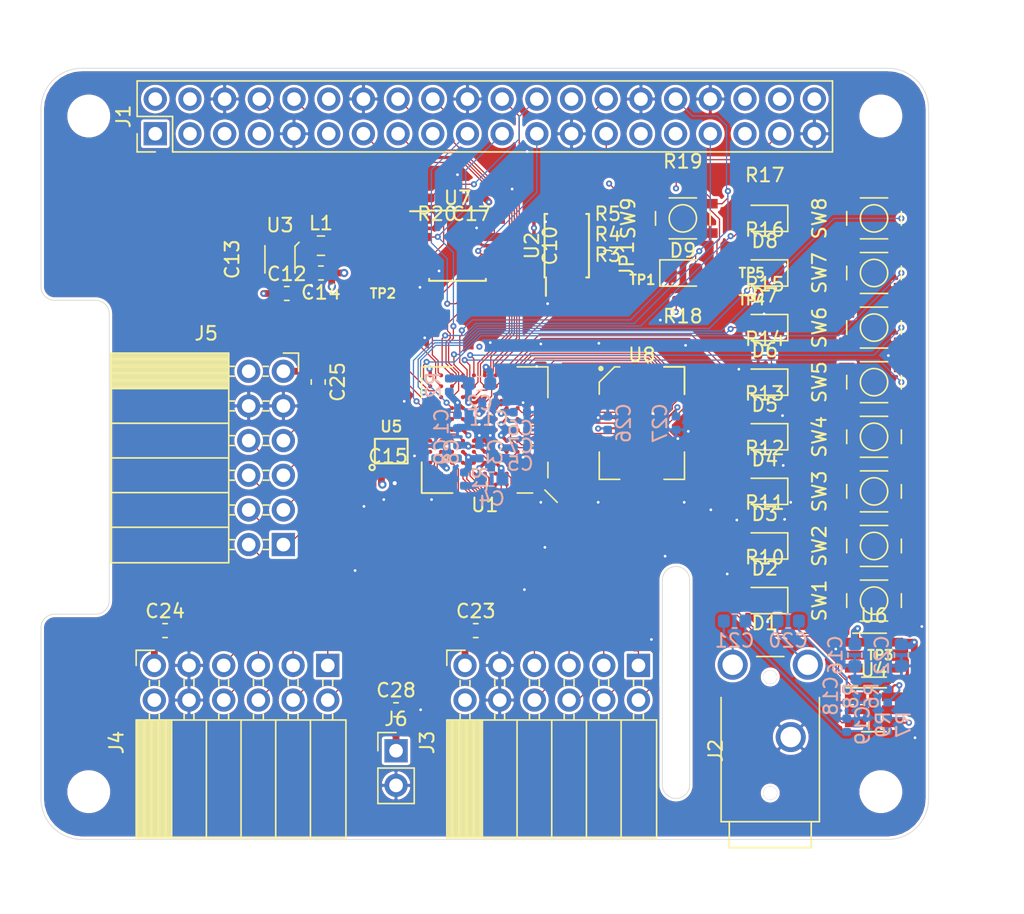
<source format=kicad_pcb>
(kicad_pcb (version 20171130) (host pcbnew 5.1.2+dfsg1-1)
  (layers (0 F.Cu signal) (1 In1.Cu power hide) (2 In2.Cu power) (31 B.Cu signal) (34 B.Paste user) (35 F.Paste user) (36 B.SilkS user hide) (37 F.SilkS user hide) (38 B.Mask user) (39 F.Mask user) (44 Edge.Cuts user))
  (net 0 "")
  (net 1 GND)
  (net 2 +1V2)
  (net 3 "Net-(C2-Pad2)")
  (net 4 "Net-(C2-Pad1)")
  (net 5 "Net-(C4-Pad2)")
  (net 6 "Net-(C4-Pad1)")
  (net 7 +3V3)
  (net 8 +5V)
  (net 9 "Net-(C13-Pad2)")
  (net 10 "Net-(C18-Pad1)")
  (net 11 "Net-(C19-Pad1)")
  (net 12 "Net-(C20-Pad1)")
  (net 13 "Net-(C21-Pad1)")
  (net 14 +3.3VDAC)
  (net 15 "Net-(D1-Pad1)")
  (net 16 /LED0)
  (net 17 /LED1)
  (net 18 "Net-(D2-Pad1)")
  (net 19 "Net-(D3-Pad1)")
  (net 20 /LED2)
  (net 21 /LED3)
  (net 22 "Net-(D4-Pad1)")
  (net 23 /LED4)
  (net 24 "Net-(D5-Pad1)")
  (net 25 "Net-(D6-Pad1)")
  (net 26 /LED5)
  (net 27 /LED6)
  (net 28 "Net-(D7-Pad1)")
  (net 29 "Net-(D8-Pad1)")
  (net 30 /LED7)
  (net 31 /GP13_FPGA_CDONE)
  (net 32 "Net-(J1-Pad3)")
  (net 33 "Net-(J1-Pad5)")
  (net 34 "Net-(J1-Pad7)")
  (net 35 /GP14_UART_TXD)
  (net 36 /GP15_UART_RXD)
  (net 37 "Net-(J1-Pad11)")
  (net 38 "Net-(J1-Pad12)")
  (net 39 /GP27_SDIO_DAT3)
  (net 40 /GP22_SDIO_CLK)
  (net 41 /GP23_SDIO_CMD)
  (net 42 /GP24_SDIO_DAT0)
  (net 43 /GP10_SPI_MOSI)
  (net 44 /GP9_SPI_MISO)
  (net 45 /GP25_SDIO_DAT1)
  (net 46 /GP11_SPI_SCK)
  (net 47 /GP8_SPI_~CS)
  (net 48 "Net-(J1-Pad26)")
  (net 49 /ID_SD)
  (net 50 /ID_SC)
  (net 51 "Net-(J1-Pad29)")
  (net 52 "Net-(J1-Pad31)")
  (net 53 /GP12_FPGA_~RST)
  (net 54 "Net-(J1-Pad35)")
  (net 55 "Net-(J1-Pad36)")
  (net 56 /GP26_SDIO_DAT2)
  (net 57 "Net-(J1-Pad38)")
  (net 58 "Net-(J1-Pad40)")
  (net 59 /IO0_0)
  (net 60 /IO0_1)
  (net 61 /IO0_2)
  (net 62 /IO0_3)
  (net 63 /IO0_4)
  (net 64 /IO0_5)
  (net 65 /IO0_6)
  (net 66 /IO0_7)
  (net 67 /IO1_7)
  (net 68 /IO1_6)
  (net 69 /IO1_5)
  (net 70 /IO1_4)
  (net 71 /IO1_3)
  (net 72 /IO1_2)
  (net 73 /IO1_1)
  (net 74 /IO1_0)
  (net 75 /IO2_0)
  (net 76 /IO2_1)
  (net 77 /IO2_2)
  (net 78 /IO2_3)
  (net 79 /IO2_4)
  (net 80 /IO2_5)
  (net 81 /IO2_6)
  (net 82 /IO2_7)
  (net 83 "Net-(JP1-Pad1)")
  (net 84 "Net-(L1-Pad1)")
  (net 85 "Net-(R6-Pad2)")
  (net 86 "Net-(R7-Pad2)")
  (net 87 /SW0)
  (net 88 /SW1)
  (net 89 /SW2)
  (net 90 /SW3)
  (net 91 /SW4)
  (net 92 /SW5)
  (net 93 /SW6)
  (net 94 /SW7)
  (net 95 /SRAM_DQ0)
  (net 96 /SRAM_DQ5)
  (net 97 /SRAM_DQ7)
  (net 98 /SRAM_DQ6)
  (net 99 /SRAM_DQ12)
  (net 100 /SRAM_A9)
  (net 101 /SRAM_A2)
  (net 102 /SRAM_A4)
  (net 103 /SRAM_A5)
  (net 104 /SRAM_A10)
  (net 105 /SRAM_DQ1)
  (net 106 /SRAM_DQ4)
  (net 107 /SRAM_DQ8)
  (net 108 /SRAM_DQ10)
  (net 109 /SRAM_DQ13)
  (net 110 /SRAM_DQ15)
  (net 111 /SRAM_A3)
  (net 112 /SRAM_A7)
  (net 113 /SRAM_A6)
  (net 114 /SRAM_A12)
  (net 115 /SRAM_DQ3)
  (net 116 /SRAM_DQ9)
  (net 117 /SRAM_DQ11)
  (net 118 /SRAM_A8)
  (net 119 /SRAM_A0)
  (net 120 /SRAM_A1)
  (net 121 /SRAM_A11)
  (net 122 /SRAM_A13)
  (net 123 /SRAM_A15)
  (net 124 /SRAM_DQ2)
  (net 125 /SRAM_DQ14)
  (net 126 /SRAM_A14)
  (net 127 /SRAM_A17)
  (net 128 /SRAM_A16)
  (net 129 /SRAM_~WE)
  (net 130 /SRAM_~OE)
  (net 131 /SRAM_~LB)
  (net 132 /SRAM_~UB)
  (net 133 /AUDIO_R_PWM)
  (net 134 "Net-(U1-PadB10)")
  (net 135 /CLK_OSC)
  (net 136 /AUDIO_L_PWM)
  (module Capacitor_SMD:C_0603_1608Metric (layer F.Cu) (at 109.0875 121.2)
    (fp_text reference C24 (at 0 -1.43) (layer F.SilkS))
    (fp_text value 1u)
    (pad 1 smd roundrect (at -0.7875 0) (size 0.875 0.95) (layers F.Cu F.Paste F.Mask) (net 7 +3V3))
    (pad 2 smd roundrect (at 0.7875 0) (size 0.875 0.95) (layers F.Cu F.Paste F.Mask) (net 1 GND))
  )
  (module Connector_PinHeader_2.54mm:PinHeader_2x20_P2.54mm_Vertical (layer F.Cu) (at 108.37 84.8 90)
    (fp_text reference J1 (at 1.27 -2.33 90) (layer F.SilkS))
    (fp_text value 2x20)
    (pad 1 thru_hole rect (at 0 0 90) (size 1.7 1.7) (drill 1) (layers *.Cu *.Mask) (net 7 +3V3))
    (pad 2 thru_hole oval (at 2.54 0 90) (size 1.7 1.7) (drill 1) (layers *.Cu *.Mask) (net 8 +5V))
    (pad 3 thru_hole oval (at 0 2.54 90) (size 1.7 1.7) (drill 1) (layers *.Cu *.Mask) (net 32 "Net-(J1-Pad3)"))
    (pad 4 thru_hole oval (at 2.54 2.54 90) (size 1.7 1.7) (drill 1) (layers *.Cu *.Mask) (net 8 +5V))
    (pad 5 thru_hole oval (at 0 5.08 90) (size 1.7 1.7) (drill 1) (layers *.Cu *.Mask) (net 33 "Net-(J1-Pad5)"))
    (pad 6 thru_hole oval (at 2.54 5.08 90) (size 1.7 1.7) (drill 1) (layers *.Cu *.Mask) (net 1 GND))
    (pad 7 thru_hole oval (at 0 7.62 90) (size 1.7 1.7) (drill 1) (layers *.Cu *.Mask) (net 34 "Net-(J1-Pad7)"))
    (pad 8 thru_hole oval (at 2.54 7.62 90) (size 1.7 1.7) (drill 1) (layers *.Cu *.Mask) (net 35 /GP14_UART_TXD))
    (pad 9 thru_hole oval (at 0 10.16 90) (size 1.7 1.7) (drill 1) (layers *.Cu *.Mask) (net 1 GND))
    (pad 10 thru_hole oval (at 2.54 10.16 90) (size 1.7 1.7) (drill 1) (layers *.Cu *.Mask) (net 36 /GP15_UART_RXD))
    (pad 11 thru_hole oval (at 0 12.7 90) (size 1.7 1.7) (drill 1) (layers *.Cu *.Mask) (net 37 "Net-(J1-Pad11)"))
    (pad 12 thru_hole oval (at 2.54 12.7 90) (size 1.7 1.7) (drill 1) (layers *.Cu *.Mask) (net 38 "Net-(J1-Pad12)"))
    (pad 13 thru_hole oval (at 0 15.24 90) (size 1.7 1.7) (drill 1) (layers *.Cu *.Mask) (net 39 /GP27_SDIO_DAT3))
    (pad 14 thru_hole oval (at 2.54 15.24 90) (size 1.7 1.7) (drill 1) (layers *.Cu *.Mask) (net 1 GND))
    (pad 15 thru_hole oval (at 0 17.78 90) (size 1.7 1.7) (drill 1) (layers *.Cu *.Mask) (net 40 /GP22_SDIO_CLK))
    (pad 16 thru_hole oval (at 2.54 17.78 90) (size 1.7 1.7) (drill 1) (layers *.Cu *.Mask) (net 41 /GP23_SDIO_CMD))
    (pad 17 thru_hole oval (at 0 20.32 90) (size 1.7 1.7) (drill 1) (layers *.Cu *.Mask) (net 7 +3V3))
    (pad 18 thru_hole oval (at 2.54 20.32 90) (size 1.7 1.7) (drill 1) (layers *.Cu *.Mask) (net 42 /GP24_SDIO_DAT0))
    (pad 19 thru_hole oval (at 0 22.86 90) (size 1.7 1.7) (drill 1) (layers *.Cu *.Mask) (net 43 /GP10_SPI_MOSI))
    (pad 20 thru_hole oval (at 2.54 22.86 90) (size 1.7 1.7) (drill 1) (layers *.Cu *.Mask) (net 1 GND))
    (pad 21 thru_hole oval (at 0 25.4 90) (size 1.7 1.7) (drill 1) (layers *.Cu *.Mask) (net 44 /GP9_SPI_MISO))
    (pad 22 thru_hole oval (at 2.54 25.4 90) (size 1.7 1.7) (drill 1) (layers *.Cu *.Mask) (net 45 /GP25_SDIO_DAT1))
    (pad 23 thru_hole oval (at 0 27.94 90) (size 1.7 1.7) (drill 1) (layers *.Cu *.Mask) (net 46 /GP11_SPI_SCK))
    (pad 24 thru_hole oval (at 2.54 27.94 90) (size 1.7 1.7) (drill 1) (layers *.Cu *.Mask) (net 47 /GP8_SPI_~CS))
    (pad 25 thru_hole oval (at 0 30.48 90) (size 1.7 1.7) (drill 1) (layers *.Cu *.Mask) (net 1 GND))
    (pad 26 thru_hole oval (at 2.54 30.48 90) (size 1.7 1.7) (drill 1) (layers *.Cu *.Mask) (net 48 "Net-(J1-Pad26)"))
    (pad 27 thru_hole oval (at 0 33.02 90) (size 1.7 1.7) (drill 1) (layers *.Cu *.Mask) (net 49 /ID_SD))
    (pad 28 thru_hole oval (at 2.54 33.02 90) (size 1.7 1.7) (drill 1) (layers *.Cu *.Mask) (net 50 /ID_SC))
    (pad 29 thru_hole oval (at 0 35.56 90) (size 1.7 1.7) (drill 1) (layers *.Cu *.Mask) (net 51 "Net-(J1-Pad29)"))
    (pad 30 thru_hole oval (at 2.54 35.56 90) (size 1.7 1.7) (drill 1) (layers *.Cu *.Mask) (net 1 GND))
    (pad 31 thru_hole oval (at 0 38.1 90) (size 1.7 1.7) (drill 1) (layers *.Cu *.Mask) (net 52 "Net-(J1-Pad31)"))
    (pad 32 thru_hole oval (at 2.54 38.1 90) (size 1.7 1.7) (drill 1) (layers *.Cu *.Mask) (net 53 /GP12_FPGA_~RST))
    (pad 33 thru_hole oval (at 0 40.64 90) (size 1.7 1.7) (drill 1) (layers *.Cu *.Mask) (net 31 /GP13_FPGA_CDONE))
    (pad 34 thru_hole oval (at 2.54 40.64 90) (size 1.7 1.7) (drill 1) (layers *.Cu *.Mask) (net 1 GND))
    (pad 35 thru_hole oval (at 0 43.18 90) (size 1.7 1.7) (drill 1) (layers *.Cu *.Mask) (net 54 "Net-(J1-Pad35)"))
    (pad 36 thru_hole oval (at 2.54 43.18 90) (size 1.7 1.7) (drill 1) (layers *.Cu *.Mask) (net 55 "Net-(J1-Pad36)"))
    (pad 37 thru_hole oval (at 0 45.72 90) (size 1.7 1.7) (drill 1) (layers *.Cu *.Mask) (net 56 /GP26_SDIO_DAT2))
    (pad 38 thru_hole oval (at 2.54 45.72 90) (size 1.7 1.7) (drill 1) (layers *.Cu *.Mask) (net 57 "Net-(J1-Pad38)"))
    (pad 39 thru_hole oval (at 0 48.26 90) (size 1.7 1.7) (drill 1) (layers *.Cu *.Mask) (net 1 GND))
    (pad 40 thru_hole oval (at 2.54 48.26 90) (size 1.7 1.7) (drill 1) (layers *.Cu *.Mask) (net 58 "Net-(J1-Pad40)"))
  )
  (module fpga_hat:PTS815 (layer F.Cu) (at 161 103 270)
    (fp_text reference SW5 (at 0 4 270) (layer F.SilkS))
    (fp_text value PTS815)
    (pad 1 smd rect (at -1.075 -2) (size 1.1 0.7) (layers F.Cu F.Paste F.Mask) (net 91 /SW4))
    (pad 2 smd rect (at 1.075 -2) (size 1.1 0.7) (layers F.Cu F.Paste F.Mask) (net 1 GND))
    (pad ~ smd rect (at 1.075 2) (size 1.1 0.7) (layers F.Cu F.Paste F.Mask))
    (pad ~ smd rect (at -1.075 2) (size 1.1 0.7) (layers F.Cu F.Paste F.Mask))
  )
  (module fpga_hat:BGA-121_11x11_9.0x9.0mm (layer F.Cu) (at 132.5 106.5 180)
    (fp_text reference U1 (at 0 -5.5) (layer F.SilkS))
    (fp_text value iCE40-HX8k-BG121)
    (pad A1 smd circle (at -4 -4 180) (size 0.3 0.3) (layers F.Cu F.Paste F.Mask) (net 97 /SRAM_DQ7))
    (pad B1 smd circle (at -4 -3.2 180) (size 0.3 0.3) (layers F.Cu F.Paste F.Mask) (net 129 /SRAM_~WE))
    (pad C1 smd circle (at -4 -2.4 180) (size 0.3 0.3) (layers F.Cu F.Paste F.Mask) (net 100 /SRAM_A9))
    (pad D1 smd circle (at -4 -1.6 180) (size 0.3 0.3) (layers F.Cu F.Paste F.Mask) (net 114 /SRAM_A12))
    (pad E1 smd circle (at -4 -0.8 180) (size 0.3 0.3) (layers F.Cu F.Paste F.Mask) (net 125 /SRAM_DQ14))
    (pad F1 smd circle (at -4 0 180) (size 0.3 0.3) (layers F.Cu F.Paste F.Mask) (net 99 /SRAM_DQ12))
    (pad G1 smd circle (at -4 0.8 180) (size 0.3 0.3) (layers F.Cu F.Paste F.Mask) (net 107 /SRAM_DQ8))
    (pad H1 smd circle (at -4 1.6 180) (size 0.3 0.3) (layers F.Cu F.Paste F.Mask) (net 132 /SRAM_~UB))
    (pad J1 smd circle (at -4 2.4 180) (size 0.3 0.3) (layers F.Cu F.Paste F.Mask) (net 119 /SRAM_A0))
    (pad K1 smd circle (at -4 3.2 180) (size 0.3 0.3) (layers F.Cu F.Paste F.Mask) (net 102 /SRAM_A4))
    (pad L1 smd circle (at -4 4 180) (size 0.3 0.3) (layers F.Cu F.Paste F.Mask) (net 95 /SRAM_DQ0))
    (pad A2 smd circle (at -3.2 -4 180) (size 0.3 0.3) (layers F.Cu F.Paste F.Mask) (net 96 /SRAM_DQ5))
    (pad B2 smd circle (at -3.2 -3.2 180) (size 0.3 0.3) (layers F.Cu F.Paste F.Mask) (net 104 /SRAM_A10))
    (pad C2 smd circle (at -3.2 -2.4 180) (size 0.3 0.3) (layers F.Cu F.Paste F.Mask) (net 122 /SRAM_A13))
    (pad D2 smd circle (at -3.2 -1.6 180) (size 0.3 0.3) (layers F.Cu F.Paste F.Mask) (net 118 /SRAM_A8))
    (pad E2 smd circle (at -3.2 -0.8 180) (size 0.3 0.3) (layers F.Cu F.Paste F.Mask) (net 109 /SRAM_DQ13))
    (pad F2 smd circle (at -3.2 0 180) (size 0.3 0.3) (layers F.Cu F.Paste F.Mask) (net 116 /SRAM_DQ9))
    (pad G2 smd circle (at -3.2 0.8 180) (size 0.3 0.3) (layers F.Cu F.Paste F.Mask) (net 108 /SRAM_DQ10))
    (pad H2 smd circle (at -3.2 1.6 180) (size 0.3 0.3) (layers F.Cu F.Paste F.Mask) (net 130 /SRAM_~OE))
    (pad J2 smd circle (at -3.2 2.4 180) (size 0.3 0.3) (layers F.Cu F.Paste F.Mask) (net 111 /SRAM_A3))
    (pad K2 smd circle (at -3.2 3.2 180) (size 0.3 0.3) (layers F.Cu F.Paste F.Mask) (net 120 /SRAM_A1))
    (pad L2 smd circle (at -3.2 4 180) (size 0.3 0.3) (layers F.Cu F.Paste F.Mask) (net 113 /SRAM_A6))
    (pad A3 smd circle (at -2.4 -4 180) (size 0.3 0.3) (layers F.Cu F.Paste F.Mask) (net 106 /SRAM_DQ4))
    (pad B3 smd circle (at -2.4 -3.2 180) (size 0.3 0.3) (layers F.Cu F.Paste F.Mask) (net 98 /SRAM_DQ6))
    (pad C3 smd circle (at -2.4 -2.4 180) (size 0.3 0.3) (layers F.Cu F.Paste F.Mask) (net 123 /SRAM_A15))
    (pad D3 smd circle (at -2.4 -1.6 180) (size 0.3 0.3) (layers F.Cu F.Paste F.Mask) (net 121 /SRAM_A11))
    (pad E3 smd circle (at -2.4 -0.8 180) (size 0.3 0.3) (layers F.Cu F.Paste F.Mask) (net 126 /SRAM_A14))
    (pad F3 smd circle (at -2.4 0 180) (size 0.3 0.3) (layers F.Cu F.Paste F.Mask) (net 127 /SRAM_A17))
    (pad G3 smd circle (at -2.4 0.8 180) (size 0.3 0.3) (layers F.Cu F.Paste F.Mask) (net 117 /SRAM_DQ11))
    (pad H3 smd circle (at -2.4 1.6 180) (size 0.3 0.3) (layers F.Cu F.Paste F.Mask) (net 131 /SRAM_~LB))
    (pad J3 smd circle (at -2.4 2.4 180) (size 0.3 0.3) (layers F.Cu F.Paste F.Mask) (net 103 /SRAM_A5))
    (pad K3 smd circle (at -2.4 3.2 180) (size 0.3 0.3) (layers F.Cu F.Paste F.Mask) (net 101 /SRAM_A2))
    (pad L3 smd circle (at -2.4 4 180) (size 0.3 0.3) (layers F.Cu F.Paste F.Mask) (net 105 /SRAM_DQ1))
    (pad A4 smd circle (at -1.6 -4 180) (size 0.3 0.3) (layers F.Cu F.Paste F.Mask) (net 89 /SW2))
    (pad B4 smd circle (at -1.6 -3.2 180) (size 0.3 0.3) (layers F.Cu F.Paste F.Mask) (net 21 /LED3))
    (pad C4 smd circle (at -1.6 -2.4 180) (size 0.3 0.3) (layers F.Cu F.Paste F.Mask) (net 90 /SW3))
    (pad D4 smd circle (at -1.6 -1.6 180) (size 0.3 0.3) (layers F.Cu F.Paste F.Mask) (net 2 +1V2))
    (pad E4 smd circle (at -1.6 -0.8 180) (size 0.3 0.3) (layers F.Cu F.Paste F.Mask) (net 7 +3V3))
    (pad F4 smd circle (at -1.6 0 180) (size 0.3 0.3) (layers F.Cu F.Paste F.Mask) (net 110 /SRAM_DQ15))
    (pad G4 smd circle (at -1.6 0.8 180) (size 0.3 0.3) (layers F.Cu F.Paste F.Mask) (net 7 +3V3))
    (pad H4 smd circle (at -1.6 1.6 180) (size 0.3 0.3) (layers F.Cu F.Paste F.Mask) (net 2 +1V2))
    (pad J4 smd circle (at -1.6 2.4 180) (size 0.3 0.3) (layers F.Cu F.Paste F.Mask) (net 124 /SRAM_DQ2))
    (pad K4 smd circle (at -1.6 3.2 180) (size 0.3 0.3) (layers F.Cu F.Paste F.Mask) (net 115 /SRAM_DQ3))
    (pad L4 smd circle (at -1.6 4 180) (size 0.3 0.3) (layers F.Cu F.Paste F.Mask) (net 112 /SRAM_A7))
    (pad A5 smd circle (at -0.8 -4 180) (size 0.3 0.3) (layers F.Cu F.Paste F.Mask) (net 88 /SW1))
    (pad B5 smd circle (at -0.8 -3.2 180) (size 0.3 0.3) (layers F.Cu F.Paste F.Mask) (net 20 /LED2))
    (pad C5 smd circle (at -0.8 -2.4 180) (size 0.3 0.3) (layers F.Cu F.Paste F.Mask) (net 5 "Net-(C4-Pad2)"))
    (pad D5 smd circle (at -0.8 -1.6 180) (size 0.3 0.3) (layers F.Cu F.Paste F.Mask) (net 128 /SRAM_A16))
    (pad E5 smd circle (at -0.8 -0.8 180) (size 0.3 0.3) (layers F.Cu F.Paste F.Mask) (net 1 GND))
    (pad F5 smd circle (at -0.8 0 180) (size 0.3 0.3) (layers F.Cu F.Paste F.Mask) (net 1 GND))
    (pad G5 smd circle (at -0.8 0.8 180) (size 0.3 0.3) (layers F.Cu F.Paste F.Mask) (net 1 GND))
    (pad H5 smd circle (at -0.8 1.6 180) (size 0.3 0.3) (layers F.Cu F.Paste F.Mask) (net 1 GND))
    (pad J5 smd circle (at -0.8 2.4 180) (size 0.3 0.3) (layers F.Cu F.Paste F.Mask) (net 23 /LED4))
    (pad K5 smd circle (at -0.8 3.2 180) (size 0.3 0.3) (layers F.Cu F.Paste F.Mask) (net 56 /GP26_SDIO_DAT2))
    (pad L5 smd circle (at -0.8 4 180) (size 0.3 0.3) (layers F.Cu F.Paste F.Mask) (net 45 /GP25_SDIO_DAT1))
    (pad A6 smd circle (at 0 -4 180) (size 0.3 0.3) (layers F.Cu F.Paste F.Mask) (net 16 /LED0))
    (pad B6 smd circle (at 0 -3.2 180) (size 0.3 0.3) (layers F.Cu F.Paste F.Mask) (net 87 /SW0))
    (pad C6 smd circle (at 0 -2.4 180) (size 0.3 0.3) (layers F.Cu F.Paste F.Mask) (net 6 "Net-(C4-Pad1)"))
    (pad D6 smd circle (at 0 -1.6 180) (size 0.3 0.3) (layers F.Cu F.Paste F.Mask) (net 7 +3V3))
    (pad E6 smd circle (at 0 -0.8 180) (size 0.3 0.3) (layers F.Cu F.Paste F.Mask) (net 1 GND))
    (pad F6 smd circle (at 0 0 180) (size 0.3 0.3) (layers F.Cu F.Paste F.Mask) (net 1 GND))
    (pad G6 smd circle (at 0 0.8 180) (size 0.3 0.3) (layers F.Cu F.Paste F.Mask) (net 1 GND))
    (pad H6 smd circle (at 0 1.6 180) (size 0.3 0.3) (layers F.Cu F.Paste F.Mask) (net 7 +3V3))
    (pad J6 smd circle (at 0 2.4 180) (size 0.3 0.3) (layers F.Cu F.Paste F.Mask) (net 4 "Net-(C2-Pad1)"))
    (pad K6 smd circle (at 0 3.2 180) (size 0.3 0.3) (layers F.Cu F.Paste F.Mask) (net 40 /GP22_SDIO_CLK))
    (pad L6 smd circle (at 0 4 180) (size 0.3 0.3) (layers F.Cu F.Paste F.Mask) (net 3 "Net-(C2-Pad2)"))
    (pad A7 smd circle (at 0.8 -4 180) (size 0.3 0.3) (layers F.Cu F.Paste F.Mask) (net 63 /IO0_4))
    (pad B7 smd circle (at 0.8 -3.2 180) (size 0.3 0.3) (layers F.Cu F.Paste F.Mask) (net 136 /AUDIO_L_PWM))
    (pad C7 smd circle (at 0.8 -2.4 180) (size 0.3 0.3) (layers F.Cu F.Paste F.Mask) (net 133 /AUDIO_R_PWM))
    (pad D7 smd circle (at 0.8 -1.6 180) (size 0.3 0.3) (layers F.Cu F.Paste F.Mask) (net 17 /LED1))
    (pad E7 smd circle (at 0.8 -0.8 180) (size 0.3 0.3) (layers F.Cu F.Paste F.Mask) (net 1 GND))
    (pad F7 smd circle (at 0.8 0 180) (size 0.3 0.3) (layers F.Cu F.Paste F.Mask) (net 1 GND))
    (pad G7 smd circle (at 0.8 0.8 180) (size 0.3 0.3) (layers F.Cu F.Paste F.Mask) (net 1 GND))
    (pad H7 smd circle (at 0.8 1.6 180) (size 0.3 0.3) (layers F.Cu F.Paste F.Mask) (net 42 /GP24_SDIO_DAT0))
    (pad J7 smd circle (at 0.8 2.4 180) (size 0.3 0.3) (layers F.Cu F.Paste F.Mask) (net 41 /GP23_SDIO_CMD))
    (pad K7 smd circle (at 0.8 3.2 180) (size 0.3 0.3) (layers F.Cu F.Paste F.Mask) (net 39 /GP27_SDIO_DAT3))
    (pad L7 smd circle (at 0.8 4 180) (size 0.3 0.3) (layers F.Cu F.Paste F.Mask) (net 92 /SW5))
    (pad A8 smd circle (at 1.6 -4 180) (size 0.3 0.3) (layers F.Cu F.Paste F.Mask) (net 60 /IO0_1))
    (pad B8 smd circle (at 1.6 -3.2 180) (size 0.3 0.3) (layers F.Cu F.Paste F.Mask) (net 64 /IO0_5))
    (pad C8 smd circle (at 1.6 -2.4 180) (size 0.3 0.3) (layers F.Cu F.Paste F.Mask) (net 59 /IO0_0))
    (pad D8 smd circle (at 1.6 -1.6 180) (size 0.3 0.3) (layers F.Cu F.Paste F.Mask) (net 2 +1V2))
    (pad E8 smd circle (at 1.6 -0.8 180) (size 0.3 0.3) (layers F.Cu F.Paste F.Mask) (net 79 /IO2_4))
    (pad F8 smd circle (at 1.6 0 180) (size 0.3 0.3) (layers F.Cu F.Paste F.Mask) (net 7 +3V3))
    (pad G8 smd circle (at 1.6 0.8 180) (size 0.3 0.3) (layers F.Cu F.Paste F.Mask) (net 78 /IO2_3))
    (pad H8 smd circle (at 1.6 1.6 180) (size 0.3 0.3) (layers F.Cu F.Paste F.Mask) (net 2 +1V2))
    (pad J8 smd circle (at 1.6 2.4 180) (size 0.3 0.3) (layers F.Cu F.Paste F.Mask) (net 91 /SW4))
    (pad K8 smd circle (at 1.6 3.2 180) (size 0.3 0.3) (layers F.Cu F.Paste F.Mask) (net 31 /GP13_FPGA_CDONE))
    (pad L8 smd circle (at 1.6 4 180) (size 0.3 0.3) (layers F.Cu F.Paste F.Mask) (net 26 /LED5))
    (pad A9 smd circle (at 2.4 -4 180) (size 0.3 0.3) (layers F.Cu F.Paste F.Mask) (net 61 /IO0_2))
    (pad B9 smd circle (at 2.4 -3.2 180) (size 0.3 0.3) (layers F.Cu F.Paste F.Mask) (net 66 /IO0_7))
    (pad C9 smd circle (at 2.4 -2.4 180) (size 0.3 0.3) (layers F.Cu F.Paste F.Mask) (net 65 /IO0_6))
    (pad D9 smd circle (at 2.4 -1.6 180) (size 0.3 0.3) (layers F.Cu F.Paste F.Mask) (net 74 /IO1_0))
    (pad E9 smd circle (at 2.4 -0.8 180) (size 0.3 0.3) (layers F.Cu F.Paste F.Mask) (net 67 /IO1_7))
    (pad F9 smd circle (at 2.4 0 180) (size 0.3 0.3) (layers F.Cu F.Paste F.Mask) (net 76 /IO2_1))
    (pad G9 smd circle (at 2.4 0.8 180) (size 0.3 0.3) (layers F.Cu F.Paste F.Mask) (net 82 /IO2_7))
    (pad H9 smd circle (at 2.4 1.6 180) (size 0.3 0.3) (layers F.Cu F.Paste F.Mask) (net 94 /SW7))
    (pad J9 smd circle (at 2.4 2.4 180) (size 0.3 0.3) (layers F.Cu F.Paste F.Mask) (net 44 /GP9_SPI_MISO))
    (pad K9 smd circle (at 2.4 3.2 180) (size 0.3 0.3) (layers F.Cu F.Paste F.Mask) (net 43 /GP10_SPI_MOSI))
    (pad L9 smd circle (at 2.4 4 180) (size 0.3 0.3) (layers F.Cu F.Paste F.Mask) (net 53 /GP12_FPGA_~RST))
    (pad A10 smd circle (at 3.2 -4 180) (size 0.3 0.3) (layers F.Cu F.Paste F.Mask) (net 62 /IO0_3))
    (pad B10 smd circle (at 3.2 -3.2 180) (size 0.3 0.3) (layers F.Cu F.Paste F.Mask) (net 134 "Net-(U1-PadB10)"))
    (pad C10 smd circle (at 3.2 -2.4 180) (size 0.3 0.3) (layers F.Cu F.Paste F.Mask) (net 7 +3V3))
    (pad D10 smd circle (at 3.2 -1.6 180) (size 0.3 0.3) (layers F.Cu F.Paste F.Mask) (net 73 /IO1_1))
    (pad E10 smd circle (at 3.2 -0.8 180) (size 0.3 0.3) (layers F.Cu F.Paste F.Mask) (net 135 /CLK_OSC))
    (pad F10 smd circle (at 3.2 0 180) (size 0.3 0.3) (layers F.Cu F.Paste F.Mask) (net 75 /IO2_0))
    (pad G10 smd circle (at 3.2 0.8 180) (size 0.3 0.3) (layers F.Cu F.Paste F.Mask) (net 81 /IO2_6))
    (pad H10 smd circle (at 3.2 1.6 180) (size 0.3 0.3) (layers F.Cu F.Paste F.Mask) (net 35 /GP14_UART_TXD))
    (pad J10 smd circle (at 3.2 2.4 180) (size 0.3 0.3) (layers F.Cu F.Paste F.Mask) (net 36 /GP15_UART_RXD))
    (pad K10 smd circle (at 3.2 3.2 180) (size 0.3 0.3) (layers F.Cu F.Paste F.Mask) (net 47 /GP8_SPI_~CS))
    (pad L10 smd circle (at 3.2 4 180) (size 0.3 0.3) (layers F.Cu F.Paste F.Mask) (net 46 /GP11_SPI_SCK))
    (pad A11 smd circle (at 4 -4 180) (size 0.3 0.3) (layers F.Cu F.Paste F.Mask) (net 70 /IO1_4))
    (pad B11 smd circle (at 4 -3.2 180) (size 0.3 0.3) (layers F.Cu F.Paste F.Mask) (net 69 /IO1_5))
    (pad C11 smd circle (at 4 -2.4 180) (size 0.3 0.3) (layers F.Cu F.Paste F.Mask) (net 68 /IO1_6))
    (pad D11 smd circle (at 4 -1.6 180) (size 0.3 0.3) (layers F.Cu F.Paste F.Mask) (net 72 /IO1_2))
    (pad E11 smd circle (at 4 -0.8 180) (size 0.3 0.3) (layers F.Cu F.Paste F.Mask) (net 71 /IO1_3))
    (pad F11 smd circle (at 4 0 180) (size 0.3 0.3) (layers F.Cu F.Paste F.Mask) (net 80 /IO2_5))
    (pad G11 smd circle (at 4 0.8 180) (size 0.3 0.3) (layers F.Cu F.Paste F.Mask) (net 77 /IO2_2))
    (pad H11 smd circle (at 4 1.6 180) (size 0.3 0.3) (layers F.Cu F.Paste F.Mask) (net 30 /LED7))
    (pad J11 smd circle (at 4 2.4 180) (size 0.3 0.3) (layers F.Cu F.Paste F.Mask) (net 27 /LED6))
    (pad K11 smd circle (at 4 3.2 180) (size 0.3 0.3) (layers F.Cu F.Paste F.Mask) (net 93 /SW6))
    (pad L11 smd circle (at 4 4 180) (size 0.3 0.3) (layers F.Cu F.Paste F.Mask) (net 7 +3V3))
  )
  (module Capacitor_SMD:C_0402_1005Metric (layer B.Cu) (at 128.9 108.1 90)
    (fp_text reference C8 (at 0 1.17 90) (layer B.SilkS) (effects (justify mirror)))
    (fp_text value 100n)
    (pad 2 smd roundrect (at 0.485 0 90) (size 0.59 0.64) (layers B.Cu B.Paste B.Mask) (net 1 GND))
    (pad 1 smd roundrect (at -0.485 0 90) (size 0.59 0.64) (layers B.Cu B.Paste B.Mask) (net 7 +3V3))
  )
  (module fpga_hat:MOUNTHOLE_M2.5 (layer F.Cu) (at 161.5 83.5)
    (fp_text reference REF** hide)
    (fp_text value MOUNTHOLE_M2.5 hide)
    (pad "" np_thru_hole circle (at 0 0) (size 2.75 2.75) (drill 2.75) (layers *.Cu *.Mask) (thermal_gap 1.9))
  )
  (module fpga_hat:MOUNTHOLE_M2.5 (layer F.Cu) (at 161.5 133)
    (fp_text reference REF** hide)
    (fp_text value MOUNTHOLE_M2.5 hide)
    (pad "" np_thru_hole circle (at 0 0) (size 2.75 2.75) (drill 2.75) (layers *.Cu *.Mask) (thermal_gap 1.9))
  )
  (module fpga_hat:MOUNTHOLE_M2.5 (layer F.Cu) (at 103.5 133)
    (fp_text reference REF** hide)
    (fp_text value MOUNTHOLE_M2.5 hide)
    (pad "" np_thru_hole circle (at 0 0) (size 2.75 2.75) (drill 2.75) (layers *.Cu *.Mask) (thermal_gap 1.9))
  )
  (module fpga_hat:MOUNTHOLE_M2.5 (layer F.Cu) (at 103.5 83.5)
    (fp_text reference REF** hide)
    (fp_text value MOUNTHOLE_M2.5 hide)
    (pad "" np_thru_hole circle (at 0 0) (size 2.75 2.75) (drill 2.75) (layers *.Cu *.Mask) (thermal_gap 1.9))
  )
  (module Capacitor_SMD:C_0402_1005Metric (layer B.Cu) (at 130.5 105.885 270)
    (fp_text reference C1 (at 0 1.17 90) (layer B.SilkS) (effects (justify mirror)))
    (fp_text value 100n)
    (pad 2 smd roundrect (at 0.485 0 270) (size 0.59 0.64) (layers B.Cu B.Paste B.Mask) (net 1 GND))
    (pad 1 smd roundrect (at -0.485 0 270) (size 0.59 0.64) (layers B.Cu B.Paste B.Mask) (net 2 +1V2))
  )
  (module Capacitor_SMD:C_0603_1608Metric (layer B.Cu) (at 132.1125 103.1)
    (fp_text reference C2 (at 0 1.43) (layer B.SilkS) (effects (justify mirror)))
    (fp_text value 4u7)
    (pad 2 smd roundrect (at 0.7875 0) (size 0.875 0.95) (layers B.Cu B.Paste B.Mask) (net 3 "Net-(C2-Pad2)"))
    (pad 1 smd roundrect (at -0.7875 0) (size 0.875 0.95) (layers B.Cu B.Paste B.Mask) (net 4 "Net-(C2-Pad1)"))
  )
  (module Capacitor_SMD:C_0402_1005Metric (layer B.Cu) (at 132.1 108.1 90)
    (fp_text reference C3 (at 0 1.17 90) (layer B.SilkS) (effects (justify mirror)))
    (fp_text value 100n)
    (pad 1 smd roundrect (at -0.485 0 90) (size 0.59 0.64) (layers B.Cu B.Paste B.Mask) (net 2 +1V2))
    (pad 2 smd roundrect (at 0.485 0 90) (size 0.59 0.64) (layers B.Cu B.Paste B.Mask) (net 1 GND))
  )
  (module Capacitor_SMD:C_0603_1608Metric (layer B.Cu) (at 133 110.1)
    (fp_text reference C4 (at 0 1.43) (layer B.SilkS) (effects (justify mirror)))
    (fp_text value 4u7)
    (pad 1 smd roundrect (at -0.7875 0) (size 0.875 0.95) (layers B.Cu B.Paste B.Mask) (net 6 "Net-(C4-Pad1)"))
    (pad 2 smd roundrect (at 0.7875 0) (size 0.875 0.95) (layers B.Cu B.Paste B.Mask) (net 5 "Net-(C4-Pad2)"))
  )
  (module Capacitor_SMD:C_0402_1005Metric (layer B.Cu) (at 135.1 107.8)
    (fp_text reference C5 (at 0 1.17 180) (layer B.SilkS) (effects (justify mirror)))
    (fp_text value 100n)
    (pad 1 smd roundrect (at -0.485 0) (size 0.59 0.64) (layers B.Cu B.Paste B.Mask) (net 2 +1V2))
    (pad 2 smd roundrect (at 0.485 0) (size 0.59 0.64) (layers B.Cu B.Paste B.Mask) (net 1 GND))
  )
  (module Capacitor_SMD:C_0402_1005Metric (layer B.Cu) (at 135.1 105.2)
    (fp_text reference C6 (at 0 1.17) (layer B.SilkS) (effects (justify mirror)))
    (fp_text value 100n)
    (pad 2 smd roundrect (at 0.485 0) (size 0.59 0.64) (layers B.Cu B.Paste B.Mask) (net 1 GND))
    (pad 1 smd roundrect (at -0.485 0) (size 0.59 0.64) (layers B.Cu B.Paste B.Mask) (net 2 +1V2))
  )
  (module Capacitor_SMD:C_0402_1005Metric (layer B.Cu) (at 135.115 106.5)
    (fp_text reference C7 (at 0 1.17 180) (layer B.SilkS) (effects (justify mirror)))
    (fp_text value 100n)
    (pad 2 smd roundrect (at 0.485 0) (size 0.59 0.64) (layers B.Cu B.Paste B.Mask) (net 1 GND))
    (pad 1 smd roundrect (at -0.485 0) (size 0.59 0.64) (layers B.Cu B.Paste B.Mask) (net 7 +3V3))
  )
  (module Capacitor_SMD:C_0402_1005Metric (layer B.Cu) (at 130.5 108.1 270)
    (fp_text reference C9 (at 0 1.17 90) (layer B.SilkS) (effects (justify mirror)))
    (fp_text value 100n)
    (pad 2 smd roundrect (at 0.485 0 270) (size 0.59 0.64) (layers B.Cu B.Paste B.Mask) (net 1 GND))
    (pad 1 smd roundrect (at -0.485 0 270) (size 0.59 0.64) (layers B.Cu B.Paste B.Mask) (net 7 +3V3))
  )
  (module Capacitor_SMD:C_0402_1005Metric (layer F.Cu) (at 136.1 93 270)
    (fp_text reference C10 (at 0 -1.17 90) (layer F.SilkS))
    (fp_text value 100n)
    (pad 2 smd roundrect (at 0.485 0 270) (size 0.59 0.64) (layers F.Cu F.Paste F.Mask) (net 1 GND))
    (pad 1 smd roundrect (at -0.485 0 270) (size 0.59 0.64) (layers F.Cu F.Paste F.Mask) (net 7 +3V3))
  )
  (module Capacitor_SMD:C_0402_1005Metric (layer B.Cu) (at 132.8 104.5)
    (fp_text reference C11 (at 0 1.17) (layer B.SilkS) (effects (justify mirror)))
    (fp_text value 100n)
    (pad 1 smd roundrect (at -0.485 0) (size 0.59 0.64) (layers B.Cu B.Paste B.Mask) (net 7 +3V3))
    (pad 2 smd roundrect (at 0.485 0) (size 0.59 0.64) (layers B.Cu B.Paste B.Mask) (net 1 GND))
  )
  (module Capacitor_SMD:C_0603_1608Metric (layer F.Cu) (at 118 96.5)
    (fp_text reference C12 (at 0 -1.43) (layer F.SilkS))
    (fp_text value 4u7)
    (pad 2 smd roundrect (at 0.7875 0) (size 0.875 0.95) (layers F.Cu F.Paste F.Mask) (net 1 GND))
    (pad 1 smd roundrect (at -0.7875 0) (size 0.875 0.95) (layers F.Cu F.Paste F.Mask) (net 8 +5V))
  )
  (module Capacitor_SMD:C_0402_1005Metric (layer F.Cu) (at 115.5 94 270)
    (fp_text reference C13 (at 0 1.5 90) (layer F.SilkS))
    (fp_text value 560p)
    (pad 1 smd roundrect (at -0.485 0 270) (size 0.59 0.64) (layers F.Cu F.Paste F.Mask) (net 2 +1V2))
    (pad 2 smd roundrect (at 0.485 0 270) (size 0.59 0.64) (layers F.Cu F.Paste F.Mask) (net 9 "Net-(C13-Pad2)"))
  )
  (module Capacitor_SMD:C_0603_1608Metric (layer F.Cu) (at 120.5 95 180)
    (fp_text reference C14 (at 0 -1.43) (layer F.SilkS))
    (fp_text value 4u7)
    (pad 2 smd roundrect (at 0.7875 0 180) (size 0.875 0.95) (layers F.Cu F.Paste F.Mask) (net 1 GND))
    (pad 1 smd roundrect (at -0.7875 0 180) (size 0.875 0.95) (layers F.Cu F.Paste F.Mask) (net 2 +1V2))
  )
  (module Capacitor_SMD:C_0402_1005Metric (layer F.Cu) (at 125.415 109.6)
    (fp_text reference C15 (at 0 -1.17) (layer F.SilkS))
    (fp_text value 100n)
    (pad 2 smd roundrect (at 0.485 0) (size 0.59 0.64) (layers F.Cu F.Paste F.Mask) (net 1 GND))
    (pad 1 smd roundrect (at -0.485 0) (size 0.59 0.64) (layers F.Cu F.Paste F.Mask) (net 7 +3V3))
  )
  (module Capacitor_SMD:C_0603_1608Metric (layer B.Cu) (at 159.6 123 270)
    (fp_text reference C16 (at 0 1.43 90) (layer B.SilkS) (effects (justify mirror)))
    (fp_text value 1u)
    (pad 1 smd roundrect (at -0.7875 0 270) (size 0.875 0.95) (layers B.Cu B.Paste B.Mask) (net 8 +5V))
    (pad 2 smd roundrect (at 0.7875 0 270) (size 0.875 0.95) (layers B.Cu B.Paste B.Mask) (net 1 GND))
  )
  (module Capacitor_SMD:C_0402_1005Metric (layer F.Cu) (at 131.5 89.5 180)
    (fp_text reference C17 (at 0 -1.17) (layer F.SilkS))
    (fp_text value 100n)
    (pad 1 smd roundrect (at -0.485 0 180) (size 0.59 0.64) (layers F.Cu F.Paste F.Mask) (net 7 +3V3))
    (pad 2 smd roundrect (at 0.485 0 180) (size 0.59 0.64) (layers F.Cu F.Paste F.Mask) (net 1 GND))
  )
  (module Capacitor_SMD:C_0402_1005Metric (layer B.Cu) (at 159 125.985 270)
    (fp_text reference C18 (at 0 1.17 90) (layer B.SilkS) (effects (justify mirror)))
    (fp_text value 100n)
    (pad 1 smd roundrect (at -0.485 0 270) (size 0.59 0.64) (layers B.Cu B.Paste B.Mask) (net 10 "Net-(C18-Pad1)"))
    (pad 2 smd roundrect (at 0.485 0 270) (size 0.59 0.64) (layers B.Cu B.Paste B.Mask) (net 1 GND))
  )
  (module Capacitor_SMD:C_0402_1005Metric (layer B.Cu) (at 159 128.135 90)
    (fp_text reference C19 (at 0 1.17 90) (layer B.SilkS) (effects (justify mirror)))
    (fp_text value 100n)
    (pad 1 smd roundrect (at -0.485 0 90) (size 0.59 0.64) (layers B.Cu B.Paste B.Mask) (net 11 "Net-(C19-Pad1)"))
    (pad 2 smd roundrect (at 0.485 0 90) (size 0.59 0.64) (layers B.Cu B.Paste B.Mask) (net 1 GND))
  )
  (module Capacitor_SMD:C_0603_1608Metric (layer B.Cu) (at 154.7125 120.5)
    (fp_text reference C20 (at 0 1.43) (layer B.SilkS) (effects (justify mirror)))
    (fp_text value 4u7)
    (pad 1 smd roundrect (at -0.7875 0) (size 0.875 0.95) (layers B.Cu B.Paste B.Mask) (net 12 "Net-(C20-Pad1)"))
    (pad 2 smd roundrect (at 0.7875 0) (size 0.875 0.95) (layers B.Cu B.Paste B.Mask) (net 10 "Net-(C18-Pad1)"))
  )
  (module Capacitor_SMD:C_0603_1608Metric (layer B.Cu) (at 150.7875 120.5)
    (fp_text reference C21 (at 0 1.43) (layer B.SilkS) (effects (justify mirror)))
    (fp_text value 4u7)
    (pad 1 smd roundrect (at -0.7875 0) (size 0.875 0.95) (layers B.Cu B.Paste B.Mask) (net 13 "Net-(C21-Pad1)"))
    (pad 2 smd roundrect (at 0.7875 0) (size 0.875 0.95) (layers B.Cu B.Paste B.Mask) (net 11 "Net-(C19-Pad1)"))
  )
  (module Capacitor_SMD:C_0603_1608Metric (layer B.Cu) (at 163 123 270)
    (fp_text reference C22 (at 0 1.43 90) (layer B.SilkS) (effects (justify mirror)))
    (fp_text value 1u)
    (pad 2 smd roundrect (at 0.7875 0 270) (size 0.875 0.95) (layers B.Cu B.Paste B.Mask) (net 1 GND))
    (pad 1 smd roundrect (at -0.7875 0 270) (size 0.875 0.95) (layers B.Cu B.Paste B.Mask) (net 14 +3.3VDAC))
  )
  (module Capacitor_SMD:C_0603_1608Metric (layer F.Cu) (at 131.8375 121.2)
    (fp_text reference C23 (at 0 -1.43) (layer F.SilkS))
    (fp_text value 1u)
    (pad 2 smd roundrect (at 0.7875 0) (size 0.875 0.95) (layers F.Cu F.Paste F.Mask) (net 1 GND))
    (pad 1 smd roundrect (at -0.7875 0) (size 0.875 0.95) (layers F.Cu F.Paste F.Mask) (net 7 +3V3))
  )
  (module Capacitor_SMD:C_0603_1608Metric (layer F.Cu) (at 120.3 102.9875 270)
    (fp_text reference C25 (at 0 -1.43 90) (layer F.SilkS))
    (fp_text value 1u)
    (pad 2 smd roundrect (at 0.7875 0 270) (size 0.875 0.95) (layers F.Cu F.Paste F.Mask) (net 1 GND))
    (pad 1 smd roundrect (at -0.7875 0 270) (size 0.875 0.95) (layers F.Cu F.Paste F.Mask) (net 7 +3V3))
  )
  (module Capacitor_SMD:C_0402_1005Metric (layer B.Cu) (at 141.5 106 90)
    (fp_text reference C26 (at 0 1.17 270) (layer B.SilkS) (effects (justify mirror)))
    (fp_text value 100n)
    (pad 1 smd roundrect (at -0.485 0 90) (size 0.59 0.64) (layers B.Cu B.Paste B.Mask) (net 7 +3V3))
    (pad 2 smd roundrect (at 0.485 0 90) (size 0.59 0.64) (layers B.Cu B.Paste B.Mask) (net 1 GND))
  )
  (module Capacitor_SMD:C_0402_1005Metric (layer B.Cu) (at 146.5 106 270)
    (fp_text reference C27 (at 0 1.17 270) (layer B.SilkS) (effects (justify mirror)))
    (fp_text value 100n)
    (pad 2 smd roundrect (at 0.485 0 270) (size 0.59 0.64) (layers B.Cu B.Paste B.Mask) (net 1 GND))
    (pad 1 smd roundrect (at -0.485 0 270) (size 0.59 0.64) (layers B.Cu B.Paste B.Mask) (net 7 +3V3))
  )
  (module Capacitor_SMD:C_0603_1608Metric (layer F.Cu) (at 126 127)
    (fp_text reference C28 (at 0 -1.43) (layer F.SilkS))
    (fp_text value 1u)
    (pad 1 smd roundrect (at -0.7875 0) (size 0.875 0.95) (layers F.Cu F.Paste F.Mask) (net 8 +5V))
    (pad 2 smd roundrect (at 0.7875 0) (size 0.875 0.95) (layers F.Cu F.Paste F.Mask) (net 1 GND))
  )
  (module LED_SMD:LED_0805_2012Metric (layer F.Cu) (at 153 119 180)
    (fp_text reference D1 (at 0 -1.65) (layer F.SilkS))
    (fp_text value LED)
    (pad 1 smd roundrect (at -0.9375 0 180) (size 0.975 1.4) (layers F.Cu F.Paste F.Mask) (net 15 "Net-(D1-Pad1)"))
    (pad 2 smd roundrect (at 0.9375 0 180) (size 0.975 1.4) (layers F.Cu F.Paste F.Mask) (net 16 /LED0))
  )
  (module LED_SMD:LED_0805_2012Metric (layer F.Cu) (at 153 115 180)
    (fp_text reference D2 (at 0 -1.65) (layer F.SilkS))
    (fp_text value LED)
    (pad 1 smd roundrect (at -0.9375 0 180) (size 0.975 1.4) (layers F.Cu F.Paste F.Mask) (net 18 "Net-(D2-Pad1)"))
    (pad 2 smd roundrect (at 0.9375 0 180) (size 0.975 1.4) (layers F.Cu F.Paste F.Mask) (net 17 /LED1))
  )
  (module LED_SMD:LED_0805_2012Metric (layer F.Cu) (at 153 111 180)
    (fp_text reference D3 (at 0 -1.65) (layer F.SilkS))
    (fp_text value LED)
    (pad 2 smd roundrect (at 0.9375 0 180) (size 0.975 1.4) (layers F.Cu F.Paste F.Mask) (net 20 /LED2))
    (pad 1 smd roundrect (at -0.9375 0 180) (size 0.975 1.4) (layers F.Cu F.Paste F.Mask) (net 19 "Net-(D3-Pad1)"))
  )
  (module LED_SMD:LED_0805_2012Metric (layer F.Cu) (at 153 107 180)
    (fp_text reference D4 (at 0 -1.65) (layer F.SilkS))
    (fp_text value LED)
    (pad 1 smd roundrect (at -0.9375 0 180) (size 0.975 1.4) (layers F.Cu F.Paste F.Mask) (net 22 "Net-(D4-Pad1)"))
    (pad 2 smd roundrect (at 0.9375 0 180) (size 0.975 1.4) (layers F.Cu F.Paste F.Mask) (net 21 /LED3))
  )
  (module LED_SMD:LED_0805_2012Metric (layer F.Cu) (at 153 103 180)
    (fp_text reference D5 (at 0 -1.65) (layer F.SilkS))
    (fp_text value LED)
    (pad 2 smd roundrect (at 0.9375 0 180) (size 0.975 1.4) (layers F.Cu F.Paste F.Mask) (net 23 /LED4))
    (pad 1 smd roundrect (at -0.9375 0 180) (size 0.975 1.4) (layers F.Cu F.Paste F.Mask) (net 24 "Net-(D5-Pad1)"))
  )
  (module LED_SMD:LED_0805_2012Metric (layer F.Cu) (at 153 99 180)
    (fp_text reference D6 (at 0 -1.65) (layer F.SilkS))
    (fp_text value LED)
    (pad 1 smd roundrect (at -0.9375 0 180) (size 0.975 1.4) (layers F.Cu F.Paste F.Mask) (net 25 "Net-(D6-Pad1)"))
    (pad 2 smd roundrect (at 0.9375 0 180) (size 0.975 1.4) (layers F.Cu F.Paste F.Mask) (net 26 /LED5))
  )
  (module LED_SMD:LED_0805_2012Metric (layer F.Cu) (at 153 95 180)
    (fp_text reference D7 (at 0 -1.65) (layer F.SilkS))
    (fp_text value LED)
    (pad 2 smd roundrect (at 0.9375 0 180) (size 0.975 1.4) (layers F.Cu F.Paste F.Mask) (net 27 /LED6))
    (pad 1 smd roundrect (at -0.9375 0 180) (size 0.975 1.4) (layers F.Cu F.Paste F.Mask) (net 28 "Net-(D7-Pad1)"))
  )
  (module LED_SMD:LED_0805_2012Metric (layer F.Cu) (at 153 91 180)
    (fp_text reference D8 (at 0 -1.65) (layer F.SilkS))
    (fp_text value LED)
    (pad 1 smd roundrect (at -0.9375 0 180) (size 0.975 1.4) (layers F.Cu F.Paste F.Mask) (net 29 "Net-(D8-Pad1)"))
    (pad 2 smd roundrect (at 0.9375 0 180) (size 0.975 1.4) (layers F.Cu F.Paste F.Mask) (net 30 /LED7))
  )
  (module LED_SMD:LED_0805_2012Metric (layer F.Cu) (at 147 95)
    (fp_text reference D9 (at 0 -1.65) (layer F.SilkS))
    (fp_text value LED)
    (pad 2 smd roundrect (at 0.9375 0) (size 0.975 1.4) (layers F.Cu F.Paste F.Mask) (net 31 /GP13_FPGA_CDONE))
    (pad 1 smd roundrect (at -0.9375 0) (size 0.975 1.4) (layers F.Cu F.Paste F.Mask) (net 1 GND))
  )
  (module fpga_hat:STX-3000_TRS_3.5mm (layer F.Cu) (at 153.4 129 90)
    (fp_text reference J2 (at -1 -4 90) (layer F.SilkS))
    (fp_text value AudioJack3)
    (pad ~ thru_hole circle (at -4.1 0 90) (size 1 1) (drill 1) (layers *.Cu *.Mask))
    (pad ~ thru_hole circle (at 4.4 0 90) (size 1 1) (drill 1) (layers *.Cu *.Mask))
    (pad S thru_hole circle (at 0 1.5 90) (size 2.2 2.2) (drill 1.5) (layers *.Cu *.Mask) (net 1 GND))
    (pad R thru_hole circle (at 5.3 -2.75 90) (size 2.2 2.2) (drill 1.5) (layers *.Cu *.Mask) (net 13 "Net-(C21-Pad1)"))
    (pad T thru_hole circle (at 5.3 2.75 90) (size 2.2 2.2) (drill 1.5) (layers *.Cu *.Mask) (net 12 "Net-(C20-Pad1)"))
  )
  (module fpga_hat:PinSocket_2x06_P2.54mm_Horizontal (layer F.Cu) (at 143.75 123.75 90)
    (fp_text reference J3 (at -5.65 -15.47 90) (layer F.SilkS))
    (fp_text value Conn_02x06_Top_Bottom)
    (pad 6 thru_hole circle (at 0 -12.7 90) (size 1.7 1.7) (drill 1) (layers *.Cu *.Mask) (net 7 +3V3))
    (pad 12 thru_hole oval (at -2.54 -12.7 90) (size 1.7 1.7) (drill 1) (layers *.Cu *.Mask) (net 7 +3V3))
    (pad 5 thru_hole oval (at 0 -10.16 90) (size 1.7 1.7) (drill 1) (layers *.Cu *.Mask) (net 1 GND))
    (pad 11 thru_hole oval (at -2.54 -10.16 90) (size 1.7 1.7) (drill 1) (layers *.Cu *.Mask) (net 1 GND))
    (pad 4 thru_hole oval (at 0 -7.62 90) (size 1.7 1.7) (drill 1) (layers *.Cu *.Mask) (net 62 /IO0_3))
    (pad 10 thru_hole oval (at -2.54 -7.62 90) (size 1.7 1.7) (drill 1) (layers *.Cu *.Mask) (net 66 /IO0_7))
    (pad 3 thru_hole oval (at 0 -5.08 90) (size 1.7 1.7) (drill 1) (layers *.Cu *.Mask) (net 61 /IO0_2))
    (pad 9 thru_hole oval (at -2.54 -5.08 90) (size 1.7 1.7) (drill 1) (layers *.Cu *.Mask) (net 65 /IO0_6))
    (pad 2 thru_hole oval (at 0 -2.54 90) (size 1.7 1.7) (drill 1) (layers *.Cu *.Mask) (net 60 /IO0_1))
    (pad 8 thru_hole oval (at -2.54 -2.54 90) (size 1.7 1.7) (drill 1) (layers *.Cu *.Mask) (net 64 /IO0_5))
    (pad 1 thru_hole rect (at 0 0 90) (size 1.7 1.7) (drill 1) (layers *.Cu *.Mask) (net 59 /IO0_0))
    (pad 7 thru_hole oval (at -2.54 0 90) (size 1.7 1.7) (drill 1) (layers *.Cu *.Mask) (net 63 /IO0_4))
  )
  (module fpga_hat:PinSocket_2x06_P2.54mm_Horizontal (layer F.Cu) (at 121 123.75 90)
    (fp_text reference J4 (at -5.65 -15.47 90) (layer F.SilkS))
    (fp_text value Conn_02x06_Top_Bottom)
    (pad 7 thru_hole oval (at -2.54 0 90) (size 1.7 1.7) (drill 1) (layers *.Cu *.Mask) (net 70 /IO1_4))
    (pad 1 thru_hole rect (at 0 0 90) (size 1.7 1.7) (drill 1) (layers *.Cu *.Mask) (net 74 /IO1_0))
    (pad 8 thru_hole oval (at -2.54 -2.54 90) (size 1.7 1.7) (drill 1) (layers *.Cu *.Mask) (net 69 /IO1_5))
    (pad 2 thru_hole oval (at 0 -2.54 90) (size 1.7 1.7) (drill 1) (layers *.Cu *.Mask) (net 73 /IO1_1))
    (pad 9 thru_hole oval (at -2.54 -5.08 90) (size 1.7 1.7) (drill 1) (layers *.Cu *.Mask) (net 68 /IO1_6))
    (pad 3 thru_hole oval (at 0 -5.08 90) (size 1.7 1.7) (drill 1) (layers *.Cu *.Mask) (net 72 /IO1_2))
    (pad 10 thru_hole oval (at -2.54 -7.62 90) (size 1.7 1.7) (drill 1) (layers *.Cu *.Mask) (net 67 /IO1_7))
    (pad 4 thru_hole oval (at 0 -7.62 90) (size 1.7 1.7) (drill 1) (layers *.Cu *.Mask) (net 71 /IO1_3))
    (pad 11 thru_hole oval (at -2.54 -10.16 90) (size 1.7 1.7) (drill 1) (layers *.Cu *.Mask) (net 1 GND))
    (pad 5 thru_hole oval (at 0 -10.16 90) (size 1.7 1.7) (drill 1) (layers *.Cu *.Mask) (net 1 GND))
    (pad 12 thru_hole oval (at -2.54 -12.7 90) (size 1.7 1.7) (drill 1) (layers *.Cu *.Mask) (net 7 +3V3))
    (pad 6 thru_hole circle (at 0 -12.7 90) (size 1.7 1.7) (drill 1) (layers *.Cu *.Mask) (net 7 +3V3))
  )
  (module fpga_hat:PinSocket_2x06_P2.54mm_Horizontal (layer F.Cu) (at 117.75 114.9)
    (fp_text reference J5 (at -5.65 -15.47) (layer F.SilkS))
    (fp_text value Conn_02x06_Top_Bottom)
    (pad 6 thru_hole circle (at 0 -12.7) (size 1.7 1.7) (drill 1) (layers *.Cu *.Mask) (net 7 +3V3))
    (pad 12 thru_hole oval (at -2.54 -12.7) (size 1.7 1.7) (drill 1) (layers *.Cu *.Mask) (net 7 +3V3))
    (pad 5 thru_hole oval (at 0 -10.16) (size 1.7 1.7) (drill 1) (layers *.Cu *.Mask) (net 1 GND))
    (pad 11 thru_hole oval (at -2.54 -10.16) (size 1.7 1.7) (drill 1) (layers *.Cu *.Mask) (net 1 GND))
    (pad 4 thru_hole oval (at 0 -7.62) (size 1.7 1.7) (drill 1) (layers *.Cu *.Mask) (net 78 /IO2_3))
    (pad 10 thru_hole oval (at -2.54 -7.62) (size 1.7 1.7) (drill 1) (layers *.Cu *.Mask) (net 82 /IO2_7))
    (pad 3 thru_hole oval (at 0 -5.08) (size 1.7 1.7) (drill 1) (layers *.Cu *.Mask) (net 77 /IO2_2))
    (pad 9 thru_hole oval (at -2.54 -5.08) (size 1.7 1.7) (drill 1) (layers *.Cu *.Mask) (net 81 /IO2_6))
    (pad 2 thru_hole oval (at 0 -2.54) (size 1.7 1.7) (drill 1) (layers *.Cu *.Mask) (net 76 /IO2_1))
    (pad 8 thru_hole oval (at -2.54 -2.54) (size 1.7 1.7) (drill 1) (layers *.Cu *.Mask) (net 80 /IO2_5))
    (pad 1 thru_hole rect (at 0 0) (size 1.7 1.7) (drill 1) (layers *.Cu *.Mask) (net 75 /IO2_0))
    (pad 7 thru_hole oval (at -2.54 0) (size 1.7 1.7) (drill 1) (layers *.Cu *.Mask) (net 79 /IO2_4))
  )
  (module Connector_PinHeader_2.54mm:PinHeader_1x02_P2.54mm_Vertical (layer F.Cu) (at 126 130)
    (fp_text reference J6 (at 0 -2.33) (layer F.SilkS))
    (fp_text value Conn_01x02)
    (pad 1 thru_hole rect (at 0 0) (size 1.7 1.7) (drill 1) (layers *.Cu *.Mask) (net 8 +5V))
    (pad 2 thru_hole oval (at 0 2.54) (size 1.7 1.7) (drill 1) (layers *.Cu *.Mask) (net 1 GND))
  )
  (module fpga_hat:SOLDER_JUMP (layer F.Cu) (at 141.5 94 90)
    (fp_text reference JP1 (at 0 1.4 90) (layer F.SilkS))
    (fp_text value "Solder jumper")
    (pad 1 smd rect (at 0 -0.275 90) (size 0.4 0.4) (layers F.Cu F.Paste F.Mask) (net 83 "Net-(JP1-Pad1)"))
    (pad 2 smd rect (at 0 0.275 90) (size 0.4 0.4) (layers F.Cu F.Paste F.Mask) (net 1 GND))
  )
  (module Inductor_SMD:L_0805_2012Metric (layer F.Cu) (at 120.5 93)
    (fp_text reference L1 (at 0 -1.65) (layer F.SilkS))
    (fp_text value 1u)
    (pad 1 smd roundrect (at -0.9375 0) (size 0.975 1.4) (layers F.Cu F.Paste F.Mask) (net 84 "Net-(L1-Pad1)"))
    (pad 2 smd roundrect (at 0.9375 0) (size 0.975 1.4) (layers F.Cu F.Paste F.Mask) (net 2 +1V2))
  )
  (module Resistor_SMD:R_0402_1005Metric (layer B.Cu) (at 131 110.1 90)
    (fp_text reference R1 (at 0 1.17 90) (layer B.SilkS) (effects (justify mirror)))
    (fp_text value 100)
    (pad 1 smd roundrect (at -0.485 0 90) (size 0.59 0.64) (layers B.Cu B.Paste B.Mask) (net 6 "Net-(C4-Pad1)"))
    (pad 2 smd roundrect (at 0.485 0 90) (size 0.59 0.64) (layers B.Cu B.Paste B.Mask) (net 2 +1V2))
  )
  (module Resistor_SMD:R_0402_1005Metric (layer B.Cu) (at 129.9 103.215 270)
    (fp_text reference R2 (at 0 1.17 90) (layer B.SilkS) (effects (justify mirror)))
    (fp_text value 100)
    (pad 2 smd roundrect (at 0.485 0 270) (size 0.59 0.64) (layers B.Cu B.Paste B.Mask) (net 2 +1V2))
    (pad 1 smd roundrect (at -0.485 0 270) (size 0.59 0.64) (layers B.Cu B.Paste B.Mask) (net 4 "Net-(C2-Pad1)"))
  )
  (module Resistor_SMD:R_0402_1005Metric (layer F.Cu) (at 141.5 92.5 180)
    (fp_text reference R3 (at 0 -1.17) (layer F.SilkS))
    (fp_text value 470)
    (pad 1 smd roundrect (at -0.485 0 180) (size 0.59 0.64) (layers F.Cu F.Paste F.Mask) (net 7 +3V3))
    (pad 2 smd roundrect (at 0.485 0 180) (size 0.59 0.64) (layers F.Cu F.Paste F.Mask) (net 83 "Net-(JP1-Pad1)"))
  )
  (module Resistor_SMD:R_0402_1005Metric (layer F.Cu) (at 141.5 91 180)
    (fp_text reference R4 (at 0 -1.17) (layer F.SilkS))
    (fp_text value 4k7)
    (pad 1 smd roundrect (at -0.485 0 180) (size 0.59 0.64) (layers F.Cu F.Paste F.Mask) (net 7 +3V3))
    (pad 2 smd roundrect (at 0.485 0 180) (size 0.59 0.64) (layers F.Cu F.Paste F.Mask) (net 50 /ID_SC))
  )
  (module Resistor_SMD:R_0402_1005Metric (layer F.Cu) (at 141.5 89.5 180)
    (fp_text reference R5 (at 0 -1.17) (layer F.SilkS))
    (fp_text value 4k7)
    (pad 2 smd roundrect (at 0.485 0 180) (size 0.59 0.64) (layers F.Cu F.Paste F.Mask) (net 49 /ID_SD))
    (pad 1 smd roundrect (at -0.485 0 180) (size 0.59 0.64) (layers F.Cu F.Paste F.Mask) (net 7 +3V3))
  )
  (module Resistor_SMD:R_0402_1005Metric (layer B.Cu) (at 162 125.985 270)
    (fp_text reference R6 (at 0 1.17 90) (layer B.SilkS) (effects (justify mirror)))
    (fp_text value 220)
    (pad 2 smd roundrect (at 0.485 0 270) (size 0.59 0.64) (layers B.Cu B.Paste B.Mask) (net 85 "Net-(R6-Pad2)"))
    (pad 1 smd roundrect (at -0.485 0 270) (size 0.59 0.64) (layers B.Cu B.Paste B.Mask) (net 10 "Net-(C18-Pad1)"))
  )
  (module Resistor_SMD:R_0402_1005Metric (layer B.Cu) (at 162 128.085 90)
    (fp_text reference R7 (at 0 1.17 90) (layer B.SilkS) (effects (justify mirror)))
    (fp_text value 220)
    (pad 2 smd roundrect (at 0.485 0 90) (size 0.59 0.64) (layers B.Cu B.Paste B.Mask) (net 86 "Net-(R7-Pad2)"))
    (pad 1 smd roundrect (at -0.485 0 90) (size 0.59 0.64) (layers B.Cu B.Paste B.Mask) (net 11 "Net-(C19-Pad1)"))
  )
  (module Resistor_SMD:R_0402_1005Metric (layer B.Cu) (at 160.5 125.985 270)
    (fp_text reference R8 (at 0 1.17 90) (layer B.SilkS) (effects (justify mirror)))
    (fp_text value 100)
    (pad 1 smd roundrect (at -0.485 0 270) (size 0.59 0.64) (layers B.Cu B.Paste B.Mask) (net 10 "Net-(C18-Pad1)"))
    (pad 2 smd roundrect (at 0.485 0 270) (size 0.59 0.64) (layers B.Cu B.Paste B.Mask) (net 1 GND))
  )
  (module Resistor_SMD:R_0402_1005Metric (layer B.Cu) (at 160.5 128.085 90)
    (fp_text reference R9 (at 0 1.17 90) (layer B.SilkS) (effects (justify mirror)))
    (fp_text value 100)
    (pad 1 smd roundrect (at -0.485 0 90) (size 0.59 0.64) (layers B.Cu B.Paste B.Mask) (net 11 "Net-(C19-Pad1)"))
    (pad 2 smd roundrect (at 0.485 0 90) (size 0.59 0.64) (layers B.Cu B.Paste B.Mask) (net 1 GND))
  )
  (module Resistor_SMD:R_0402_1005Metric (layer F.Cu) (at 153 117)
    (fp_text reference R10 (at 0 -1.17) (layer F.SilkS))
    (fp_text value 470)
    (pad 1 smd roundrect (at -0.485 0) (size 0.59 0.64) (layers F.Cu F.Paste F.Mask) (net 1 GND))
    (pad 2 smd roundrect (at 0.485 0) (size 0.59 0.64) (layers F.Cu F.Paste F.Mask) (net 15 "Net-(D1-Pad1)"))
  )
  (module Resistor_SMD:R_0402_1005Metric (layer F.Cu) (at 153 113)
    (fp_text reference R11 (at 0 -1.17) (layer F.SilkS))
    (fp_text value 470)
    (pad 1 smd roundrect (at -0.485 0) (size 0.59 0.64) (layers F.Cu F.Paste F.Mask) (net 1 GND))
    (pad 2 smd roundrect (at 0.485 0) (size 0.59 0.64) (layers F.Cu F.Paste F.Mask) (net 18 "Net-(D2-Pad1)"))
  )
  (module Resistor_SMD:R_0402_1005Metric (layer F.Cu) (at 153 109)
    (fp_text reference R12 (at 0 -1.17) (layer F.SilkS))
    (fp_text value 470)
    (pad 2 smd roundrect (at 0.485 0) (size 0.59 0.64) (layers F.Cu F.Paste F.Mask) (net 19 "Net-(D3-Pad1)"))
    (pad 1 smd roundrect (at -0.485 0) (size 0.59 0.64) (layers F.Cu F.Paste F.Mask) (net 1 GND))
  )
  (module Resistor_SMD:R_0402_1005Metric (layer F.Cu) (at 152.985 105)
    (fp_text reference R13 (at 0 -1.17) (layer F.SilkS))
    (fp_text value 470)
    (pad 1 smd roundrect (at -0.485 0) (size 0.59 0.64) (layers F.Cu F.Paste F.Mask) (net 1 GND))
    (pad 2 smd roundrect (at 0.485 0) (size 0.59 0.64) (layers F.Cu F.Paste F.Mask) (net 22 "Net-(D4-Pad1)"))
  )
  (module Resistor_SMD:R_0402_1005Metric (layer F.Cu) (at 153 101)
    (fp_text reference R14 (at 0 -1.17) (layer F.SilkS))
    (fp_text value 470)
    (pad 2 smd roundrect (at 0.485 0) (size 0.59 0.64) (layers F.Cu F.Paste F.Mask) (net 24 "Net-(D5-Pad1)"))
    (pad 1 smd roundrect (at -0.485 0) (size 0.59 0.64) (layers F.Cu F.Paste F.Mask) (net 1 GND))
  )
  (module Resistor_SMD:R_0402_1005Metric (layer F.Cu) (at 153 97)
    (fp_text reference R15 (at 0 -1.17) (layer F.SilkS))
    (fp_text value 470)
    (pad 2 smd roundrect (at 0.485 0) (size 0.59 0.64) (layers F.Cu F.Paste F.Mask) (net 25 "Net-(D6-Pad1)"))
    (pad 1 smd roundrect (at -0.485 0) (size 0.59 0.64) (layers F.Cu F.Paste F.Mask) (net 1 GND))
  )
  (module Resistor_SMD:R_0402_1005Metric (layer F.Cu) (at 153 93)
    (fp_text reference R16 (at 0 -1.17) (layer F.SilkS))
    (fp_text value 470)
    (pad 1 smd roundrect (at -0.485 0) (size 0.59 0.64) (layers F.Cu F.Paste F.Mask) (net 1 GND))
    (pad 2 smd roundrect (at 0.485 0) (size 0.59 0.64) (layers F.Cu F.Paste F.Mask) (net 28 "Net-(D7-Pad1)"))
  )
  (module Resistor_SMD:R_0402_1005Metric (layer F.Cu) (at 153 89)
    (fp_text reference R17 (at 0 -1.17) (layer F.SilkS))
    (fp_text value 470)
    (pad 2 smd roundrect (at 0.485 0) (size 0.59 0.64) (layers F.Cu F.Paste F.Mask) (net 29 "Net-(D8-Pad1)"))
    (pad 1 smd roundrect (at -0.485 0) (size 0.59 0.64) (layers F.Cu F.Paste F.Mask) (net 1 GND))
  )
  (module Resistor_SMD:R_0402_1005Metric (layer F.Cu) (at 147 97 180)
    (fp_text reference R18 (at 0 -1.17) (layer F.SilkS))
    (fp_text value 470)
    (pad 1 smd roundrect (at -0.485 0 180) (size 0.59 0.64) (layers F.Cu F.Paste F.Mask) (net 31 /GP13_FPGA_CDONE))
    (pad 2 smd roundrect (at 0.485 0 180) (size 0.59 0.64) (layers F.Cu F.Paste F.Mask) (net 7 +3V3))
  )
  (module Resistor_SMD:R_0402_1005Metric (layer F.Cu) (at 147 88)
    (fp_text reference R19 (at 0 -1.17) (layer F.SilkS))
    (fp_text value 4k7)
    (pad 2 smd roundrect (at 0.485 0) (size 0.59 0.64) (layers F.Cu F.Paste F.Mask) (net 53 /GP12_FPGA_~RST))
    (pad 1 smd roundrect (at -0.485 0) (size 0.59 0.64) (layers F.Cu F.Paste F.Mask) (net 7 +3V3))
  )
  (module fpga_hat:PTS815 (layer F.Cu) (at 161 119 270)
    (fp_text reference SW1 (at 0 4 270) (layer F.SilkS))
    (fp_text value PTS815)
    (pad ~ smd rect (at -1.075 2) (size 1.1 0.7) (layers F.Cu F.Paste F.Mask))
    (pad ~ smd rect (at 1.075 2) (size 1.1 0.7) (layers F.Cu F.Paste F.Mask))
    (pad 2 smd rect (at 1.075 -2) (size 1.1 0.7) (layers F.Cu F.Paste F.Mask) (net 1 GND))
    (pad 1 smd rect (at -1.075 -2) (size 1.1 0.7) (layers F.Cu F.Paste F.Mask) (net 87 /SW0))
  )
  (module fpga_hat:PTS815 (layer F.Cu) (at 161 115 270)
    (fp_text reference SW2 (at 0 4 270) (layer F.SilkS))
    (fp_text value PTS815)
    (pad 1 smd rect (at -1.075 -2) (size 1.1 0.7) (layers F.Cu F.Paste F.Mask) (net 88 /SW1))
    (pad 2 smd rect (at 1.075 -2) (size 1.1 0.7) (layers F.Cu F.Paste F.Mask) (net 1 GND))
    (pad ~ smd rect (at 1.075 2) (size 1.1 0.7) (layers F.Cu F.Paste F.Mask))
    (pad ~ smd rect (at -1.075 2) (size 1.1 0.7) (layers F.Cu F.Paste F.Mask))
  )
  (module fpga_hat:PTS815 (layer F.Cu) (at 161 111 270)
    (fp_text reference SW3 (at 0 4 270) (layer F.SilkS))
    (fp_text value PTS815)
    (pad ~ smd rect (at -1.075 2) (size 1.1 0.7) (layers F.Cu F.Paste F.Mask))
    (pad ~ smd rect (at 1.075 2) (size 1.1 0.7) (layers F.Cu F.Paste F.Mask))
    (pad 2 smd rect (at 1.075 -2) (size 1.1 0.7) (layers F.Cu F.Paste F.Mask) (net 1 GND))
    (pad 1 smd rect (at -1.075 -2) (size 1.1 0.7) (layers F.Cu F.Paste F.Mask) (net 89 /SW2))
  )
  (module fpga_hat:PTS815 (layer F.Cu) (at 161 107 270)
    (fp_text reference SW4 (at 0 4 270) (layer F.SilkS))
    (fp_text value PTS815)
    (pad ~ smd rect (at -1.075 2) (size 1.1 0.7) (layers F.Cu F.Paste F.Mask))
    (pad ~ smd rect (at 1.075 2) (size 1.1 0.7) (layers F.Cu F.Paste F.Mask))
    (pad 2 smd rect (at 1.075 -2) (size 1.1 0.7) (layers F.Cu F.Paste F.Mask) (net 1 GND))
    (pad 1 smd rect (at -1.075 -2) (size 1.1 0.7) (layers F.Cu F.Paste F.Mask) (net 90 /SW3))
  )
  (module fpga_hat:PTS815 (layer F.Cu) (at 161 99 270)
    (fp_text reference SW6 (at 0 4 270) (layer F.SilkS))
    (fp_text value PTS815)
    (pad 1 smd rect (at -1.075 -2) (size 1.1 0.7) (layers F.Cu F.Paste F.Mask) (net 92 /SW5))
    (pad 2 smd rect (at 1.075 -2) (size 1.1 0.7) (layers F.Cu F.Paste F.Mask) (net 1 GND))
    (pad ~ smd rect (at 1.075 2) (size 1.1 0.7) (layers F.Cu F.Paste F.Mask))
    (pad ~ smd rect (at -1.075 2) (size 1.1 0.7) (layers F.Cu F.Paste F.Mask))
  )
  (module fpga_hat:PTS815 (layer F.Cu) (at 161 95 270)
    (fp_text reference SW7 (at 0 4 270) (layer F.SilkS))
    (fp_text value PTS815)
    (pad ~ smd rect (at -1.075 2) (size 1.1 0.7) (layers F.Cu F.Paste F.Mask))
    (pad ~ smd rect (at 1.075 2) (size 1.1 0.7) (layers F.Cu F.Paste F.Mask))
    (pad 2 smd rect (at 1.075 -2) (size 1.1 0.7) (layers F.Cu F.Paste F.Mask) (net 1 GND))
    (pad 1 smd rect (at -1.075 -2) (size 1.1 0.7) (layers F.Cu F.Paste F.Mask) (net 93 /SW6))
  )
  (module fpga_hat:PTS815 (layer F.Cu) (at 161 91 270)
    (fp_text reference SW8 (at 0 4 270) (layer F.SilkS))
    (fp_text value PTS815)
    (pad 1 smd rect (at -1.075 -2) (size 1.1 0.7) (layers F.Cu F.Paste F.Mask) (net 94 /SW7))
    (pad 2 smd rect (at 1.075 -2) (size 1.1 0.7) (layers F.Cu F.Paste F.Mask) (net 1 GND))
    (pad ~ smd rect (at 1.075 2) (size 1.1 0.7) (layers F.Cu F.Paste F.Mask))
    (pad ~ smd rect (at -1.075 2) (size 1.1 0.7) (layers F.Cu F.Paste F.Mask))
  )
  (module fpga_hat:PTS815 (layer F.Cu) (at 147 91 270)
    (fp_text reference SW9 (at 0 4 270) (layer F.SilkS))
    (fp_text value PTS815)
    (pad ~ smd rect (at -1.075 2) (size 1.1 0.7) (layers F.Cu F.Paste F.Mask))
    (pad ~ smd rect (at 1.075 2) (size 1.1 0.7) (layers F.Cu F.Paste F.Mask))
    (pad 2 smd rect (at 1.075 -2) (size 1.1 0.7) (layers F.Cu F.Paste F.Mask) (net 1 GND))
    (pad 1 smd rect (at -1.075 -2) (size 1.1 0.7) (layers F.Cu F.Paste F.Mask) (net 53 /GP12_FPGA_~RST))
  )
  (module fpga_hat:Testpoint_d0.7mm (layer F.Cu) (at 141.5 95.5)
    (fp_text reference TP1 (at 2.54 0) (layer F.SilkS) (effects (font (size 0.7 0.7))))
    (fp_text value TestPoint)
    (pad 1 smd circle (at 0 0) (size 0.7 0.7) (layers F.Cu F.Mask) (net 83 "Net-(JP1-Pad1)"))
  )
  (module fpga_hat:Testpoint_d0.7mm (layer F.Cu) (at 122.5 96.5)
    (fp_text reference TP2 (at 2.54 0) (layer F.SilkS) (effects (font (size 0.7 0.7))))
    (fp_text value TestPoint)
    (pad 1 smd circle (at 0 0) (size 0.7 0.7) (layers F.Cu F.Mask) (net 2 +1V2))
  )
  (module fpga_hat:Testpoint_d0.7mm (layer F.Cu) (at 164 123 180)
    (fp_text reference TP3 (at 2.54 0) (layer F.SilkS) (effects (font (size 0.7 0.7))))
    (fp_text value TestPoint)
    (pad 1 smd circle (at 0 0 180) (size 0.7 0.7) (layers F.Cu F.Mask) (net 14 +3.3VDAC))
  )
  (module fpga_hat:Testpoint_d0.7mm (layer F.Cu) (at 149.5 97)
    (fp_text reference TP4 (at 2.54 0) (layer F.SilkS) (effects (font (size 0.7 0.7))))
    (fp_text value TestPoint)
    (pad 1 smd circle (at 0 0) (size 0.7 0.7) (layers F.Cu F.Mask) (net 31 /GP13_FPGA_CDONE))
  )
  (module fpga_hat:Testpoint_d0.7mm (layer F.Cu) (at 149.5 95)
    (fp_text reference TP5 (at 2.54 0) (layer F.SilkS) (effects (font (size 0.7 0.7))))
    (fp_text value TestPoint)
    (pad 1 smd circle (at 0 0) (size 0.7 0.7) (layers F.Cu F.Mask) (net 53 /GP12_FPGA_~RST))
  )
  (module Package_SO:TSSOP-8_4.4x3mm_P0.65mm (layer F.Cu) (at 138.5 93 90)
    (fp_text reference U2 (at 0 -2.55 90) (layer F.SilkS))
    (fp_text value CAT24C32WI)
    (pad 1 smd rect (at -2.95 -0.975 90) (size 1.45 0.45) (layers F.Cu F.Paste F.Mask) (net 1 GND))
    (pad 2 smd rect (at -2.95 -0.325 90) (size 1.45 0.45) (layers F.Cu F.Paste F.Mask) (net 1 GND))
    (pad 3 smd rect (at -2.95 0.325 90) (size 1.45 0.45) (layers F.Cu F.Paste F.Mask) (net 1 GND))
    (pad 4 smd rect (at -2.95 0.975 90) (size 1.45 0.45) (layers F.Cu F.Paste F.Mask) (net 1 GND))
    (pad 5 smd rect (at 2.95 0.975 90) (size 1.45 0.45) (layers F.Cu F.Paste F.Mask) (net 49 /ID_SD))
    (pad 6 smd rect (at 2.95 0.325 90) (size 1.45 0.45) (layers F.Cu F.Paste F.Mask) (net 50 /ID_SC))
    (pad 7 smd rect (at 2.95 -0.325 90) (size 1.45 0.45) (layers F.Cu F.Paste F.Mask) (net 83 "Net-(JP1-Pad1)"))
    (pad 8 smd rect (at 2.95 -0.975 90) (size 1.45 0.45) (layers F.Cu F.Paste F.Mask) (net 7 +3V3))
  )
  (module fpga_hat:DFN8_2x2_0.5mm (layer F.Cu) (at 117.5 94 270)
    (fp_text reference U3 (at -2.5 0 180) (layer F.SilkS))
    (fp_text value MIC23050-4YML)
    (pad 1 smd rect (at -1 -0.75 270) (size 0.7 0.25) (layers F.Cu F.Paste F.Mask) (net 84 "Net-(L1-Pad1)"))
    (pad 2 smd rect (at -1 -0.25 270) (size 0.7 0.25) (layers F.Cu F.Paste F.Mask) (net 8 +5V))
    (pad 3 smd rect (at -1 0.25 270) (size 0.7 0.25) (layers F.Cu F.Paste F.Mask))
    (pad 4 smd rect (at -1 0.75 270) (size 0.7 0.25) (layers F.Cu F.Paste F.Mask) (net 2 +1V2))
    (pad 5 smd rect (at 1 0.75 270) (size 0.7 0.25) (layers F.Cu F.Paste F.Mask) (net 9 "Net-(C13-Pad2)"))
    (pad 8 smd rect (at 1 -0.75 270) (size 0.7 0.25) (layers F.Cu F.Paste F.Mask) (net 1 GND))
    (pad 7 smd rect (at 1 -0.25 270) (size 0.7 0.25) (layers F.Cu F.Paste F.Mask) (net 8 +5V))
    (pad 6 smd rect (at 1 0.25 270) (size 0.7 0.25) (layers F.Cu F.Paste F.Mask) (net 1 GND))
    (pad 8 smd roundrect (at 0 0 270) (size 0.6 1.2) (layers F.Cu F.Paste F.Mask) (roundrect_rratio 0.167) (net 1 GND))
  )
  (module Package_TO_SOT_SMD:SOT-23-6_Handsoldering (layer F.Cu) (at 161 127)
    (fp_text reference U4 (at 0 -2.9) (layer F.SilkS))
    (fp_text value 74LVC2G07)
    (pad 1 smd rect (at -1.35 -0.95) (size 1.56 0.65) (layers F.Cu F.Paste F.Mask) (net 136 /AUDIO_L_PWM))
    (pad 2 smd rect (at -1.35 0) (size 1.56 0.65) (layers F.Cu F.Paste F.Mask) (net 1 GND))
    (pad 3 smd rect (at -1.35 0.95) (size 1.56 0.65) (layers F.Cu F.Paste F.Mask) (net 133 /AUDIO_R_PWM))
    (pad 4 smd rect (at 1.35 0.95) (size 1.56 0.65) (layers F.Cu F.Paste F.Mask) (net 86 "Net-(R7-Pad2)"))
    (pad 6 smd rect (at 1.35 -0.95) (size 1.56 0.65) (layers F.Cu F.Paste F.Mask) (net 85 "Net-(R6-Pad2)"))
    (pad 5 smd rect (at 1.35 0) (size 1.56 0.65) (layers F.Cu F.Paste F.Mask) (net 14 +3.3VDAC))
  )
  (module fpga_hat:LGA4_1.6x1.2mm (layer F.Cu) (at 125.65 108.05)
    (fp_text reference U5 (at 0 -1.8) (layer F.SilkS) (effects (font (size 0.8 0.8))))
    (fp_text value DSC60XX)
    (pad 2 smd rect (at 0.65 0.45) (size 0.7 0.6) (layers F.Cu F.Paste F.Mask) (net 1 GND))
    (pad 1 smd rect (at -0.65 0.45) (size 0.7 0.6) (layers F.Cu F.Paste F.Mask) (net 7 +3V3))
    (pad 3 smd rect (at 0.65 -0.45) (size 0.7 0.6) (layers F.Cu F.Paste F.Mask) (net 135 /CLK_OSC))
    (pad 4 smd rect (at -0.65 -0.45) (size 0.7 0.6) (layers F.Cu F.Paste F.Mask) (net 7 +3V3))
  )
  (module Package_TO_SOT_SMD:SOT-23-5_HandSoldering (layer F.Cu) (at 161 123)
    (fp_text reference U6 (at 0 -2.9) (layer F.SilkS))
    (fp_text value NCP115ASN330T)
    (pad 1 smd rect (at -1.35 -0.95) (size 1.56 0.65) (layers F.Cu F.Paste F.Mask) (net 8 +5V))
    (pad 2 smd rect (at -1.35 0) (size 1.56 0.65) (layers F.Cu F.Paste F.Mask) (net 1 GND))
    (pad 3 smd rect (at -1.35 0.95) (size 1.56 0.65) (layers F.Cu F.Paste F.Mask) (net 8 +5V))
    (pad 4 smd rect (at 1.35 0.95) (size 1.56 0.65) (layers F.Cu F.Paste F.Mask))
    (pad 5 smd rect (at 1.35 -0.95) (size 1.56 0.65) (layers F.Cu F.Paste F.Mask) (net 14 +3.3VDAC))
  )
  (module Package_SO:SOIC-8_3.9x4.9mm_P1.27mm (layer F.Cu) (at 130.5 93)
    (fp_text reference U7 (at 0 -3.5) (layer F.SilkS))
    (fp_text value W25X40CL)
    (pad 1 smd rect (at -2.7 -1.905) (size 1.55 0.6) (layers F.Cu F.Paste F.Mask) (net 47 /GP8_SPI_~CS))
    (pad 2 smd rect (at -2.7 -0.635) (size 1.55 0.6) (layers F.Cu F.Paste F.Mask) (net 44 /GP9_SPI_MISO))
    (pad 3 smd rect (at -2.7 0.635) (size 1.55 0.6) (layers F.Cu F.Paste F.Mask) (net 7 +3V3))
    (pad 4 smd rect (at -2.7 1.905) (size 1.55 0.6) (layers F.Cu F.Paste F.Mask) (net 1 GND))
    (pad 5 smd rect (at 2.7 1.905) (size 1.55 0.6) (layers F.Cu F.Paste F.Mask) (net 43 /GP10_SPI_MOSI))
    (pad 6 smd rect (at 2.7 0.635) (size 1.55 0.6) (layers F.Cu F.Paste F.Mask) (net 46 /GP11_SPI_SCK))
    (pad 7 smd rect (at 2.7 -0.635) (size 1.55 0.6) (layers F.Cu F.Paste F.Mask) (net 7 +3V3))
    (pad 8 smd rect (at 2.7 -1.905) (size 1.55 0.6) (layers F.Cu F.Paste F.Mask) (net 7 +3V3))
  )
  (module fpga_hat:BGA-48_6x8_6.0x8.0mm (layer F.Cu) (at 144 106)
    (fp_text reference U8 (at 0 -5) (layer F.SilkS))
    (fp_text value IS61WV25616)
    (pad A1 smd circle (at -1.875 -2.625) (size 0.3 0.3) (layers F.Cu F.Paste F.Mask) (net 131 /SRAM_~LB))
    (pad B1 smd circle (at -1.875 -1.875) (size 0.3 0.3) (layers F.Cu F.Paste F.Mask) (net 107 /SRAM_DQ8))
    (pad C1 smd circle (at -1.875 -1.125) (size 0.3 0.3) (layers F.Cu F.Paste F.Mask) (net 116 /SRAM_DQ9))
    (pad D1 smd circle (at -1.875 -0.375) (size 0.3 0.3) (layers F.Cu F.Paste F.Mask) (net 1 GND))
    (pad E1 smd circle (at -1.875 0.375) (size 0.3 0.3) (layers F.Cu F.Paste F.Mask) (net 7 +3V3))
    (pad F1 smd circle (at -1.875 1.125) (size 0.3 0.3) (layers F.Cu F.Paste F.Mask) (net 125 /SRAM_DQ14))
    (pad G1 smd circle (at -1.875 1.875) (size 0.3 0.3) (layers F.Cu F.Paste F.Mask) (net 110 /SRAM_DQ15))
    (pad H1 smd circle (at -1.875 2.625) (size 0.3 0.3) (layers F.Cu F.Paste F.Mask))
    (pad A2 smd circle (at -1.125 -2.625) (size 0.3 0.3) (layers F.Cu F.Paste F.Mask) (net 130 /SRAM_~OE))
    (pad B2 smd circle (at -1.125 -1.875) (size 0.3 0.3) (layers F.Cu F.Paste F.Mask) (net 132 /SRAM_~UB))
    (pad C2 smd circle (at -1.125 -1.125) (size 0.3 0.3) (layers F.Cu F.Paste F.Mask) (net 108 /SRAM_DQ10))
    (pad D2 smd circle (at -1.125 -0.375) (size 0.3 0.3) (layers F.Cu F.Paste F.Mask) (net 117 /SRAM_DQ11))
    (pad E2 smd circle (at -1.125 0.375) (size 0.3 0.3) (layers F.Cu F.Paste F.Mask) (net 99 /SRAM_DQ12))
    (pad F2 smd circle (at -1.125 1.125) (size 0.3 0.3) (layers F.Cu F.Paste F.Mask) (net 109 /SRAM_DQ13))
    (pad G2 smd circle (at -1.125 1.875) (size 0.3 0.3) (layers F.Cu F.Paste F.Mask))
    (pad H2 smd circle (at -1.125 2.625) (size 0.3 0.3) (layers F.Cu F.Paste F.Mask) (net 118 /SRAM_A8))
    (pad A3 smd circle (at -0.375 -2.625) (size 0.3 0.3) (layers F.Cu F.Paste F.Mask) (net 119 /SRAM_A0))
    (pad B3 smd circle (at -0.375 -1.875) (size 0.3 0.3) (layers F.Cu F.Paste F.Mask) (net 111 /SRAM_A3))
    (pad C3 smd circle (at -0.375 -1.125) (size 0.3 0.3) (layers F.Cu F.Paste F.Mask) (net 103 /SRAM_A5))
    (pad D3 smd circle (at -0.375 -0.375) (size 0.3 0.3) (layers F.Cu F.Paste F.Mask) (net 127 /SRAM_A17))
    (pad E3 smd circle (at -0.375 0.375) (size 0.3 0.3) (layers F.Cu F.Paste F.Mask))
    (pad F3 smd circle (at -0.375 1.125) (size 0.3 0.3) (layers F.Cu F.Paste F.Mask) (net 126 /SRAM_A14))
    (pad G3 smd circle (at -0.375 1.875) (size 0.3 0.3) (layers F.Cu F.Paste F.Mask) (net 114 /SRAM_A12))
    (pad H3 smd circle (at -0.375 2.625) (size 0.3 0.3) (layers F.Cu F.Paste F.Mask) (net 100 /SRAM_A9))
    (pad A4 smd circle (at 0.375 -2.625) (size 0.3 0.3) (layers F.Cu F.Paste F.Mask) (net 120 /SRAM_A1))
    (pad B4 smd circle (at 0.375 -1.875) (size 0.3 0.3) (layers F.Cu F.Paste F.Mask) (net 102 /SRAM_A4))
    (pad C4 smd circle (at 0.375 -1.125) (size 0.3 0.3) (layers F.Cu F.Paste F.Mask) (net 113 /SRAM_A6))
    (pad D4 smd circle (at 0.375 -0.375) (size 0.3 0.3) (layers F.Cu F.Paste F.Mask) (net 112 /SRAM_A7))
    (pad E4 smd circle (at 0.375 0.375) (size 0.3 0.3) (layers F.Cu F.Paste F.Mask) (net 128 /SRAM_A16))
    (pad F4 smd circle (at 0.375 1.125) (size 0.3 0.3) (layers F.Cu F.Paste F.Mask) (net 123 /SRAM_A15))
    (pad G4 smd circle (at 0.375 1.875) (size 0.3 0.3) (layers F.Cu F.Paste F.Mask) (net 122 /SRAM_A13))
    (pad H4 smd circle (at 0.375 2.625) (size 0.3 0.3) (layers F.Cu F.Paste F.Mask) (net 104 /SRAM_A10))
    (pad A5 smd circle (at 1.125 -2.625) (size 0.3 0.3) (layers F.Cu F.Paste F.Mask) (net 101 /SRAM_A2))
    (pad B5 smd circle (at 1.125 -1.875) (size 0.3 0.3) (layers F.Cu F.Paste F.Mask) (net 1 GND))
    (pad C5 smd circle (at 1.125 -1.125) (size 0.3 0.3) (layers F.Cu F.Paste F.Mask) (net 105 /SRAM_DQ1))
    (pad D5 smd circle (at 1.125 -0.375) (size 0.3 0.3) (layers F.Cu F.Paste F.Mask) (net 115 /SRAM_DQ3))
    (pad E5 smd circle (at 1.125 0.375) (size 0.3 0.3) (layers F.Cu F.Paste F.Mask) (net 106 /SRAM_DQ4))
    (pad F5 smd circle (at 1.125 1.125) (size 0.3 0.3) (layers F.Cu F.Paste F.Mask) (net 96 /SRAM_DQ5))
    (pad G5 smd circle (at 1.125 1.875) (size 0.3 0.3) (layers F.Cu F.Paste F.Mask) (net 129 /SRAM_~WE))
    (pad H5 smd circle (at 1.125 2.625) (size 0.3 0.3) (layers F.Cu F.Paste F.Mask) (net 121 /SRAM_A11))
    (pad A6 smd circle (at 1.875 -2.625) (size 0.3 0.3) (layers F.Cu F.Paste F.Mask))
    (pad B6 smd circle (at 1.875 -1.875) (size 0.3 0.3) (layers F.Cu F.Paste F.Mask) (net 95 /SRAM_DQ0))
    (pad C6 smd circle (at 1.875 -1.125) (size 0.3 0.3) (layers F.Cu F.Paste F.Mask) (net 124 /SRAM_DQ2))
    (pad D6 smd circle (at 1.875 -0.375) (size 0.3 0.3) (layers F.Cu F.Paste F.Mask) (net 7 +3V3))
    (pad E6 smd circle (at 1.875 0.375) (size 0.3 0.3) (layers F.Cu F.Paste F.Mask) (net 1 GND))
    (pad F6 smd circle (at 1.875 1.125) (size 0.3 0.3) (layers F.Cu F.Paste F.Mask) (net 98 /SRAM_DQ6))
    (pad G6 smd circle (at 1.875 1.875) (size 0.3 0.3) (layers F.Cu F.Paste F.Mask) (net 97 /SRAM_DQ7))
    (pad H6 smd circle (at 1.875 2.625) (size 0.3 0.3) (layers F.Cu F.Paste F.Mask))
  )
  (module Resistor_SMD:R_0402_1005Metric (layer F.Cu) (at 129 89.5 180)
    (fp_text reference R20 (at 0 -1.17) (layer F.SilkS))
    (fp_text value 4k7)
    (pad 1 smd roundrect (at -0.485 0 180) (size 0.59 0.64) (layers F.Cu F.Paste F.Mask) (net 7 +3V3))
    (pad 2 smd roundrect (at 0.485 0 180) (size 0.59 0.64) (layers F.Cu F.Paste F.Mask) (net 47 /GP8_SPI_~CS))
  )
  (gr_line (start 100 121) (end 100 133.5) (layer Edge.Cuts) (width 0.05))
  (gr_line (start 105 98) (end 105 119) (layer Edge.Cuts) (width 0.05))
  (gr_line (start 100 83) (end 100 96) (layer Edge.Cuts) (width 0.05))
  (gr_arc (start 101 121) (end 101 120) (angle -90) (layer Edge.Cuts) (width 0.05))
  (gr_arc (start 104 98) (end 105 98) (angle -90) (layer Edge.Cuts) (width 0.05))
  (gr_arc (start 104 119) (end 104 120) (angle -90) (layer Edge.Cuts) (width 0.05))
  (gr_line (start 101 97) (end 104 97) (layer Edge.Cuts) (width 0.05))
  (gr_line (start 101 120) (end 104 120) (layer Edge.Cuts) (width 0.05))
  (gr_arc (start 101 96) (end 100 96) (angle -90) (layer Edge.Cuts) (width 0.05))
  (gr_line (start 165 83) (end 165 133.5) (layer Edge.Cuts) (width 0.05))
  (gr_line (start 145.5 117.5) (end 145.5 132.5) (layer Edge.Cuts) (width 0.05))
  (gr_line (start 147.5 132.5) (end 147.5 117.5) (layer Edge.Cuts) (width 0.05))
  (gr_arc (start 146.5 117.5) (end 147.5 117.5) (angle -180) (layer Edge.Cuts) (width 0.05))
  (gr_arc (start 146.5 132.5) (end 145.5 132.5) (angle -180) (layer Edge.Cuts) (width 0.05))
  (gr_arc (start 162 83) (end 165 83) (angle -90) (layer Edge.Cuts) (width 0.05))
  (gr_arc (start 162 133.5) (end 162 136.5) (angle -90) (layer Edge.Cuts) (width 0.05))
  (gr_arc (start 103 133.5) (end 100 133.5) (angle -90) (layer Edge.Cuts) (width 0.05))
  (gr_arc (start 103 83) (end 103 80) (angle -90) (layer Edge.Cuts) (width 0.05))
  (gr_line (start 162 136.5) (end 103 136.5) (layer Edge.Cuts) (width 0.05))
  (gr_line (start 103 80) (end 162 80) (layer Edge.Cuts) (width 0.05))
  (via (at 132.1 106.1) (size 0.45) (drill 0.2) (layers F.Cu B.Cu) (net 1))
  (segment (start 131.7 105.7) (end 132.1 106.1) (width 0.25) (layer F.Cu) (net 1))
  (segment (start 132.5 105.7) (end 132.1 106.1) (width 0.25) (layer F.Cu) (net 1))
  (segment (start 131.7 106.5) (end 132.1 106.1) (width 0.25) (layer F.Cu) (net 1))
  (via (at 132.1 106.9) (size 0.45) (drill 0.2) (layers F.Cu B.Cu) (net 1))
  (segment (start 131.7 106.5) (end 132.1 106.9) (width 0.25) (layer F.Cu) (net 1))
  (segment (start 131.7 107.3) (end 132.1 106.9) (width 0.25) (layer F.Cu) (net 1))
  (segment (start 132.5 107.3) (end 132.1 106.9) (width 0.25) (layer F.Cu) (net 1))
  (segment (start 132.5 106.5) (end 132.1 106.9) (width 0.25) (layer F.Cu) (net 1))
  (via (at 132.9 106.9) (size 0.45) (drill 0.2) (layers F.Cu B.Cu) (net 1))
  (segment (start 132.5 106.5) (end 132.9 106.9) (width 0.25) (layer F.Cu) (net 1))
  (segment (start 132.5 107.3) (end 132.9 106.9) (width 0.25) (layer F.Cu) (net 1))
  (segment (start 132.9 106.9) (end 133.3 107.3) (width 0.25) (layer F.Cu) (net 1))
  (segment (start 133.3 106.5) (end 132.9 106.9) (width 0.25) (layer F.Cu) (net 1))
  (via (at 132.9 106.1) (size 0.45) (drill 0.2) (layers F.Cu B.Cu) (net 1))
  (segment (start 132.5 106.5) (end 132.9 106.1) (width 0.25) (layer F.Cu) (net 1))
  (segment (start 133.3 105.7) (end 132.9 106.1) (width 0.25) (layer F.Cu) (net 1))
  (segment (start 132.5 105.7) (end 132.9 106.1) (width 0.25) (layer F.Cu) (net 1))
  (segment (start 132.9 106.1) (end 133.3 106.5) (width 0.25) (layer F.Cu) (net 1))
  (segment (start 132.1 106.1) (end 132.5 106.5) (width 0.25) (layer F.Cu) (net 1))
  (segment (start 145.125 104.125) (end 144.796178 104.453822) (width 0.09) (layer F.Cu) (net 1))
  (segment (start 144.796178 104.453822) (end 144.796178 104.97798) (width 0.09) (layer F.Cu) (net 1))
  (segment (start 144.796178 104.97798) (end 144.796178 105.296178) (width 0.09) (layer F.Cu) (net 1))
  (via (at 144.796178 105.296178) (size 0.45) (drill 0.2) (layers F.Cu B.Cu) (net 1))
  (via (at 140.8 105.6) (size 0.45) (drill 0.2) (layers F.Cu B.Cu) (net 1))
  (segment (start 142.125 105.625) (end 140.825 105.625) (width 0.15) (layer F.Cu) (net 1))
  (segment (start 140.825 105.625) (end 140.8 105.6) (width 0.15) (layer F.Cu) (net 1))
  (segment (start 141.415 105.6) (end 141.5 105.515) (width 0.15) (layer B.Cu) (net 1))
  (segment (start 140.8 105.6) (end 141.415 105.6) (width 0.15) (layer B.Cu) (net 1))
  (via (at 132.9 105.3) (size 0.45) (drill 0.2) (layers F.Cu B.Cu) (net 1))
  (segment (start 132.5 105.7) (end 132.9 105.3) (width 0.25) (layer F.Cu) (net 1))
  (segment (start 133.3 105.7) (end 132.9 105.3) (width 0.25) (layer F.Cu) (net 1))
  (segment (start 133.3 104.9) (end 132.9 105.3) (width 0.25) (layer F.Cu) (net 1))
  (via (at 135.3 104.5) (size 0.45) (drill 0.2) (layers F.Cu B.Cu) (net 1))
  (segment (start 135.585 106.485) (end 135.6 106.5) (width 0.25) (layer B.Cu) (net 1))
  (segment (start 135.6 107.785) (end 135.585 107.8) (width 0.25) (layer B.Cu) (net 1))
  (via (at 135.3 108.5) (size 0.45) (drill 0.2) (layers F.Cu B.Cu) (net 1))
  (via (at 129.7 107.7) (size 0.45) (drill 0.2) (layers F.Cu B.Cu) (net 1))
  (segment (start 130.5 108.585) (end 130.5 108.5) (width 0.25) (layer B.Cu) (net 1))
  (segment (start 126.3 109.2) (end 125.9 109.6) (width 0.5) (layer F.Cu) (net 1))
  (segment (start 126.3 108.5) (end 126.3 109.2) (width 0.5) (layer F.Cu) (net 1))
  (via (at 125.9 110.4) (size 0.6) (drill 0.3) (layers F.Cu B.Cu) (net 1))
  (segment (start 125.9 109.6) (end 125.9 110.4) (width 0.5) (layer F.Cu) (net 1))
  (segment (start 146.5 106.485) (end 146.5 106.998109) (width 0.15) (layer B.Cu) (net 1))
  (segment (start 146.632816 107.132816) (end 146.634707 107.132816) (width 0.15) (layer F.Cu) (net 1))
  (segment (start 146.5 106.998109) (end 146.634707 107.132816) (width 0.15) (layer B.Cu) (net 1))
  (segment (start 145.875 106.375) (end 146.632816 107.132816) (width 0.15) (layer F.Cu) (net 1))
  (via (at 146.634707 107.132816) (size 0.45) (drill 0.2) (layers F.Cu B.Cu) (net 1))
  (segment (start 133.1 105.1) (end 132.9 105.3) (width 0.5) (layer B.Cu) (net 1))
  (segment (start 133.285 104.5) (end 133.1 104.685) (width 0.5) (layer B.Cu) (net 1))
  (segment (start 133.1 104.685) (end 133.1 105.1) (width 0.5) (layer B.Cu) (net 1))
  (segment (start 135.6 108.3) (end 135.6 107.815) (width 0.5) (layer B.Cu) (net 1))
  (segment (start 135.3 108.5) (end 135.4 108.5) (width 0.5) (layer B.Cu) (net 1))
  (segment (start 135.6 107.815) (end 135.585 107.8) (width 0.5) (layer B.Cu) (net 1))
  (segment (start 135.4 108.5) (end 135.6 108.3) (width 0.5) (layer B.Cu) (net 1))
  (segment (start 135.6 105.2) (end 135.6 106.5) (width 0.5) (layer B.Cu) (net 1))
  (segment (start 135.585 107.8) (end 135.585 105.215) (width 0.5) (layer B.Cu) (net 1))
  (segment (start 135.585 105.215) (end 135.6 105.2) (width 0.5) (layer B.Cu) (net 1))
  (segment (start 135.585 104.785) (end 135.3 104.5) (width 0.5) (layer B.Cu) (net 1))
  (segment (start 135.585 105.2) (end 135.585 104.785) (width 0.5) (layer B.Cu) (net 1))
  (segment (start 131.9 106.3) (end 132.1 106.1) (width 0.5) (layer B.Cu) (net 1))
  (segment (start 130.5 106.37) (end 130.57 106.3) (width 0.5) (layer B.Cu) (net 1))
  (segment (start 130.57 106.3) (end 131.9 106.3) (width 0.5) (layer B.Cu) (net 1))
  (segment (start 132.1 107.615) (end 132.1 106.9) (width 0.5) (layer B.Cu) (net 1))
  (segment (start 132.1 106.9) (end 132.1 106.1) (width 0.5) (layer B.Cu) (net 1))
  (segment (start 130.5 108.6) (end 130.5 108.585) (width 0.5) (layer B.Cu) (net 1))
  (segment (start 130.149168 108.6) (end 130.5 108.6) (width 0.5) (layer B.Cu) (net 1))
  (segment (start 129.7 107.7) (end 129.7 108.150832) (width 0.5) (layer B.Cu) (net 1))
  (segment (start 129.7 108.150832) (end 130.149168 108.6) (width 0.5) (layer B.Cu) (net 1))
  (segment (start 129.615 107.615) (end 129.7 107.7) (width 0.5) (layer B.Cu) (net 1))
  (segment (start 128.9 107.615) (end 129.615 107.615) (width 0.5) (layer B.Cu) (net 1))
  (via (at 119.6 96.5) (size 0.45) (drill 0.2) (layers F.Cu B.Cu) (net 1))
  (segment (start 118.7875 96.5) (end 119.6 96.5) (width 0.5) (layer F.Cu) (net 1))
  (via (at 119.8 95.9) (size 0.45) (drill 0.2) (layers F.Cu B.Cu) (net 1))
  (segment (start 119.7125 95) (end 119.7125 95.8125) (width 0.5) (layer F.Cu) (net 1))
  (segment (start 119.7125 95.8125) (end 119.8 95.9) (width 0.5) (layer F.Cu) (net 1))
  (segment (start 117.25 94.25) (end 117.5 94) (width 0.25) (layer F.Cu) (net 1))
  (segment (start 117.25 95) (end 117.25 94.25) (width 0.25) (layer F.Cu) (net 1))
  (via (at 126.6 104.4) (size 0.45) (drill 0.2) (layers F.Cu B.Cu) (net 1))
  (via (at 128.6 111.6) (size 0.45) (drill 0.2) (layers F.Cu B.Cu) (net 1))
  (via (at 135.4 118.2) (size 0.45) (drill 0.2) (layers F.Cu B.Cu) (net 1))
  (via (at 123 116.8) (size 0.45) (drill 0.2) (layers F.Cu B.Cu) (net 1))
  (via (at 127.8 127) (size 0.45) (drill 0.2) (layers F.Cu B.Cu) (net 1))
  (via (at 136.6 111.8) (size 0.45) (drill 0.2) (layers F.Cu B.Cu) (net 1))
  (via (at 140.8 111.8) (size 0.45) (drill 0.2) (layers F.Cu B.Cu) (net 1))
  (via (at 147.1 111.8) (size 0.45) (drill 0.2) (layers F.Cu B.Cu) (net 1))
  (via (at 147.4 106.6) (size 0.45) (drill 0.2) (layers F.Cu B.Cu) (net 1))
  (via (at 136.6 100.2) (size 0.45) (drill 0.2) (layers F.Cu B.Cu) (net 1))
  (via (at 140.85 100.15) (size 0.45) (drill 0.2) (layers F.Cu B.Cu) (net 1))
  (via (at 147.2 100.3) (size 0.45) (drill 0.2) (layers F.Cu B.Cu) (net 1))
  (via (at 123.65 112.1) (size 0.45) (drill 0.2) (layers F.Cu B.Cu) (net 1))
  (via (at 125.1 111.6) (size 0.45) (drill 0.2) (layers F.Cu B.Cu) (net 1))
  (via (at 127.35 108.4) (size 0.45) (drill 0.2) (layers F.Cu B.Cu) (net 1))
  (via (at 128.1 99.75) (size 0.45) (drill 0.2) (layers F.Cu B.Cu) (net 1))
  (via (at 131.9 91.7) (size 0.45) (drill 0.2) (layers F.Cu B.Cu) (net 1))
  (via (at 128.95 90.45) (size 0.45) (drill 0.2) (layers F.Cu B.Cu) (net 1))
  (via (at 133.7 105.3) (size 0.45) (drill 0.2) (layers F.Cu B.Cu) (net 2))
  (segment (start 134.1 104.9) (end 133.7 105.3) (width 0.25) (layer F.Cu) (net 2))
  (segment (start 130.9 108.1) (end 131.3 108.5) (width 0.25) (layer F.Cu) (net 2))
  (via (at 131.3 108.5) (size 0.45) (drill 0.2) (layers F.Cu B.Cu) (net 2))
  (via (at 130.5 104.5) (size 0.45) (drill 0.2) (layers F.Cu B.Cu) (net 2))
  (segment (start 130.9 104.9) (end 130.5 104.5) (width 0.25) (layer F.Cu) (net 2))
  (segment (start 121.2875 94.2125) (end 121.2875 95) (width 0.5) (layer F.Cu) (net 2))
  (segment (start 121.4375 94.0625) (end 121.2875 94.2125) (width 0.5) (layer F.Cu) (net 2))
  (segment (start 121.4375 93) (end 121.4375 94.0625) (width 0.5) (layer F.Cu) (net 2))
  (via (at 122.2 95) (size 0.6) (drill 0.3) (layers F.Cu B.Cu) (net 2))
  (segment (start 121.2875 95) (end 122.2 95) (width 0.5) (layer F.Cu) (net 2))
  (via (at 121.3 96) (size 0.6) (drill 0.3) (layers F.Cu B.Cu) (net 2))
  (segment (start 121.2875 95) (end 121.2875 95.9875) (width 0.5) (layer F.Cu) (net 2))
  (segment (start 121.2875 95.9875) (end 121.3 96) (width 0.5) (layer F.Cu) (net 2))
  (segment (start 116.475 93) (end 116.75 93) (width 0.15) (layer F.Cu) (net 2))
  (segment (start 115.5 93.515) (end 115.96 93.515) (width 0.15) (layer F.Cu) (net 2))
  (segment (start 115.96 93.515) (end 116.475 93) (width 0.15) (layer F.Cu) (net 2))
  (segment (start 134.1 108.1) (end 133.7 107.7) (width 0.25) (layer F.Cu) (net 2))
  (via (at 133.7 107.7) (size 0.45) (drill 0.2) (layers F.Cu B.Cu) (net 2))
  (segment (start 132.015 108.5) (end 132.1 108.585) (width 0.25) (layer B.Cu) (net 2))
  (segment (start 134.515 105.3) (end 134.615 105.2) (width 0.25) (layer B.Cu) (net 2))
  (segment (start 130.5 105.4) (end 130.5 104.5) (width 0.5) (layer B.Cu) (net 2))
  (segment (start 129.9 103.9) (end 130.5 104.5) (width 0.5) (layer B.Cu) (net 2))
  (segment (start 129.9 103.7) (end 129.9 103.9) (width 0.5) (layer B.Cu) (net 2))
  (segment (start 133.8 105.2) (end 133.7 105.3) (width 0.5) (layer B.Cu) (net 2))
  (segment (start 134.615 105.2) (end 133.8 105.2) (width 0.5) (layer B.Cu) (net 2))
  (segment (start 133.8 107.8) (end 133.7 107.7) (width 0.5) (layer B.Cu) (net 2))
  (segment (start 134.615 107.8) (end 133.8 107.8) (width 0.5) (layer B.Cu) (net 2))
  (segment (start 131.385 108.585) (end 131.3 108.5) (width 0.5) (layer B.Cu) (net 2))
  (segment (start 132.1 108.585) (end 131.385 108.585) (width 0.5) (layer B.Cu) (net 2))
  (segment (start 131.3 109.315) (end 131.3 108.5) (width 0.5) (layer B.Cu) (net 2))
  (segment (start 131 109.615) (end 131.3 109.315) (width 0.5) (layer B.Cu) (net 2))
  (via (at 132.579968 101.895952) (size 0.45) (drill 0.2) (layers F.Cu B.Cu) (net 3))
  (segment (start 132.5 102.5) (end 132.5 101.97592) (width 0.25) (layer F.Cu) (net 3))
  (segment (start 132.9 102.215984) (end 132.804967 102.120951) (width 0.5) (layer B.Cu) (net 3))
  (segment (start 132.5 101.97592) (end 132.579968 101.895952) (width 0.25) (layer F.Cu) (net 3))
  (segment (start 132.9 103.1) (end 132.9 102.215984) (width 0.5) (layer B.Cu) (net 3))
  (segment (start 132.804967 102.120951) (end 132.579968 101.895952) (width 0.5) (layer B.Cu) (net 3))
  (segment (start 131.840202 104.5) (end 131.3 104.5) (width 0.25) (layer F.Cu) (net 4))
  (segment (start 132.240202 104.1) (end 131.840202 104.5) (width 0.25) (layer F.Cu) (net 4))
  (segment (start 132.5 104.1) (end 132.240202 104.1) (width 0.25) (layer F.Cu) (net 4))
  (via (at 131.3 104.5) (size 0.45) (drill 0.2) (layers F.Cu B.Cu) (net 4))
  (segment (start 130.955 102.73) (end 131.325 103.1) (width 0.5) (layer B.Cu) (net 4))
  (segment (start 129.9 102.73) (end 130.955 102.73) (width 0.5) (layer B.Cu) (net 4))
  (via (at 133.7 109.3) (size 0.45) (drill 0.2) (layers F.Cu B.Cu) (net 5))
  (segment (start 133.3 108.9) (end 133.7 109.3) (width 0.25) (layer F.Cu) (net 5))
  (segment (start 133.7 110.0125) (end 133.7875 110.1) (width 0.5) (layer B.Cu) (net 5))
  (segment (start 133.7 109.3) (end 133.7 110.0125) (width 0.5) (layer B.Cu) (net 5))
  (via (at 132.1 109.3) (size 0.45) (drill 0.2) (layers F.Cu B.Cu) (net 6))
  (segment (start 132.5 108.9) (end 132.1 109.3) (width 0.25) (layer F.Cu) (net 6))
  (segment (start 132.1 109.9875) (end 132.2125 110.1) (width 0.25) (layer B.Cu) (net 6))
  (segment (start 132.1 109.3) (end 132.1 109.9875) (width 0.25) (layer B.Cu) (net 6))
  (segment (start 131.7275 110.585) (end 132.2125 110.1) (width 0.5) (layer B.Cu) (net 6))
  (segment (start 131 110.585) (end 131.7275 110.585) (width 0.5) (layer B.Cu) (net 6))
  (via (at 131.3 106.9) (size 0.45) (drill 0.2) (layers F.Cu B.Cu) (net 7))
  (segment (start 130.9 106.5) (end 131.3 106.9) (width 0.25) (layer F.Cu) (net 7))
  (via (at 132.1 105.29999) (size 0.45) (drill 0.2) (layers F.Cu B.Cu) (net 7))
  (segment (start 132.10001 105.29999) (end 132.1 105.29999) (width 0.25) (layer F.Cu) (net 7))
  (segment (start 132.5 104.9) (end 132.10001 105.29999) (width 0.25) (layer F.Cu) (net 7))
  (via (at 133.7 106.100006) (size 0.45) (drill 0.2) (layers F.Cu B.Cu) (net 7))
  (segment (start 133.7 106.1) (end 133.7 106.100006) (width 0.25) (layer F.Cu) (net 7))
  (segment (start 134.1 105.7) (end 133.7 106.1) (width 0.25) (layer F.Cu) (net 7))
  (via (at 133.7 106.900004) (size 0.45) (drill 0.2) (layers F.Cu B.Cu) (net 7))
  (segment (start 133.700004 106.900004) (end 133.7 106.900004) (width 0.25) (layer F.Cu) (net 7))
  (segment (start 134.1 107.3) (end 133.700004 106.900004) (width 0.25) (layer F.Cu) (net 7))
  (via (at 129.7 109.299994) (size 0.45) (drill 0.2) (layers F.Cu B.Cu) (net 7))
  (segment (start 129.699994 109.299994) (end 129.7 109.299994) (width 0.25) (layer F.Cu) (net 7))
  (segment (start 129.3 108.9) (end 129.699994 109.299994) (width 0.25) (layer F.Cu) (net 7))
  (via (at 140.8 106.4) (size 0.45) (drill 0.2) (layers F.Cu B.Cu) (net 7))
  (segment (start 140.825 106.375) (end 140.8 106.4) (width 0.15) (layer F.Cu) (net 7))
  (segment (start 142.125 106.375) (end 140.825 106.375) (width 0.15) (layer F.Cu) (net 7))
  (segment (start 141.415 106.4) (end 141.5 106.485) (width 0.15) (layer B.Cu) (net 7))
  (segment (start 140.8 106.4) (end 141.415 106.4) (width 0.15) (layer B.Cu) (net 7))
  (segment (start 146.5 104.940081) (end 146.598971 104.84111) (width 0.15) (layer B.Cu) (net 7))
  (via (at 146.598971 104.84111) (size 0.45) (drill 0.2) (layers F.Cu B.Cu) (net 7))
  (segment (start 146.598971 104.901029) (end 146.598971 104.84111) (width 0.15) (layer F.Cu) (net 7))
  (segment (start 146.5 105.515) (end 146.5 104.940081) (width 0.15) (layer B.Cu) (net 7))
  (segment (start 145.875 105.625) (end 146.598971 104.901029) (width 0.15) (layer F.Cu) (net 7))
  (segment (start 132.5 108.1) (end 132.1 107.7) (width 0.25) (layer F.Cu) (net 7))
  (via (at 131.3 107.7) (size 0.45) (drill 0.2) (layers F.Cu B.Cu) (net 7))
  (segment (start 132.1 107.7) (end 131.3 107.7) (width 0.25) (layer F.Cu) (net 7))
  (segment (start 130.585 107.7) (end 130.5 107.615) (width 0.25) (layer B.Cu) (net 7))
  (segment (start 125 107.6) (end 125 108.5) (width 0.5) (layer F.Cu) (net 7))
  (segment (start 125 109.53) (end 124.93 109.6) (width 0.5) (layer F.Cu) (net 7))
  (segment (start 125 108.5) (end 125 109.53) (width 0.5) (layer F.Cu) (net 7))
  (via (at 125 110.5) (size 0.6) (drill 0.3) (layers F.Cu B.Cu) (net 7))
  (segment (start 124.93 109.6) (end 124.93 110.43) (width 0.5) (layer F.Cu) (net 7))
  (segment (start 124.93 110.43) (end 125 110.5) (width 0.5) (layer F.Cu) (net 7))
  (segment (start 132.10001 105.29999) (end 132.3 105.1) (width 0.5) (layer B.Cu) (net 7))
  (segment (start 132.1 105.29999) (end 132.10001 105.29999) (width 0.5) (layer B.Cu) (net 7))
  (segment (start 132.3 105.1) (end 132.3 104.515) (width 0.5) (layer B.Cu) (net 7))
  (segment (start 132.3 104.515) (end 132.315 104.5) (width 0.5) (layer B.Cu) (net 7))
  (segment (start 134.099994 106.5) (end 133.7 106.100006) (width 0.5) (layer B.Cu) (net 7))
  (segment (start 134.63 106.5) (end 134.099994 106.5) (width 0.5) (layer B.Cu) (net 7))
  (segment (start 134.100004 106.5) (end 133.7 106.900004) (width 0.5) (layer B.Cu) (net 7))
  (segment (start 134.63 106.5) (end 134.100004 106.5) (width 0.5) (layer B.Cu) (net 7))
  (segment (start 128.985006 108.585) (end 129.7 109.299994) (width 0.5) (layer B.Cu) (net 7))
  (segment (start 128.9 108.585) (end 128.985006 108.585) (width 0.5) (layer B.Cu) (net 7))
  (segment (start 131.215 107.615) (end 131.3 107.7) (width 0.5) (layer B.Cu) (net 7))
  (segment (start 130.5 107.615) (end 131.215 107.615) (width 0.5) (layer B.Cu) (net 7))
  (segment (start 128.5 102.5) (end 128.5 102.070686) (width 0.25) (layer F.Cu) (net 7))
  (segment (start 128.5 102.070686) (end 128.447658 102.018344) (width 0.25) (layer F.Cu) (net 7))
  (via (at 128.447658 102.018344) (size 0.45) (drill 0.2) (layers F.Cu B.Cu) (net 7))
  (segment (start 137.05 90.05) (end 136.1 91) (width 0.25) (layer F.Cu) (net 7))
  (segment (start 137.525 90.05) (end 137.05 90.05) (width 0.25) (layer F.Cu) (net 7))
  (via (at 136.1 91.7) (size 0.45) (drill 0.2) (layers F.Cu B.Cu) (net 7))
  (segment (start 136.1 91) (end 136.1 91.7) (width 0.25) (layer F.Cu) (net 7))
  (segment (start 136.1 92.515) (end 136.1 91.7) (width 0.25) (layer F.Cu) (net 7))
  (segment (start 117.75 95.9625) (end 117.2125 96.5) (width 0.25) (layer F.Cu) (net 8))
  (segment (start 117.75 95) (end 117.75 95.9625) (width 0.25) (layer F.Cu) (net 8))
  (via (at 116.3 96.5) (size 0.45) (drill 0.2) (layers F.Cu B.Cu) (net 8))
  (segment (start 117.2125 96.5) (end 116.3 96.5) (width 0.5) (layer F.Cu) (net 8))
  (segment (start 126 128.89375) (end 126 130) (width 0.5) (layer F.Cu) (net 8))
  (segment (start 125.2125 127) (end 125.2125 128.10625) (width 0.5) (layer F.Cu) (net 8))
  (segment (start 125.2125 128.10625) (end 126 128.89375) (width 0.5) (layer F.Cu) (net 8))
  (segment (start 116.5 95) (end 116.75 95) (width 0.15) (layer F.Cu) (net 9))
  (segment (start 115.5 94.485) (end 115.985 94.485) (width 0.15) (layer F.Cu) (net 9))
  (segment (start 115.985 94.485) (end 116.5 95) (width 0.15) (layer F.Cu) (net 9))
  (segment (start 153.9 118.9625) (end 153.9375 119) (width 0.09) (layer F.Cu) (net 15))
  (segment (start 153.9 118) (end 153.9 118.9625) (width 0.09) (layer F.Cu) (net 15))
  (segment (start 153.485 117) (end 153.485 117.585) (width 0.09) (layer F.Cu) (net 15))
  (segment (start 153.485 117.585) (end 153.9 118) (width 0.09) (layer F.Cu) (net 15))
  (segment (start 132.5 110.5) (end 132.5 110.733205) (width 0.09) (layer F.Cu) (net 16))
  (segment (start 136.086784 114.319989) (end 146.419989 114.319989) (width 0.09) (layer F.Cu) (net 16))
  (segment (start 151.475 119) (end 152.0625 119) (width 0.09) (layer F.Cu) (net 16))
  (segment (start 151.1 119) (end 151.475 119) (width 0.09) (layer F.Cu) (net 16))
  (segment (start 146.419989 114.319989) (end 151.1 119) (width 0.09) (layer F.Cu) (net 16))
  (segment (start 132.5 110.733205) (end 136.086784 114.319989) (width 0.09) (layer F.Cu) (net 16))
  (segment (start 136.175939 113.9) (end 150.9625 113.9) (width 0.09) (layer F.Cu) (net 17))
  (segment (start 132.406803 108.385001) (end 133 108.978198) (width 0.09) (layer F.Cu) (net 17))
  (segment (start 131.985001 108.385001) (end 132.406803 108.385001) (width 0.09) (layer F.Cu) (net 17))
  (segment (start 151.506263 114.443763) (end 152.0625 115) (width 0.09) (layer F.Cu) (net 17))
  (segment (start 133 108.978198) (end 133 110.724061) (width 0.09) (layer F.Cu) (net 17))
  (segment (start 131.7 108.1) (end 131.985001 108.385001) (width 0.09) (layer F.Cu) (net 17))
  (segment (start 150.9625 113.9) (end 151.506263 114.443763) (width 0.09) (layer F.Cu) (net 17))
  (segment (start 133 110.724061) (end 136.175939 113.9) (width 0.09) (layer F.Cu) (net 17))
  (segment (start 153.485 113.7475) (end 153.485 113) (width 0.09) (layer F.Cu) (net 18))
  (segment (start 153.9375 115) (end 153.9375 114.2) (width 0.09) (layer F.Cu) (net 18))
  (segment (start 153.9375 114.2) (end 153.485 113.7475) (width 0.09) (layer F.Cu) (net 18))
  (segment (start 153.485 109.6925) (end 153.485 109) (width 0.09) (layer F.Cu) (net 19))
  (segment (start 153.9375 111) (end 153.9375 110.145) (width 0.09) (layer F.Cu) (net 19))
  (segment (start 153.9375 110.145) (end 153.485 109.6925) (width 0.09) (layer F.Cu) (net 19))
  (segment (start 149.36002 113.03998) (end 151.4 111) (width 0.09) (layer F.Cu) (net 20))
  (segment (start 133.7 110.1) (end 133.7 110.914917) (width 0.09) (layer F.Cu) (net 20))
  (segment (start 151.475 111) (end 152.0625 111) (width 0.09) (layer F.Cu) (net 20))
  (segment (start 133.3 109.7) (end 133.7 110.1) (width 0.09) (layer F.Cu) (net 20))
  (segment (start 151.4 111) (end 151.475 111) (width 0.09) (layer F.Cu) (net 20))
  (segment (start 135.825063 113.03998) (end 149.36002 113.03998) (width 0.09) (layer F.Cu) (net 20))
  (segment (start 133.7 110.914917) (end 135.825063 113.03998) (width 0.09) (layer F.Cu) (net 20))
  (segment (start 152.0625 107.8) (end 152.0625 107) (width 0.09) (layer F.Cu) (net 21))
  (segment (start 152.0625 108.1375) (end 152.0625 107.8) (width 0.09) (layer F.Cu) (net 21))
  (segment (start 134.419989 110.019989) (end 134.419989 110.919989) (width 0.09) (layer F.Cu) (net 21))
  (segment (start 134.419989 110.919989) (end 136.179958 112.679958) (width 0.09) (layer F.Cu) (net 21))
  (segment (start 134.1 109.7) (end 134.419989 110.019989) (width 0.09) (layer F.Cu) (net 21))
  (segment (start 136.179958 112.679958) (end 147.520042 112.679958) (width 0.09) (layer F.Cu) (net 21))
  (segment (start 147.520042 112.679958) (end 152.0625 108.1375) (width 0.09) (layer F.Cu) (net 21))
  (segment (start 154 106.9375) (end 153.9375 107) (width 0.09) (layer F.Cu) (net 22))
  (segment (start 153.47 105) (end 153.47 105.485) (width 0.09) (layer F.Cu) (net 22))
  (segment (start 154 106.015) (end 154 106.9375) (width 0.09) (layer F.Cu) (net 22))
  (segment (start 153.47 105.485) (end 154 106.015) (width 0.09) (layer F.Cu) (net 22))
  (segment (start 151.1 103) (end 152.0625 103) (width 0.09) (layer F.Cu) (net 23))
  (segment (start 147.6 99.5) (end 151.1 103) (width 0.09) (layer F.Cu) (net 23))
  (segment (start 136.5 99.5) (end 147.6 99.5) (width 0.09) (layer F.Cu) (net 23))
  (segment (start 133.8 102.2) (end 136.5 99.5) (width 0.09) (layer F.Cu) (net 23))
  (segment (start 133.3 104.1) (end 133.8 103.6) (width 0.09) (layer F.Cu) (net 23))
  (segment (start 133.8 103.6) (end 133.8 102.2) (width 0.09) (layer F.Cu) (net 23))
  (segment (start 153.9375 102.0375) (end 153.9375 103) (width 0.09) (layer F.Cu) (net 24))
  (segment (start 153.485 101) (end 153.485 101.585) (width 0.09) (layer F.Cu) (net 24))
  (segment (start 153.485 101.585) (end 153.9375 102.0375) (width 0.09) (layer F.Cu) (net 24))
  (segment (start 153.485 97.5475) (end 153.9375 98) (width 0.09) (layer F.Cu) (net 25))
  (segment (start 153.485 97) (end 153.485 97.5475) (width 0.09) (layer F.Cu) (net 25))
  (segment (start 153.9375 98) (end 153.9375 99) (width 0.09) (layer F.Cu) (net 25))
  (via (at 130.23937 100.968904) (size 0.45) (drill 0.2) (layers F.Cu B.Cu) (net 26))
  (segment (start 130.9 102.5) (end 130.9 102.369052) (width 0.09) (layer F.Cu) (net 26))
  (segment (start 130.23937 101.287102) (end 130.23937 100.968904) (width 0.09) (layer F.Cu) (net 26))
  (segment (start 130.9 102.369052) (end 130.23937 101.708422) (width 0.09) (layer F.Cu) (net 26))
  (segment (start 130.23937 101.708422) (end 130.23937 101.287102) (width 0.09) (layer F.Cu) (net 26))
  (segment (start 152.0625 99) (end 150.6 99) (width 0.09) (layer F.Cu) (net 26))
  (segment (start 150.6 99) (end 150.5 99.1) (width 0.09) (layer F.Cu) (net 26))
  (via (at 150.5 99.1) (size 0.45) (drill 0.2) (layers F.Cu B.Cu) (net 26))
  (segment (start 128.5 104.1) (end 128.369066 104.1) (width 0.09) (layer F.Cu) (net 27))
  (segment (start 128.369066 104.1) (end 128.015755 103.746689) (width 0.09) (layer F.Cu) (net 27))
  (via (at 128.015755 103.746689) (size 0.45) (drill 0.2) (layers F.Cu B.Cu) (net 27))
  (via (at 151.7 96.299998) (size 0.45) (drill 0.2) (layers F.Cu B.Cu) (net 27))
  (segment (start 152.0625 95) (end 152.0625 95.937498) (width 0.09) (layer F.Cu) (net 27))
  (segment (start 152.0625 95.937498) (end 151.924999 96.074999) (width 0.09) (layer F.Cu) (net 27))
  (segment (start 151.924999 96.074999) (end 151.7 96.299998) (width 0.09) (layer F.Cu) (net 27))
  (segment (start 153.9375 94.0375) (end 153.9375 95) (width 0.09) (layer F.Cu) (net 28))
  (segment (start 153.485 93) (end 153.485 93.585) (width 0.09) (layer F.Cu) (net 28))
  (segment (start 153.485 93.585) (end 153.9375 94.0375) (width 0.09) (layer F.Cu) (net 28))
  (segment (start 153.485 89.6475) (end 153.9375 90.1) (width 0.09) (layer F.Cu) (net 29))
  (segment (start 153.485 89) (end 153.485 89.6475) (width 0.09) (layer F.Cu) (net 29))
  (segment (start 153.9375 90.1) (end 153.9375 91) (width 0.09) (layer F.Cu) (net 29))
  (via (at 127.5 104.4) (size 0.45) (drill 0.2) (layers F.Cu B.Cu) (net 30))
  (segment (start 128.5 104.9) (end 128 104.9) (width 0.09) (layer F.Cu) (net 30))
  (segment (start 128 104.9) (end 127.5 104.4) (width 0.09) (layer F.Cu) (net 30))
  (via (at 150.5 92.299998) (size 0.45) (drill 0.2) (layers F.Cu B.Cu) (net 30))
  (segment (start 152.0625 91) (end 150.762502 92.299998) (width 0.09) (layer F.Cu) (net 30))
  (segment (start 150.762502 92.299998) (end 150.5 92.299998) (width 0.09) (layer F.Cu) (net 30))
  (segment (start 123.9 85.09) (end 123.61 84.8) (width 0.09) (layer F.Cu) (net 39))
  (via (at 148.2 93.4) (size 0.45) (drill 0.2) (layers F.Cu B.Cu) (net 31))
  (segment (start 147.9375 93.6625) (end 147.9375 95) (width 0.09) (layer F.Cu) (net 31))
  (segment (start 148.2 93.4) (end 147.9375 93.6625) (width 0.09) (layer F.Cu) (net 31))
  (segment (start 147.485 96.315) (end 147.485 97) (width 0.09) (layer F.Cu) (net 31))
  (segment (start 147.9375 95) (end 147.9375 95.8625) (width 0.09) (layer F.Cu) (net 31))
  (segment (start 147.9375 95.8625) (end 147.485 96.315) (width 0.09) (layer F.Cu) (net 31))
  (segment (start 147.485 97) (end 149.5 97) (width 0.09) (layer F.Cu) (net 31))
  (segment (start 149.01 92.59) (end 149.01 84.8) (width 0.09) (layer B.Cu) (net 31))
  (segment (start 148.2 93.4) (end 149.01 92.59) (width 0.09) (layer B.Cu) (net 31))
  (segment (start 131.2 102.087586) (end 130.665646 101.553232) (width 0.09) (layer F.Cu) (net 31))
  (via (at 130.818249 99.208899) (size 0.45) (drill 0.2) (layers F.Cu B.Cu) (net 31))
  (segment (start 130.818249 99.527097) (end 130.818249 99.208899) (width 0.09) (layer F.Cu) (net 31))
  (segment (start 131.2 103) (end 131.2 102.087586) (width 0.09) (layer F.Cu) (net 31))
  (segment (start 130.9 103.3) (end 131.2 103) (width 0.09) (layer F.Cu) (net 31))
  (segment (start 130.665646 101.553232) (end 130.665646 99.6797) (width 0.09) (layer F.Cu) (net 31))
  (segment (start 130.665646 99.6797) (end 130.818249 99.527097) (width 0.09) (layer F.Cu) (net 31))
  (via (at 137.1 97.25) (size 0.45) (drill 0.2) (layers F.Cu B.Cu) (net 1))
  (via (at 136.95 91.25) (size 0.45) (drill 0.2) (layers F.Cu B.Cu) (net 1))
  (via (at 135.6 86.1) (size 0.45) (drill 0.2) (layers F.Cu B.Cu) (net 1))
  (via (at 132.9 100.1) (size 0.45) (drill 0.2) (layers F.Cu B.Cu) (net 1))
  (via (at 136.9 115.1) (size 0.45) (drill 0.2) (layers F.Cu B.Cu) (net 1))
  (via (at 145.7 115.75) (size 0.45) (drill 0.2) (layers F.Cu B.Cu) (net 1))
  (via (at 144.7 121.85) (size 0.45) (drill 0.2) (layers F.Cu B.Cu) (net 1))
  (via (at 150.25 117.05) (size 0.45) (drill 0.2) (layers F.Cu B.Cu) (net 1))
  (via (at 153.2 120.55) (size 0.45) (drill 0.2) (layers F.Cu B.Cu) (net 1))
  (via (at 164 129.05) (size 0.45) (drill 0.2) (layers F.Cu B.Cu) (net 1))
  (via (at 164.5 120.9) (size 0.45) (drill 0.2) (layers F.Cu B.Cu) (net 1))
  (via (at 158.2 122.55) (size 0.45) (drill 0.2) (layers F.Cu B.Cu) (net 1))
  (via (at 150.95 113.1) (size 0.45) (drill 0.2) (layers F.Cu B.Cu) (net 1))
  (via (at 153 115.85) (size 0.45) (drill 0.2) (layers F.Cu B.Cu) (net 1))
  (via (at 149.05 112.35) (size 0.45) (drill 0.2) (layers F.Cu B.Cu) (net 1))
  (via (at 153 111.8) (size 0.45) (drill 0.2) (layers F.Cu B.Cu) (net 1))
  (via (at 153 107.85) (size 0.45) (drill 0.2) (layers F.Cu B.Cu) (net 1))
  (via (at 154.3 105.45) (size 0.45) (drill 0.2) (layers F.Cu B.Cu) (net 1))
  (via (at 154.35 109.1) (size 0.45) (drill 0.2) (layers F.Cu B.Cu) (net 1))
  (via (at 154.9 111.8) (size 0.45) (drill 0.2) (layers F.Cu B.Cu) (net 1))
  (via (at 154.45 113.05) (size 0.45) (drill 0.2) (layers F.Cu B.Cu) (net 1))
  (via (at 151.1 102.05) (size 0.45) (drill 0.2) (layers F.Cu B.Cu) (net 1))
  (via (at 162.05 101.05) (size 0.45) (drill 0.2) (layers F.Cu B.Cu) (net 1))
  (via (at 152.95 98) (size 0.45) (drill 0.2) (layers F.Cu B.Cu) (net 1))
  (via (at 145.35 98.45) (size 0.45) (drill 0.2) (layers F.Cu B.Cu) (net 1))
  (via (at 136.3 101.85) (size 0.45) (drill 0.2) (layers F.Cu B.Cu) (net 1))
  (via (at 134.5 88.85) (size 0.45) (drill 0.2) (layers F.Cu B.Cu) (net 1))
  (via (at 129.15 94.85) (size 0.45) (drill 0.2) (layers F.Cu B.Cu) (net 1))
  (via (at 127.75 96.05) (size 0.45) (drill 0.2) (layers F.Cu B.Cu) (net 1))
  (via (at 130.2 90.2) (size 0.45) (drill 0.2) (layers F.Cu B.Cu) (net 1))
  (via (at 130.5 87.8) (size 0.45) (drill 0.2) (layers F.Cu B.Cu) (net 1))
  (segment (start 131.3 103.125) (end 131.325 103.1) (width 0.5) (layer B.Cu) (net 4))
  (segment (start 131.3 104.5) (end 131.3 103.125) (width 0.5) (layer B.Cu) (net 4))
  (segment (start 132.145 91.095) (end 133.2 91.095) (width 0.5) (layer F.Cu) (net 7))
  (segment (start 131.985 89.5) (end 131.985 90.935) (width 0.5) (layer F.Cu) (net 7))
  (segment (start 131.985 90.935) (end 132.145 91.095) (width 0.5) (layer F.Cu) (net 7))
  (segment (start 129.485 89.5) (end 130.135 88.85) (width 0.09) (layer F.Cu) (net 7))
  (segment (start 131.335 88.85) (end 131.985 89.5) (width 0.09) (layer F.Cu) (net 7))
  (segment (start 130.135 88.85) (end 131.335 88.85) (width 0.09) (layer F.Cu) (net 7))
  (segment (start 133.2 91.095) (end 133.2 92.365) (width 0.09) (layer F.Cu) (net 7))
  (segment (start 128.715 93.635) (end 127.8 93.635) (width 0.09) (layer F.Cu) (net 7))
  (segment (start 129.485 89.5) (end 129.485 92.865) (width 0.09) (layer F.Cu) (net 7))
  (segment (start 129.485 92.865) (end 128.715 93.635) (width 0.09) (layer F.Cu) (net 7))
  (segment (start 132.5 89.5) (end 132.8 89.8) (width 0.5) (layer F.Cu) (net 7))
  (segment (start 131.985 89.5) (end 132.5 89.5) (width 0.5) (layer F.Cu) (net 7))
  (via (at 132.8 89.8) (size 0.45) (drill 0.2) (layers F.Cu B.Cu) (net 7))
  (segment (start 141.985 92.5) (end 141.985 91) (width 0.09) (layer F.Cu) (net 7))
  (segment (start 141.985 90.58) (end 141.985 89.5) (width 0.09) (layer F.Cu) (net 7))
  (segment (start 141.985 91) (end 141.985 90.58) (width 0.09) (layer F.Cu) (net 7))
  (via (at 141.6 88.45) (size 0.45) (drill 0.2) (layers F.Cu B.Cu) (net 7))
  (segment (start 141.985 89.5) (end 141.985 88.835) (width 0.09) (layer F.Cu) (net 7))
  (segment (start 141.985 88.835) (end 141.6 88.45) (width 0.09) (layer F.Cu) (net 7))
  (via (at 146.5 97.85) (size 0.45) (drill 0.2) (layers F.Cu B.Cu) (net 7))
  (segment (start 146.515 97) (end 146.515 97.835) (width 0.09) (layer F.Cu) (net 7))
  (segment (start 146.515 97.835) (end 146.5 97.85) (width 0.09) (layer F.Cu) (net 7))
  (via (at 146.5 88.8) (size 0.45) (drill 0.2) (layers F.Cu B.Cu) (net 7))
  (segment (start 146.515 88) (end 146.515 88.785) (width 0.09) (layer F.Cu) (net 7))
  (segment (start 146.515 88.785) (end 146.5 88.8) (width 0.09) (layer F.Cu) (net 7))
  (segment (start 131.05 121.2) (end 131.05 123.75) (width 0.5) (layer F.Cu) (net 7))
  (segment (start 108.3 123.75) (end 108.3 121.2) (width 0.5) (layer F.Cu) (net 7))
  (segment (start 120.3 102.2) (end 117.75 102.2) (width 0.5) (layer F.Cu) (net 7))
  (via (at 159.8 121.05) (size 0.45) (drill 0.2) (layers F.Cu B.Cu) (net 8))
  (segment (start 159.65 122.05) (end 159.65 121.2) (width 0.5) (layer F.Cu) (net 8))
  (segment (start 159.65 121.2) (end 159.8 121.05) (width 0.5) (layer F.Cu) (net 8))
  (segment (start 159.55 122.1625) (end 159.6 122.2125) (width 0.5) (layer B.Cu) (net 8))
  (segment (start 159.8 121.05) (end 159.55 121.3) (width 0.5) (layer B.Cu) (net 8))
  (segment (start 159.55 121.3) (end 159.55 122.1625) (width 0.5) (layer B.Cu) (net 8))
  (segment (start 160.93 122.05) (end 160.95 122.07) (width 0.5) (layer F.Cu) (net 8))
  (segment (start 159.65 122.05) (end 160.93 122.05) (width 0.5) (layer F.Cu) (net 8))
  (segment (start 160.93 123.95) (end 159.65 123.95) (width 0.5) (layer F.Cu) (net 8))
  (segment (start 160.95 123.93) (end 160.93 123.95) (width 0.5) (layer F.Cu) (net 8))
  (segment (start 160.95 122.07) (end 160.95 123.93) (width 0.5) (layer F.Cu) (net 8))
  (segment (start 162 125.5) (end 160.5 125.5) (width 0.15) (layer B.Cu) (net 10))
  (segment (start 160.08 125.5) (end 159 125.5) (width 0.15) (layer B.Cu) (net 10))
  (segment (start 160.5 125.5) (end 160.08 125.5) (width 0.15) (layer B.Cu) (net 10))
  (segment (start 155.5 121.075) (end 155.5 120.5) (width 0.15) (layer B.Cu) (net 10))
  (segment (start 155.5 121.177798) (end 155.5 121.075) (width 0.15) (layer B.Cu) (net 10))
  (segment (start 159 124.677798) (end 155.5 121.177798) (width 0.15) (layer B.Cu) (net 10))
  (segment (start 159 125.5) (end 159 124.677798) (width 0.15) (layer B.Cu) (net 10))
  (segment (start 162 128.57) (end 160.5 128.57) (width 0.15) (layer B.Cu) (net 11))
  (segment (start 159.05 128.57) (end 159 128.62) (width 0.15) (layer B.Cu) (net 11))
  (segment (start 160.5 128.57) (end 159.05 128.57) (width 0.15) (layer B.Cu) (net 11))
  (segment (start 151.575 121.075) (end 151.575 120.5) (width 0.15) (layer B.Cu) (net 11))
  (segment (start 151.575 121.615) (end 151.575 121.075) (width 0.15) (layer B.Cu) (net 11))
  (segment (start 158.58 128.62) (end 151.575 121.615) (width 0.15) (layer B.Cu) (net 11))
  (segment (start 159 128.62) (end 158.58 128.62) (width 0.15) (layer B.Cu) (net 11))
  (segment (start 153.925 121.475) (end 153.925 120.5) (width 0.15) (layer B.Cu) (net 12))
  (segment (start 156.15 123.7) (end 153.925 121.475) (width 0.15) (layer B.Cu) (net 12))
  (segment (start 150.65 122.1) (end 150.65 123.7) (width 0.15) (layer B.Cu) (net 13))
  (segment (start 150 120.5) (end 150 121.45) (width 0.15) (layer B.Cu) (net 13))
  (segment (start 150 121.45) (end 150.65 122.1) (width 0.15) (layer B.Cu) (net 13))
  (via (at 163.95 122.05) (size 0.45) (drill 0.2) (layers F.Cu B.Cu) (net 14))
  (segment (start 162.35 122.05) (end 163.95 122.05) (width 0.5) (layer F.Cu) (net 14))
  (segment (start 163.0875 122.3) (end 163 122.2125) (width 0.5) (layer B.Cu) (net 14))
  (segment (start 163.95 122.05) (end 163.7 122.3) (width 0.5) (layer B.Cu) (net 14))
  (segment (start 163.7 122.3) (end 163.0875 122.3) (width 0.5) (layer B.Cu) (net 14))
  (segment (start 163.95 122.95) (end 164 123) (width 0.5) (layer F.Cu) (net 14))
  (segment (start 163.95 122.05) (end 163.95 122.95) (width 0.5) (layer F.Cu) (net 14))
  (segment (start 163.63 127) (end 162.35 127) (width 0.5) (layer F.Cu) (net 14))
  (segment (start 164 126.63) (end 163.63 127) (width 0.5) (layer F.Cu) (net 14))
  (segment (start 164 123) (end 164 126.63) (width 0.5) (layer F.Cu) (net 14))
  (segment (start 150.180011 99.419989) (end 150.275001 99.324999) (width 0.09) (layer B.Cu) (net 26))
  (segment (start 130.585669 100.968904) (end 132.134584 99.419989) (width 0.09) (layer B.Cu) (net 26))
  (segment (start 150.275001 99.324999) (end 150.5 99.1) (width 0.09) (layer B.Cu) (net 26))
  (segment (start 130.23937 100.968904) (end 130.585669 100.968904) (width 0.09) (layer B.Cu) (net 26))
  (segment (start 132.134584 99.419989) (end 150.180011 99.419989) (width 0.09) (layer B.Cu) (net 26))
  (segment (start 128.015755 103.746689) (end 127.619989 103.350923) (width 0.09) (layer B.Cu) (net 27))
  (segment (start 130.925438 100.119989) (end 131.98546 99.059967) (width 0.09) (layer B.Cu) (net 27))
  (segment (start 128.825438 100.119989) (end 130.925438 100.119989) (width 0.09) (layer B.Cu) (net 27))
  (segment (start 127.619989 101.325438) (end 128.825438 100.119989) (width 0.09) (layer B.Cu) (net 27))
  (segment (start 151.475001 96.524997) (end 151.7 96.299998) (width 0.09) (layer B.Cu) (net 27))
  (segment (start 148.940031 99.059967) (end 151.475001 96.524997) (width 0.09) (layer B.Cu) (net 27))
  (segment (start 131.98546 99.059967) (end 148.940031 99.059967) (width 0.09) (layer B.Cu) (net 27))
  (segment (start 127.619989 103.350923) (end 127.619989 101.325438) (width 0.09) (layer B.Cu) (net 27))
  (segment (start 128.750876 99.939978) (end 130.850876 99.939978) (width 0.09) (layer B.Cu) (net 30))
  (segment (start 127.275001 101.415853) (end 128.750876 99.939978) (width 0.09) (layer B.Cu) (net 30))
  (segment (start 130.850876 99.939978) (end 131.910898 98.879956) (width 0.09) (layer B.Cu) (net 30))
  (segment (start 127.5 104.4) (end 127.275001 104.175001) (width 0.09) (layer B.Cu) (net 30))
  (segment (start 127.275001 104.175001) (end 127.275001 101.415853) (width 0.09) (layer B.Cu) (net 30))
  (segment (start 150.275001 92.524997) (end 150.5 92.299998) (width 0.09) (layer B.Cu) (net 30))
  (segment (start 131.910898 98.879956) (end 143.920042 98.879956) (width 0.09) (layer B.Cu) (net 30))
  (segment (start 143.920042 98.879956) (end 150.275001 92.524997) (width 0.09) (layer B.Cu) (net 30))
  (via (at 132.1 100.4) (size 0.45) (drill 0.2) (layers F.Cu B.Cu) (net 31))
  (segment (start 143.161426 98.438574) (end 148.2 93.4) (width 0.09) (layer B.Cu) (net 31))
  (segment (start 131.588574 98.438574) (end 143.161426 98.438574) (width 0.09) (layer B.Cu) (net 31))
  (segment (start 130.818249 99.208899) (end 131.588574 98.438574) (width 0.09) (layer B.Cu) (net 31))
  (segment (start 128.236262 104.5) (end 126.2 102.463738) (width 0.09) (layer F.Cu) (net 35))
  (segment (start 129.3 104.9) (end 128.9 104.5) (width 0.09) (layer F.Cu) (net 35))
  (segment (start 128.9 104.5) (end 128.236262 104.5) (width 0.09) (layer F.Cu) (net 35))
  (segment (start 116.839999 83.109999) (end 115.99 82.26) (width 0.09) (layer F.Cu) (net 35))
  (segment (start 126.2 94.4) (end 117.3 85.5) (width 0.09) (layer F.Cu) (net 35))
  (segment (start 117.3 85.5) (end 117.3 83.57) (width 0.09) (layer F.Cu) (net 35))
  (segment (start 126.2 102.463738) (end 126.2 94.4) (width 0.09) (layer F.Cu) (net 35))
  (segment (start 117.3 83.57) (end 116.839999 83.109999) (width 0.09) (layer F.Cu) (net 35))
  (segment (start 128.413186 103.634988) (end 126.380011 101.601813) (width 0.09) (layer F.Cu) (net 36))
  (segment (start 119.7 87.6) (end 119.7 83.43) (width 0.09) (layer F.Cu) (net 36))
  (segment (start 119.7 83.43) (end 119.379999 83.109999) (width 0.09) (layer F.Cu) (net 36))
  (segment (start 129.3 104.1) (end 128.834988 103.634988) (width 0.09) (layer F.Cu) (net 36))
  (segment (start 126.380011 94.280011) (end 119.7 87.6) (width 0.09) (layer F.Cu) (net 36))
  (segment (start 128.834988 103.634988) (end 128.413186 103.634988) (width 0.09) (layer F.Cu) (net 36))
  (segment (start 119.379999 83.109999) (end 118.53 82.26) (width 0.09) (layer F.Cu) (net 36))
  (segment (start 126.380011 101.601813) (end 126.380011 94.280011) (width 0.09) (layer F.Cu) (net 36))
  (segment (start 131.849999 103.150001) (end 131.7 103.3) (width 0.09) (layer F.Cu) (net 39))
  (segment (start 132 101.6) (end 132 103) (width 0.09) (layer F.Cu) (net 39))
  (segment (start 125.71 86.9) (end 130.9 86.9) (width 0.09) (layer F.Cu) (net 39))
  (segment (start 134.3 99.3) (end 132 101.6) (width 0.09) (layer F.Cu) (net 39))
  (segment (start 132 103) (end 131.849999 103.150001) (width 0.09) (layer F.Cu) (net 39))
  (segment (start 123.61 84.8) (end 125.71 86.9) (width 0.09) (layer F.Cu) (net 39))
  (segment (start 134.3 90.3) (end 134.3 99.3) (width 0.09) (layer F.Cu) (net 39))
  (segment (start 130.9 86.9) (end 134.3 90.3) (width 0.09) (layer F.Cu) (net 39))
  (segment (start 127.530011 86.180011) (end 126.999999 85.649999) (width 0.09) (layer F.Cu) (net 40))
  (segment (start 130.434584 86.180011) (end 127.530011 86.180011) (width 0.09) (layer F.Cu) (net 40))
  (segment (start 134.480011 90.225438) (end 130.434584 86.180011) (width 0.09) (layer F.Cu) (net 40))
  (segment (start 126.999999 85.649999) (end 126.15 84.8) (width 0.09) (layer F.Cu) (net 40))
  (segment (start 134.480011 99.374562) (end 134.480011 90.225438) (width 0.09) (layer F.Cu) (net 40))
  (segment (start 132.180011 102.980011) (end 132.180011 101.674562) (width 0.09) (layer F.Cu) (net 40))
  (segment (start 132.5 103.3) (end 132.180011 102.980011) (width 0.09) (layer F.Cu) (net 40))
  (segment (start 132.180011 101.674562) (end 134.480011 99.374562) (width 0.09) (layer F.Cu) (net 40))
  (segment (start 127.4 83.51) (end 127.4 85.3) (width 0.09) (layer F.Cu) (net 41))
  (segment (start 127.4 85.3) (end 128.1 86) (width 0.09) (layer F.Cu) (net 41))
  (segment (start 128.1 86) (end 130.509146 86) (width 0.09) (layer F.Cu) (net 41))
  (segment (start 132.939978 101.169168) (end 132.939978 102.124731) (width 0.09) (layer F.Cu) (net 41))
  (segment (start 126.15 82.26) (end 127.4 83.51) (width 0.09) (layer F.Cu) (net 41))
  (segment (start 132.939978 102.124731) (end 132.81999 102.244718) (width 0.09) (layer F.Cu) (net 41))
  (segment (start 130.509146 86) (end 134.660022 90.150876) (width 0.09) (layer F.Cu) (net 41))
  (segment (start 132.636801 103.585001) (end 132.214999 103.585001) (width 0.09) (layer F.Cu) (net 41))
  (segment (start 132.214999 103.585001) (end 131.849999 103.950001) (width 0.09) (layer F.Cu) (net 41))
  (segment (start 131.849999 103.950001) (end 131.7 104.1) (width 0.09) (layer F.Cu) (net 41))
  (segment (start 132.819989 103.401813) (end 132.636801 103.585001) (width 0.09) (layer F.Cu) (net 41))
  (segment (start 134.660022 99.449124) (end 132.939978 101.169168) (width 0.09) (layer F.Cu) (net 41))
  (segment (start 132.81999 102.244718) (end 132.819989 103.401813) (width 0.09) (layer F.Cu) (net 41))
  (segment (start 134.660022 90.150876) (end 134.660022 99.449124) (width 0.09) (layer F.Cu) (net 41))
  (segment (start 129.93 85.13) (end 129.93 83.5) (width 0.09) (layer F.Cu) (net 42))
  (segment (start 134.840033 90.040033) (end 129.93 85.13) (width 0.09) (layer F.Cu) (net 42))
  (segment (start 129.93 83.5) (end 129.539999 83.109999) (width 0.09) (layer F.Cu) (net 42))
  (segment (start 131.7 104.9) (end 131.912132 104.9) (width 0.09) (layer F.Cu) (net 42))
  (segment (start 134.840033 99.759967) (end 134.840033 90.040033) (width 0.09) (layer F.Cu) (net 42))
  (segment (start 133.119989 102.199293) (end 133.119989 101.480011) (width 0.09) (layer F.Cu) (net 42))
  (segment (start 133.000001 102.31928) (end 133.119989 102.199293) (width 0.09) (layer F.Cu) (net 42))
  (segment (start 133 104.021802) (end 133.000001 102.31928) (width 0.09) (layer F.Cu) (net 42))
  (segment (start 133.119989 101.480011) (end 134.840033 99.759967) (width 0.09) (layer F.Cu) (net 42))
  (segment (start 132.406803 104.614999) (end 133 104.021802) (width 0.09) (layer F.Cu) (net 42))
  (segment (start 132.197133 104.614999) (end 132.406803 104.614999) (width 0.09) (layer F.Cu) (net 42))
  (segment (start 131.912132 104.9) (end 132.197133 104.614999) (width 0.09) (layer F.Cu) (net 42))
  (segment (start 129.539999 83.109999) (end 128.69 82.26) (width 0.09) (layer F.Cu) (net 42))
  (segment (start 130.4 103) (end 130.4 102.378198) (width 0.09) (layer F.Cu) (net 43))
  (segment (start 129.772802 98.722198) (end 133.2 95.295) (width 0.09) (layer F.Cu) (net 43))
  (segment (start 129.960002 99.427198) (end 129.772802 99.239998) (width 0.09) (layer F.Cu) (net 43))
  (segment (start 133.2 95.295) (end 133.2 94.905) (width 0.09) (layer F.Cu) (net 43))
  (segment (start 129.660002 100.072802) (end 129.960002 99.772802) (width 0.09) (layer F.Cu) (net 43))
  (segment (start 130.4 102.378198) (end 129.660002 101.6382) (width 0.09) (layer F.Cu) (net 43))
  (segment (start 129.772802 99.239998) (end 129.772802 98.722198) (width 0.09) (layer F.Cu) (net 43))
  (segment (start 130.1 103.3) (end 130.4 103) (width 0.09) (layer F.Cu) (net 43))
  (segment (start 129.960002 99.772802) (end 129.960002 99.427198) (width 0.09) (layer F.Cu) (net 43))
  (segment (start 129.660002 101.6382) (end 129.660002 100.072802) (width 0.09) (layer F.Cu) (net 43))
  (via (at 129.75 97.25) (size 0.45) (drill 0.2) (layers F.Cu B.Cu) (net 43))
  (segment (start 130.38 97.25) (end 129.75 97.25) (width 0.09) (layer F.Cu) (net 43))
  (segment (start 133.2 94.905) (end 132.725 94.905) (width 0.09) (layer F.Cu) (net 43))
  (segment (start 132.725 94.905) (end 130.38 97.25) (width 0.09) (layer F.Cu) (net 43))
  (segment (start 128.589999 87.440001) (end 131.23 84.8) (width 0.09) (layer B.Cu) (net 43))
  (segment (start 128.589999 92.789999) (end 128.589999 87.440001) (width 0.09) (layer B.Cu) (net 43))
  (segment (start 129.75 97.25) (end 129.75 93.95) (width 0.09) (layer B.Cu) (net 43))
  (segment (start 129.75 93.95) (end 128.589999 92.789999) (width 0.09) (layer B.Cu) (net 43))
  (via (at 130.2 98.9) (size 0.45) (drill 0.2) (layers F.Cu B.Cu) (net 44))
  (segment (start 130.2 99.787377) (end 130.2 99.218198) (width 0.09) (layer F.Cu) (net 44))
  (segment (start 129.847364 100.140013) (end 130.2 99.787377) (width 0.09) (layer F.Cu) (net 44))
  (segment (start 130.580011 102.303636) (end 129.847364 101.570989) (width 0.09) (layer F.Cu) (net 44))
  (segment (start 130.2 99.218198) (end 130.2 98.9) (width 0.09) (layer F.Cu) (net 44))
  (segment (start 130.1 104.1) (end 130.580011 103.619989) (width 0.09) (layer F.Cu) (net 44))
  (segment (start 129.847364 101.570989) (end 129.847364 100.140013) (width 0.09) (layer F.Cu) (net 44))
  (segment (start 130.580011 103.619989) (end 130.580011 102.303636) (width 0.09) (layer F.Cu) (net 44))
  (via (at 129.050434 92.350434) (size 0.45) (drill 0.2) (layers F.Cu B.Cu) (net 44))
  (segment (start 129.275433 92.575433) (end 129.050434 92.350434) (width 0.09) (layer B.Cu) (net 44))
  (segment (start 130.2 93.5) (end 129.275433 92.575433) (width 0.09) (layer B.Cu) (net 44))
  (segment (start 129.035868 92.365) (end 129.050434 92.350434) (width 0.09) (layer F.Cu) (net 44))
  (segment (start 127.8 92.365) (end 129.035868 92.365) (width 0.09) (layer F.Cu) (net 44))
  (segment (start 130.2 98.9) (end 130.2 93.5) (width 0.09) (layer B.Cu) (net 44))
  (segment (start 131.1 90.300868) (end 129.275433 92.125435) (width 0.09) (layer B.Cu) (net 44))
  (segment (start 133.77 84.8) (end 131.1 87.47) (width 0.09) (layer B.Cu) (net 44))
  (segment (start 129.275433 92.125435) (end 129.050434 92.350434) (width 0.09) (layer B.Cu) (net 44))
  (segment (start 131.1 87.47) (end 131.1 90.300868) (width 0.09) (layer B.Cu) (net 44))
  (segment (start 133.3 101.630004) (end 133.3 102.5) (width 0.09) (layer F.Cu) (net 45))
  (segment (start 135.020044 83.510044) (end 135.020044 99.909959) (width 0.09) (layer F.Cu) (net 45))
  (segment (start 133.77 82.26) (end 135.020044 83.510044) (width 0.09) (layer F.Cu) (net 45))
  (segment (start 135.020044 99.909959) (end 133.3 101.630004) (width 0.09) (layer F.Cu) (net 45))
  (segment (start 132.265 93.635) (end 133.2 93.635) (width 0.09) (layer F.Cu) (net 46))
  (via (at 132.015 93.385) (size 0.45) (drill 0.2) (layers F.Cu B.Cu) (net 46))
  (segment (start 132.265 93.635) (end 132.015 93.385) (width 0.09) (layer F.Cu) (net 46))
  (segment (start 128.66031 101.005737) (end 128.66031 97.23969) (width 0.09) (layer F.Cu) (net 46))
  (segment (start 128.66031 97.23969) (end 132.265 93.635) (width 0.09) (layer F.Cu) (net 46))
  (segment (start 129.080011 101.425438) (end 128.66031 101.005737) (width 0.09) (layer F.Cu) (net 46))
  (segment (start 129.080011 102.280011) (end 129.080011 101.425438) (width 0.09) (layer F.Cu) (net 46))
  (segment (start 129.3 102.5) (end 129.080011 102.280011) (width 0.09) (layer F.Cu) (net 46))
  (segment (start 136.31 84.8) (end 136.31 89.09) (width 0.09) (layer B.Cu) (net 46))
  (segment (start 136.31 89.09) (end 132.239999 93.160001) (width 0.09) (layer B.Cu) (net 46))
  (segment (start 132.239999 93.160001) (end 132.015 93.385) (width 0.09) (layer B.Cu) (net 46))
  (segment (start 127.8 90.215) (end 128.515 89.5) (width 0.09) (layer F.Cu) (net 47))
  (segment (start 127.8 91.095) (end 127.8 90.215) (width 0.09) (layer F.Cu) (net 47))
  (segment (start 135 83.57) (end 135 85.2) (width 0.09) (layer B.Cu) (net 47))
  (segment (start 135 85.2) (end 131.924999 88.275001) (width 0.09) (layer B.Cu) (net 47))
  (segment (start 129.515 88.5) (end 131.381802 88.5) (width 0.09) (layer F.Cu) (net 47))
  (via (at 131.7 88.5) (size 0.45) (drill 0.2) (layers F.Cu B.Cu) (net 47))
  (segment (start 128.515 89.5) (end 129.515 88.5) (width 0.09) (layer F.Cu) (net 47))
  (segment (start 136.31 82.26) (end 135 83.57) (width 0.09) (layer B.Cu) (net 47))
  (segment (start 131.381802 88.5) (end 131.7 88.5) (width 0.09) (layer F.Cu) (net 47))
  (segment (start 131.924999 88.275001) (end 131.7 88.5) (width 0.09) (layer B.Cu) (net 47))
  (segment (start 127.8 91.095) (end 127.325 91.095) (width 0.09) (layer F.Cu) (net 47))
  (segment (start 128.9 102.9) (end 129.150001 103.150001) (width 0.09) (layer F.Cu) (net 47))
  (segment (start 129.150001 103.150001) (end 129.3 103.3) (width 0.09) (layer F.Cu) (net 47))
  (segment (start 127.325 91.095) (end 126.880011 91.539989) (width 0.09) (layer F.Cu) (net 47))
  (segment (start 126.880011 99.480011) (end 128.9 101.5) (width 0.09) (layer F.Cu) (net 47))
  (segment (start 126.880011 91.539989) (end 126.880011 99.480011) (width 0.09) (layer F.Cu) (net 47))
  (segment (start 128.9 101.5) (end 128.9 102.9) (width 0.09) (layer F.Cu) (net 47))
  (segment (start 140.9075 90.05) (end 139.475 90.05) (width 0.09) (layer F.Cu) (net 49))
  (segment (start 141.015 89.5) (end 141.015 89.9425) (width 0.09) (layer F.Cu) (net 49))
  (segment (start 141.015 89.9425) (end 140.9075 90.05) (width 0.09) (layer F.Cu) (net 49))
  (segment (start 139.475 90.05) (end 139.475 89.025) (width 0.09) (layer F.Cu) (net 49))
  (segment (start 141.39 87.11) (end 141.39 84.8) (width 0.09) (layer F.Cu) (net 49))
  (segment (start 139.475 89.025) (end 141.39 87.11) (width 0.09) (layer F.Cu) (net 49))
  (segment (start 139 91.1) (end 140.915 91.1) (width 0.09) (layer F.Cu) (net 50))
  (segment (start 140.915 91.1) (end 141.015 91) (width 0.09) (layer F.Cu) (net 50))
  (segment (start 138.825 90.05) (end 138.825 90.925) (width 0.09) (layer F.Cu) (net 50))
  (segment (start 138.825 90.925) (end 139 91.1) (width 0.09) (layer F.Cu) (net 50))
  (segment (start 140.1 83.55) (end 140.540001 83.109999) (width 0.09) (layer F.Cu) (net 50))
  (segment (start 140.1 87.553901) (end 140.1 83.55) (width 0.09) (layer F.Cu) (net 50))
  (segment (start 138.825 90.05) (end 138.825 88.828901) (width 0.09) (layer F.Cu) (net 50))
  (segment (start 140.540001 83.109999) (end 141.39 82.26) (width 0.09) (layer F.Cu) (net 50))
  (segment (start 138.825 88.828901) (end 140.1 87.553901) (width 0.09) (layer F.Cu) (net 50))
  (segment (start 149 90.365) (end 149 89.925) (width 0.09) (layer F.Cu) (net 53))
  (segment (start 149.685001 91.050001) (end 149 90.365) (width 0.09) (layer F.Cu) (net 53))
  (segment (start 149.685001 92.533001) (end 149.685001 91.050001) (width 0.09) (layer F.Cu) (net 53))
  (segment (start 149.5 92.718002) (end 149.685001 92.533001) (width 0.09) (layer F.Cu) (net 53))
  (segment (start 149.5 95) (end 149.5 92.718002) (width 0.09) (layer F.Cu) (net 53))
  (segment (start 147.515 88) (end 147.485 88) (width 0.09) (layer F.Cu) (net 53))
  (segment (start 149 89.485) (end 147.515 88) (width 0.09) (layer F.Cu) (net 53))
  (segment (start 149 89.925) (end 149 89.485) (width 0.09) (layer F.Cu) (net 53))
  (via (at 150.3 89) (size 0.45) (drill 0.2) (layers F.Cu B.Cu) (net 53))
  (segment (start 149.875 89.925) (end 149 89.925) (width 0.09) (layer F.Cu) (net 53))
  (segment (start 150.3 89) (end 150.3 89.5) (width 0.09) (layer F.Cu) (net 53))
  (segment (start 150.3 89.5) (end 149.875 89.925) (width 0.09) (layer F.Cu) (net 53))
  (segment (start 147.319999 83.109999) (end 146.47 82.26) (width 0.09) (layer B.Cu) (net 53))
  (segment (start 147.71 83.5) (end 147.319999 83.109999) (width 0.09) (layer B.Cu) (net 53))
  (segment (start 150.2 84.2) (end 149.5 83.5) (width 0.09) (layer B.Cu) (net 53))
  (segment (start 150.3 89) (end 150.2 88.9) (width 0.09) (layer B.Cu) (net 53))
  (segment (start 149.5 83.5) (end 147.71 83.5) (width 0.09) (layer B.Cu) (net 53))
  (segment (start 150.2 88.9) (end 150.2 84.2) (width 0.09) (layer B.Cu) (net 53))
  (segment (start 129.375001 101.775001) (end 129.375001 99.804967) (width 0.09) (layer F.Cu) (net 53))
  (segment (start 129.375001 99.804967) (end 129.6 99.579968) (width 0.09) (layer F.Cu) (net 53))
  (via (at 129.6 99.579968) (size 0.45) (drill 0.2) (layers F.Cu B.Cu) (net 53))
  (segment (start 130.1 102.5) (end 129.375001 101.775001) (width 0.09) (layer F.Cu) (net 53))
  (segment (start 150.3 91.832802) (end 143.432857 98.699945) (width 0.09) (layer B.Cu) (net 53))
  (segment (start 130.956313 99.579968) (end 129.918198 99.579968) (width 0.09) (layer B.Cu) (net 53))
  (segment (start 143.432857 98.699945) (end 131.836336 98.699945) (width 0.09) (layer B.Cu) (net 53))
  (segment (start 129.918198 99.579968) (end 129.6 99.579968) (width 0.09) (layer B.Cu) (net 53))
  (segment (start 131.836336 98.699945) (end 130.956313 99.579968) (width 0.09) (layer B.Cu) (net 53))
  (segment (start 150.3 89) (end 150.3 91.832802) (width 0.09) (layer B.Cu) (net 53))
  (segment (start 153.4 85.49) (end 154.09 84.8) (width 0.09) (layer F.Cu) (net 56))
  (segment (start 146.4 86.7) (end 152.19 86.7) (width 0.09) (layer F.Cu) (net 56))
  (segment (start 143.49 89.61) (end 146.4 86.7) (width 0.09) (layer F.Cu) (net 56))
  (segment (start 133.3 103.3) (end 133.585001 103.014999) (width 0.09) (layer F.Cu) (net 56))
  (segment (start 152.19 86.7) (end 153.4 85.49) (width 0.09) (layer F.Cu) (net 56))
  (segment (start 143.49 95.71) (end 143.49 89.61) (width 0.09) (layer F.Cu) (net 56))
  (segment (start 133.585001 103.014999) (end 133.585001 101.714999) (width 0.09) (layer F.Cu) (net 56))
  (segment (start 133.585001 101.714999) (end 137.6 97.7) (width 0.09) (layer F.Cu) (net 56))
  (segment (start 141.5 97.7) (end 143.49 95.71) (width 0.09) (layer F.Cu) (net 56))
  (segment (start 137.6 97.7) (end 141.5 97.7) (width 0.09) (layer F.Cu) (net 56))
  (segment (start 143.75 122.75) (end 143.75 123.75) (width 0.09) (layer F.Cu) (net 59))
  (segment (start 143.68001 122.68001) (end 143.75 122.75) (width 0.09) (layer F.Cu) (net 59))
  (segment (start 143.428517 122.68001) (end 143.68001 122.68001) (width 0.09) (layer F.Cu) (net 59))
  (segment (start 131.519991 110.771484) (end 143.428517 122.68001) (width 0.09) (layer F.Cu) (net 59))
  (segment (start 131.51999 110.741792) (end 131.519991 110.771484) (width 0.09) (layer F.Cu) (net 59))
  (segment (start 131.414999 110.636801) (end 131.51999 110.741792) (width 0.09) (layer F.Cu) (net 59))
  (segment (start 131.185001 109.185001) (end 131.185001 110.108626) (width 0.09) (layer F.Cu) (net 59))
  (segment (start 130.9 108.9) (end 131.185001 109.185001) (width 0.09) (layer F.Cu) (net 59))
  (segment (start 131.185001 110.108626) (end 131.4 110.323624) (width 0.09) (layer F.Cu) (net 59))
  (segment (start 131.4 110.323624) (end 131.4 110.451493) (width 0.09) (layer F.Cu) (net 59))
  (segment (start 131.414999 110.466492) (end 131.414999 110.636801) (width 0.09) (layer F.Cu) (net 59))
  (segment (start 131.4 110.451493) (end 131.414999 110.466492) (width 0.09) (layer F.Cu) (net 59))
  (segment (start 130.9 110.5) (end 130.9 110.712132) (width 0.09) (layer F.Cu) (net 60))
  (segment (start 141.21 121.022132) (end 141.21 123.75) (width 0.09) (layer F.Cu) (net 60))
  (segment (start 130.9 110.712132) (end 141.21 121.022132) (width 0.09) (layer F.Cu) (net 60))
  (segment (start 130.1 111.290855) (end 138.67 119.860855) (width 0.09) (layer F.Cu) (net 61))
  (segment (start 138.67 119.860855) (end 138.67 122.547919) (width 0.09) (layer F.Cu) (net 61))
  (segment (start 130.1 110.5) (end 130.1 111.290855) (width 0.09) (layer F.Cu) (net 61))
  (segment (start 138.67 122.547919) (end 138.67 123.75) (width 0.09) (layer F.Cu) (net 61))
  (segment (start 136.13 122.547919) (end 136.13 123.75) (width 0.09) (layer F.Cu) (net 62))
  (segment (start 129.3 111) (end 136.13 117.83) (width 0.09) (layer F.Cu) (net 62))
  (segment (start 129.3 110.5) (end 129.3 111) (width 0.09) (layer F.Cu) (net 62))
  (segment (start 136.13 117.83) (end 136.13 122.547919) (width 0.09) (layer F.Cu) (net 62))
  (segment (start 131.7 110.696921) (end 131.7 110.5) (width 0.09) (layer F.Cu) (net 63))
  (segment (start 143.503079 122.5) (end 131.7 110.696921) (width 0.09) (layer F.Cu) (net 63))
  (segment (start 144.5 122.5) (end 143.503079 122.5) (width 0.09) (layer F.Cu) (net 63))
  (segment (start 144.9 122.9) (end 144.5 122.5) (width 0.09) (layer F.Cu) (net 63))
  (segment (start 143.75 126.29) (end 144.9 125.14) (width 0.09) (layer F.Cu) (net 63))
  (segment (start 144.9 125.14) (end 144.9 122.9) (width 0.09) (layer F.Cu) (net 63))
  (segment (start 142.1 125.4) (end 141.21 126.29) (width 0.09) (layer F.Cu) (net 64))
  (segment (start 131.219989 110.398186) (end 131.219989 110.777549) (width 0.09) (layer F.Cu) (net 64))
  (segment (start 131.219989 110.777549) (end 142.4 121.95756) (width 0.09) (layer F.Cu) (net 64))
  (segment (start 130.9 109.7) (end 130.9 110.078197) (width 0.09) (layer F.Cu) (net 64))
  (segment (start 142.4 121.95756) (end 142.4 125.1) (width 0.09) (layer F.Cu) (net 64))
  (segment (start 130.9 110.078197) (end 131.219989 110.398186) (width 0.09) (layer F.Cu) (net 64))
  (segment (start 142.4 125.1) (end 142.1 125.4) (width 0.09) (layer F.Cu) (net 64))
  (segment (start 139.31 126.29) (end 138.67 126.29) (width 0.09) (layer F.Cu) (net 65))
  (segment (start 139.9 120.82878) (end 139.9 125.7) (width 0.09) (layer F.Cu) (net 65))
  (segment (start 139.9 125.7) (end 139.31 126.29) (width 0.09) (layer F.Cu) (net 65))
  (segment (start 130.565012 111.493792) (end 139.9 120.82878) (width 0.09) (layer F.Cu) (net 65))
  (segment (start 130.1 108.9) (end 130.565012 109.365012) (width 0.09) (layer F.Cu) (net 65))
  (segment (start 130.565012 109.365012) (end 130.565012 111.493792) (width 0.09) (layer F.Cu) (net 65))
  (segment (start 137.4 118.845428) (end 129.8 111.245428) (width 0.09) (layer F.Cu) (net 66))
  (segment (start 129.950001 109.849999) (end 130.1 109.7) (width 0.09) (layer F.Cu) (net 66))
  (segment (start 129.8 111.245428) (end 129.8 110) (width 0.09) (layer F.Cu) (net 66))
  (segment (start 136.13 126.29) (end 137.4 125.02) (width 0.09) (layer F.Cu) (net 66))
  (segment (start 129.8 110) (end 129.950001 109.849999) (width 0.09) (layer F.Cu) (net 66))
  (segment (start 137.4 125.02) (end 137.4 118.845428) (width 0.09) (layer F.Cu) (net 66))
  (segment (start 128.636801 107.585001) (end 127.178003 107.585001) (width 0.09) (layer F.Cu) (net 67))
  (segment (start 127.178003 107.585001) (end 126.758001 107.164999) (width 0.09) (layer F.Cu) (net 67))
  (segment (start 129.8 107) (end 129.178198 107) (width 0.09) (layer F.Cu) (net 67))
  (segment (start 128.9 107.278198) (end 128.9 107.321802) (width 0.09) (layer F.Cu) (net 67))
  (segment (start 126.758001 107.164999) (end 124.541999 107.164999) (width 0.09) (layer F.Cu) (net 67))
  (segment (start 129.178198 107) (end 128.9 107.278198) (width 0.09) (layer F.Cu) (net 67))
  (segment (start 124.49999 109.310478) (end 124.49999 109.889522) (width 0.09) (layer F.Cu) (net 67))
  (segment (start 124.514999 109.295469) (end 124.49999 109.310478) (width 0.09) (layer F.Cu) (net 67))
  (segment (start 124.514999 109.904531) (end 124.514999 112.739574) (width 0.09) (layer F.Cu) (net 67))
  (segment (start 114.6 122.654573) (end 114.6 125.07) (width 0.09) (layer F.Cu) (net 67))
  (segment (start 124.541999 107.164999) (end 124.514999 107.191999) (width 0.09) (layer F.Cu) (net 67))
  (segment (start 124.514999 107.191999) (end 124.514999 109.295469) (width 0.09) (layer F.Cu) (net 67))
  (segment (start 128.9 107.321802) (end 128.636801 107.585001) (width 0.09) (layer F.Cu) (net 67))
  (segment (start 124.514999 112.739574) (end 114.6 122.654573) (width 0.09) (layer F.Cu) (net 67))
  (segment (start 130.1 107.3) (end 129.8 107) (width 0.09) (layer F.Cu) (net 67))
  (segment (start 124.49999 109.889522) (end 124.514999 109.904531) (width 0.09) (layer F.Cu) (net 67))
  (segment (start 114.229999 125.440001) (end 113.38 126.29) (width 0.09) (layer F.Cu) (net 67))
  (segment (start 114.6 125.07) (end 114.229999 125.440001) (width 0.09) (layer F.Cu) (net 67))
  (segment (start 117.2 120.563718) (end 127.367879 110.395839) (width 0.09) (layer F.Cu) (net 68))
  (segment (start 128.350001 109.049999) (end 128.5 108.9) (width 0.09) (layer F.Cu) (net 68))
  (segment (start 127.367879 110.395839) (end 127.367879 110.032121) (width 0.09) (layer F.Cu) (net 68))
  (segment (start 115.92 126.29) (end 117.2 125.01) (width 0.09) (layer F.Cu) (net 68))
  (segment (start 127.367879 110.032121) (end 128.350001 109.049999) (width 0.09) (layer F.Cu) (net 68))
  (segment (start 117.2 125.01) (end 117.2 120.563718) (width 0.09) (layer F.Cu) (net 68))
  (segment (start 119.309999 125.440001) (end 118.46 126.29) (width 0.09) (layer F.Cu) (net 69))
  (segment (start 119.7 125.05) (end 119.309999 125.440001) (width 0.09) (layer F.Cu) (net 69))
  (segment (start 119.7 118.572864) (end 119.7 125.05) (width 0.09) (layer F.Cu) (net 69))
  (segment (start 128.350001 109.922863) (end 119.7 118.572864) (width 0.09) (layer F.Cu) (net 69))
  (segment (start 128.5 109.7) (end 128.350001 109.849999) (width 0.09) (layer F.Cu) (net 69))
  (segment (start 128.350001 109.849999) (end 128.350001 109.922863) (width 0.09) (layer F.Cu) (net 69))
  (segment (start 121.01 126.3) (end 121 126.29) (width 0.09) (layer F.Cu) (net 70))
  (segment (start 121.01 126.29) (end 121.01 126.3) (width 0.09) (layer F.Cu) (net 70))
  (segment (start 122.3 116.5) (end 122.3 125) (width 0.09) (layer F.Cu) (net 70))
  (segment (start 128.5 110.5) (end 128.3 110.5) (width 0.09) (layer F.Cu) (net 70))
  (segment (start 122.3 125) (end 121.01 126.29) (width 0.09) (layer F.Cu) (net 70))
  (segment (start 128.3 110.5) (end 122.3 116.5) (width 0.09) (layer F.Cu) (net 70))
  (segment (start 113.38 123.62) (end 113.38 123.75) (width 0.09) (layer F.Cu) (net 71))
  (segment (start 124.334988 112.665012) (end 113.38 123.62) (width 0.09) (layer F.Cu) (net 71))
  (segment (start 124.334988 109.979093) (end 124.334988 112.665012) (width 0.09) (layer F.Cu) (net 71))
  (segment (start 124.319979 109.235916) (end 124.319979 109.964084) (width 0.09) (layer F.Cu) (net 71))
  (segment (start 124.334988 107.117437) (end 124.334988 109.220907) (width 0.09) (layer F.Cu) (net 71))
  (segment (start 126.832563 106.984988) (end 124.467437 106.984988) (width 0.09) (layer F.Cu) (net 71))
  (segment (start 127.147575 107.3) (end 126.832563 106.984988) (width 0.09) (layer F.Cu) (net 71))
  (segment (start 128.5 107.3) (end 127.147575 107.3) (width 0.09) (layer F.Cu) (net 71))
  (segment (start 124.319979 109.964084) (end 124.334988 109.979093) (width 0.09) (layer F.Cu) (net 71))
  (segment (start 124.334988 109.220907) (end 124.319979 109.235916) (width 0.09) (layer F.Cu) (net 71))
  (segment (start 124.467437 106.984988) (end 124.334988 107.117437) (width 0.09) (layer F.Cu) (net 71))
  (segment (start 127.187868 110.321277) (end 115.92 121.589145) (width 0.09) (layer F.Cu) (net 72))
  (segment (start 127.187868 109.412132) (end 127.187868 110.321277) (width 0.09) (layer F.Cu) (net 72))
  (segment (start 115.92 122.547919) (end 115.92 123.75) (width 0.09) (layer F.Cu) (net 72))
  (segment (start 128.5 108.1) (end 127.187868 109.412132) (width 0.09) (layer F.Cu) (net 72))
  (segment (start 115.92 121.589145) (end 115.92 122.547919) (width 0.09) (layer F.Cu) (net 72))
  (segment (start 128.474157 109.234988) (end 127.54789 110.161255) (width 0.09) (layer F.Cu) (net 73))
  (segment (start 128.819989 108.580011) (end 128.819989 109.025439) (width 0.09) (layer F.Cu) (net 73))
  (segment (start 128.61044 109.234988) (end 128.474157 109.234988) (width 0.09) (layer F.Cu) (net 73))
  (segment (start 127.54789 110.470401) (end 118.46 119.558291) (width 0.09) (layer F.Cu) (net 73))
  (segment (start 127.54789 110.161255) (end 127.54789 110.470401) (width 0.09) (layer F.Cu) (net 73))
  (segment (start 128.819989 109.025439) (end 128.61044 109.234988) (width 0.09) (layer F.Cu) (net 73))
  (segment (start 129.3 108.1) (end 128.819989 108.580011) (width 0.09) (layer F.Cu) (net 73))
  (segment (start 118.46 119.558291) (end 118.46 122.547919) (width 0.09) (layer F.Cu) (net 73))
  (segment (start 118.46 122.547919) (end 118.46 123.75) (width 0.09) (layer F.Cu) (net 73))
  (segment (start 129.278198 108.5) (end 129.014999 108.763199) (width 0.09) (layer F.Cu) (net 74))
  (segment (start 121 122.81) (end 121 123.75) (width 0.09) (layer F.Cu) (net 74))
  (segment (start 128.585001 110.214999) (end 128.330428 110.214999) (width 0.09) (layer F.Cu) (net 74))
  (segment (start 128.330428 110.214999) (end 121 117.545427) (width 0.09) (layer F.Cu) (net 74))
  (segment (start 130.1 108.1) (end 129.7 108.5) (width 0.09) (layer F.Cu) (net 74))
  (segment (start 129.7 108.5) (end 129.278198 108.5) (width 0.09) (layer F.Cu) (net 74))
  (segment (start 129.014999 108.763199) (end 129.014999 109.785001) (width 0.09) (layer F.Cu) (net 74))
  (segment (start 129.014999 109.785001) (end 128.585001 110.214999) (width 0.09) (layer F.Cu) (net 74))
  (segment (start 121 117.545427) (end 121 122.81) (width 0.09) (layer F.Cu) (net 74))
  (segment (start 129.087868 106.5) (end 129.3 106.5) (width 0.09) (layer F.Cu) (net 75))
  (segment (start 128.921802 106.5) (end 129.087868 106.5) (width 0.09) (layer F.Cu) (net 75))
  (segment (start 118.146749 114.9) (end 123.974966 109.071783) (width 0.09) (layer F.Cu) (net 75))
  (segment (start 128.621802 106.8) (end 128.921802 106.5) (width 0.09) (layer F.Cu) (net 75))
  (segment (start 123.974966 109.071783) (end 123.974966 106.968313) (width 0.09) (layer F.Cu) (net 75))
  (segment (start 123.974966 106.968313) (end 124.318313 106.624966) (width 0.09) (layer F.Cu) (net 75))
  (segment (start 117.75 114.9) (end 118.146749 114.9) (width 0.09) (layer F.Cu) (net 75))
  (segment (start 127.15672 106.8) (end 128.621802 106.8) (width 0.09) (layer F.Cu) (net 75))
  (segment (start 126.981687 106.624966) (end 127.15672 106.8) (width 0.09) (layer F.Cu) (net 75))
  (segment (start 124.318313 106.624966) (end 126.981687 106.624966) (width 0.09) (layer F.Cu) (net 75))
  (segment (start 122.790811 107.319189) (end 117.75 112.36) (width 0.09) (layer F.Cu) (net 76))
  (segment (start 123.929989 106.180011) (end 122.790811 107.319189) (width 0.09) (layer F.Cu) (net 76))
  (segment (start 130.1 106.5) (end 129.780011 106.180011) (width 0.09) (layer F.Cu) (net 76))
  (segment (start 129.780011 106.180011) (end 123.929989 106.180011) (width 0.09) (layer F.Cu) (net 76))
  (segment (start 121.87 105.7) (end 117.75 109.82) (width 0.09) (layer F.Cu) (net 77))
  (segment (start 128.5 105.7) (end 121.87 105.7) (width 0.09) (layer F.Cu) (net 77))
  (segment (start 130.4 105.2) (end 130.9 105.7) (width 0.09) (layer F.Cu) (net 78))
  (segment (start 117.75 107.28) (end 119.83 105.2) (width 0.09) (layer F.Cu) (net 78))
  (segment (start 119.83 105.2) (end 130.4 105.2) (width 0.09) (layer F.Cu) (net 78))
  (segment (start 130.750001 107.150001) (end 130.9 107.3) (width 0.09) (layer F.Cu) (net 79))
  (segment (start 130.4 106.8) (end 130.750001 107.150001) (width 0.09) (layer F.Cu) (net 79))
  (segment (start 128.876375 106.8) (end 130.4 106.8) (width 0.09) (layer F.Cu) (net 79))
  (segment (start 128.696364 106.980011) (end 128.876375 106.8) (width 0.09) (layer F.Cu) (net 79))
  (segment (start 127.082158 106.980011) (end 128.696364 106.980011) (width 0.09) (layer F.Cu) (net 79))
  (segment (start 126.907125 106.804977) (end 127.082158 106.980011) (width 0.09) (layer F.Cu) (net 79))
  (segment (start 124.392875 106.804977) (end 126.907125 106.804977) (width 0.09) (layer F.Cu) (net 79))
  (segment (start 124.154977 107.042875) (end 124.392875 106.804977) (width 0.09) (layer F.Cu) (net 79))
  (segment (start 115.21 114.9) (end 116.41 116.1) (width 0.09) (layer F.Cu) (net 79))
  (segment (start 118.7 116.1) (end 124.139968 110.660032) (width 0.09) (layer F.Cu) (net 79))
  (segment (start 116.41 116.1) (end 118.7 116.1) (width 0.09) (layer F.Cu) (net 79))
  (segment (start 124.139968 110.660032) (end 124.139968 109.161354) (width 0.09) (layer F.Cu) (net 79))
  (segment (start 124.139968 109.161354) (end 124.154977 109.146345) (width 0.09) (layer F.Cu) (net 79))
  (segment (start 124.154977 109.146345) (end 124.154977 107.042875) (width 0.09) (layer F.Cu) (net 79))
  (segment (start 128.287868 106.5) (end 128.5 106.5) (width 0.09) (layer F.Cu) (net 80))
  (segment (start 128.232825 106.444957) (end 128.287868 106.5) (width 0.09) (layer F.Cu) (net 80))
  (segment (start 116.45 113.6) (end 118.954573 113.6) (width 0.09) (layer F.Cu) (net 80))
  (segment (start 118.954573 113.6) (end 123.794956 108.759617) (width 0.09) (layer F.Cu) (net 80))
  (segment (start 115.21 112.36) (end 116.45 113.6) (width 0.09) (layer F.Cu) (net 80))
  (segment (start 123.794956 108.759617) (end 123.794956 106.893751) (width 0.09) (layer F.Cu) (net 80))
  (segment (start 123.794956 106.893751) (end 124.24375 106.444957) (width 0.09) (layer F.Cu) (net 80))
  (segment (start 124.24375 106.444957) (end 128.232825 106.444957) (width 0.09) (layer F.Cu) (net 80))
  (segment (start 116.39 111) (end 115.21 109.82) (width 0.09) (layer F.Cu) (net 81))
  (segment (start 123.4 106) (end 118.4 111) (width 0.09) (layer F.Cu) (net 81))
  (segment (start 128.787868 106) (end 123.4 106) (width 0.09) (layer F.Cu) (net 81))
  (segment (start 118.4 111) (end 116.39 111) (width 0.09) (layer F.Cu) (net 81))
  (segment (start 129.3 105.7) (end 129.087868 105.7) (width 0.09) (layer F.Cu) (net 81))
  (segment (start 129.087868 105.7) (end 128.787868 106) (width 0.09) (layer F.Cu) (net 81))
  (segment (start 129.780011 105.380011) (end 130.1 105.7) (width 0.09) (layer F.Cu) (net 82))
  (segment (start 121.674562 105.380011) (end 129.780011 105.380011) (width 0.09) (layer F.Cu) (net 82))
  (segment (start 118.654573 108.4) (end 121.674562 105.380011) (width 0.09) (layer F.Cu) (net 82))
  (segment (start 115.21 107.28) (end 116.33 108.4) (width 0.09) (layer F.Cu) (net 82))
  (segment (start 116.33 108.4) (end 118.654573 108.4) (width 0.09) (layer F.Cu) (net 82))
  (segment (start 140.62 92.5) (end 141.015 92.5) (width 0.09) (layer F.Cu) (net 83))
  (segment (start 139.81 92.5) (end 140.62 92.5) (width 0.09) (layer F.Cu) (net 83))
  (segment (start 138.175 90.865) (end 139.81 92.5) (width 0.09) (layer F.Cu) (net 83))
  (segment (start 138.175 90.05) (end 138.175 90.865) (width 0.09) (layer F.Cu) (net 83))
  (segment (start 141.225 92.71) (end 141.225 94) (width 0.09) (layer F.Cu) (net 83))
  (segment (start 141.015 92.5) (end 141.225 92.71) (width 0.09) (layer F.Cu) (net 83))
  (segment (start 141.5 94.8) (end 141.5 95.5) (width 0.09) (layer F.Cu) (net 83))
  (segment (start 141.225 94) (end 141.225 94.525) (width 0.09) (layer F.Cu) (net 83))
  (segment (start 141.225 94.525) (end 141.5 94.8) (width 0.09) (layer F.Cu) (net 83))
  (via (at 162.85 125.2) (size 0.45) (drill 0.2) (layers F.Cu B.Cu) (net 85))
  (segment (start 162 126.47) (end 162.85 125.62) (width 0.15) (layer B.Cu) (net 85))
  (segment (start 162.85 125.62) (end 162.85 125.2) (width 0.15) (layer B.Cu) (net 85))
  (segment (start 162.35 125.35) (end 162.35 126.05) (width 0.15) (layer F.Cu) (net 85))
  (segment (start 162.85 125.2) (end 162.5 125.2) (width 0.15) (layer F.Cu) (net 85))
  (segment (start 162.5 125.2) (end 162.35 125.35) (width 0.15) (layer F.Cu) (net 85))
  (segment (start 162 127.6) (end 163.2 127.6) (width 0.15) (layer B.Cu) (net 86))
  (via (at 163.55 127.95) (size 0.45) (drill 0.2) (layers F.Cu B.Cu) (net 86))
  (segment (start 163.2 127.6) (end 163.55 127.95) (width 0.15) (layer B.Cu) (net 86))
  (segment (start 163.55 127.95) (end 162.35 127.95) (width 0.15) (layer F.Cu) (net 86))
  (segment (start 162.36 117.925) (end 163 117.925) (width 0.09) (layer F.Cu) (net 87))
  (segment (start 161.635 117.2) (end 162.36 117.925) (width 0.09) (layer F.Cu) (net 87))
  (segment (start 132.8 110) (end 132.8 110.778633) (width 0.09) (layer F.Cu) (net 87))
  (segment (start 156.1 116.3) (end 157 117.2) (width 0.09) (layer F.Cu) (net 87))
  (segment (start 132.5 109.7) (end 132.8 110) (width 0.09) (layer F.Cu) (net 87))
  (segment (start 132.8 110.778633) (end 136.161345 114.139978) (width 0.09) (layer F.Cu) (net 87))
  (segment (start 157 117.2) (end 161.635 117.2) (width 0.09) (layer F.Cu) (net 87))
  (segment (start 136.161345 114.139978) (end 146.689978 114.139978) (width 0.09) (layer F.Cu) (net 87))
  (segment (start 146.689978 114.139978) (end 148.85 116.3) (width 0.09) (layer F.Cu) (net 87))
  (segment (start 148.85 116.3) (end 156.1 116.3) (width 0.09) (layer F.Cu) (net 87))
  (segment (start 149.580009 113.219991) (end 150.5 112.3) (width 0.09) (layer F.Cu) (net 88))
  (segment (start 133.3 110.769489) (end 135.750502 113.219991) (width 0.09) (layer F.Cu) (net 88))
  (segment (start 158.081998 112.3) (end 158.981998 113.2) (width 0.09) (layer F.Cu) (net 88))
  (segment (start 150.5 112.3) (end 158.081998 112.3) (width 0.09) (layer F.Cu) (net 88))
  (segment (start 135.750502 113.219991) (end 149.580009 113.219991) (width 0.09) (layer F.Cu) (net 88))
  (segment (start 162.36 113.925) (end 163 113.925) (width 0.09) (layer F.Cu) (net 88))
  (segment (start 133.3 110.5) (end 133.3 110.769489) (width 0.09) (layer F.Cu) (net 88))
  (segment (start 158.981998 113.2) (end 161.635 113.2) (width 0.09) (layer F.Cu) (net 88))
  (segment (start 161.635 113.2) (end 162.36 113.925) (width 0.09) (layer F.Cu) (net 88))
  (segment (start 161.025 109.925) (end 163 109.925) (width 0.09) (layer F.Cu) (net 89))
  (segment (start 160.1 109) (end 161.025 109.925) (width 0.09) (layer F.Cu) (net 89))
  (segment (start 134.1 111.060345) (end 135.899624 112.859969) (width 0.09) (layer F.Cu) (net 89))
  (segment (start 134.1 110.5) (end 134.1 111.060345) (width 0.09) (layer F.Cu) (net 89))
  (segment (start 135.899624 112.859969) (end 147.640031 112.859969) (width 0.09) (layer F.Cu) (net 89))
  (segment (start 147.640031 112.859969) (end 152.2 108.3) (width 0.09) (layer F.Cu) (net 89))
  (segment (start 158.381998 109) (end 160.1 109) (width 0.09) (layer F.Cu) (net 89))
  (segment (start 152.2 108.3) (end 157.681998 108.3) (width 0.09) (layer F.Cu) (net 89))
  (segment (start 157.681998 108.3) (end 158.381998 109) (width 0.09) (layer F.Cu) (net 89))
  (segment (start 154.6 105) (end 160 105) (width 0.09) (layer F.Cu) (net 90))
  (segment (start 153.9 104.3) (end 154.6 105) (width 0.09) (layer F.Cu) (net 90))
  (segment (start 160.925 105.925) (end 163 105.925) (width 0.09) (layer F.Cu) (net 90))
  (segment (start 160 105) (end 160.925 105.925) (width 0.09) (layer F.Cu) (net 90))
  (segment (start 152.3 104.3) (end 153.9 104.3) (width 0.09) (layer F.Cu) (net 90))
  (segment (start 151.1 105.5) (end 152.3 104.3) (width 0.09) (layer F.Cu) (net 90))
  (segment (start 134.1 109.112132) (end 134.6 109.612132) (width 0.09) (layer F.Cu) (net 90))
  (segment (start 151.1 108.7) (end 151.1 105.5) (width 0.09) (layer F.Cu) (net 90))
  (segment (start 134.1 108.9) (end 134.1 109.112132) (width 0.09) (layer F.Cu) (net 90))
  (segment (start 134.6 109.612132) (end 134.6 110.7) (width 0.09) (layer F.Cu) (net 90))
  (segment (start 134.6 110.7) (end 136.399947 112.499947) (width 0.09) (layer F.Cu) (net 90))
  (segment (start 147.300053 112.499947) (end 151.1 108.7) (width 0.09) (layer F.Cu) (net 90))
  (segment (start 136.399947 112.499947) (end 147.300053 112.499947) (width 0.09) (layer F.Cu) (net 90))
  (via (at 131.025648 101.38043) (size 0.45) (drill 0.2) (layers F.Cu B.Cu) (net 91))
  (segment (start 131.250647 101.605429) (end 131.025648 101.38043) (width 0.09) (layer F.Cu) (net 91))
  (segment (start 130.9 104.1) (end 131.4 103.6) (width 0.09) (layer F.Cu) (net 91))
  (segment (start 131.4 103.6) (end 131.4 101.754782) (width 0.09) (layer F.Cu) (net 91))
  (segment (start 131.4 101.754782) (end 131.250647 101.605429) (width 0.09) (layer F.Cu) (net 91))
  (via (at 163 102.999994) (size 0.45) (drill 0.2) (layers F.Cu B.Cu) (net 91))
  (segment (start 163 101.925) (end 163 102.999994) (width 0.09) (layer F.Cu) (net 91))
  (segment (start 131.025648 101.38043) (end 161.380436 101.38043) (width 0.09) (layer B.Cu) (net 91))
  (segment (start 162.775001 102.774995) (end 163 102.999994) (width 0.09) (layer B.Cu) (net 91))
  (segment (start 161.380436 101.38043) (end 162.775001 102.774995) (width 0.09) (layer B.Cu) (net 91))
  (segment (start 131.7 102.5) (end 131.7 101.292232) (width 0.09) (layer F.Cu) (net 92))
  (segment (start 131.7 101.292232) (end 131.652799 101.245031) (width 0.09) (layer F.Cu) (net 92))
  (via (at 131.4278 101.020032) (size 0.45) (drill 0.2) (layers F.Cu B.Cu) (net 92))
  (segment (start 131.652799 101.245031) (end 131.4278 101.020032) (width 0.09) (layer F.Cu) (net 92))
  (via (at 163 99.000008) (size 0.45) (drill 0.2) (layers F.Cu B.Cu) (net 92))
  (segment (start 163 97.925) (end 163 99.000008) (width 0.09) (layer F.Cu) (net 92))
  (segment (start 131.4278 101.020032) (end 160.979976 101.020032) (width 0.09) (layer B.Cu) (net 92))
  (segment (start 162.775001 99.225007) (end 163 99.000008) (width 0.09) (layer B.Cu) (net 92))
  (segment (start 160.979976 101.020032) (end 162.775001 99.225007) (width 0.09) (layer B.Cu) (net 92))
  (segment (start 128.5 103.3) (end 128.014383 102.814383) (width 0.09) (layer F.Cu) (net 93))
  (via (at 128.239382 101.520113) (size 0.45) (drill 0.2) (layers F.Cu B.Cu) (net 93))
  (segment (start 128.014383 102.814383) (end 128.014383 101.745112) (width 0.09) (layer F.Cu) (net 93))
  (segment (start 128.014383 101.745112) (end 128.239382 101.520113) (width 0.09) (layer F.Cu) (net 93))
  (via (at 163 94.999998) (size 0.45) (drill 0.2) (layers F.Cu B.Cu) (net 93))
  (segment (start 163 93.925) (end 163 94.999998) (width 0.09) (layer F.Cu) (net 93))
  (segment (start 158.399998 99.6) (end 162.775001 95.224997) (width 0.09) (layer B.Cu) (net 93))
  (segment (start 132.209146 99.6) (end 158.399998 99.6) (width 0.09) (layer B.Cu) (net 93))
  (segment (start 130.289033 101.520113) (end 132.209146 99.6) (width 0.09) (layer B.Cu) (net 93))
  (segment (start 128.239382 101.520113) (end 130.289033 101.520113) (width 0.09) (layer B.Cu) (net 93))
  (segment (start 162.775001 95.224997) (end 163 94.999998) (width 0.09) (layer B.Cu) (net 93))
  (via (at 129.7 104.5) (size 0.45) (drill 0.2) (layers F.Cu B.Cu) (net 94))
  (segment (start 130.1 104.9) (end 129.7 104.5) (width 0.09) (layer F.Cu) (net 94))
  (via (at 163 90.999996) (size 0.45) (drill 0.2) (layers F.Cu B.Cu) (net 94))
  (segment (start 163 89.925) (end 163 90.999996) (width 0.09) (layer F.Cu) (net 94))
  (segment (start 158.067202 90.999996) (end 162.681802 90.999996) (width 0.09) (layer B.Cu) (net 94))
  (segment (start 131 100.3) (end 132.060022 99.239978) (width 0.09) (layer B.Cu) (net 94))
  (segment (start 162.681802 90.999996) (end 163 90.999996) (width 0.09) (layer B.Cu) (net 94))
  (segment (start 128.9 100.3) (end 131 100.3) (width 0.09) (layer B.Cu) (net 94))
  (segment (start 127.8 102.6) (end 127.8 101.4) (width 0.09) (layer B.Cu) (net 94))
  (segment (start 127.8 101.4) (end 128.9 100.3) (width 0.09) (layer B.Cu) (net 94))
  (segment (start 129.7 104.5) (end 127.8 102.6) (width 0.09) (layer B.Cu) (net 94))
  (segment (start 149.82722 99.239978) (end 158.067202 90.999996) (width 0.09) (layer B.Cu) (net 94))
  (segment (start 132.060022 99.239978) (end 149.82722 99.239978) (width 0.09) (layer B.Cu) (net 94))
  (segment (start 146.279956 103.298244) (end 146.279956 103.720044) (width 0.09) (layer F.Cu) (net 95))
  (segment (start 146.279956 103.720044) (end 146.024999 103.975001) (width 0.09) (layer F.Cu) (net 95))
  (segment (start 144.401756 101.420044) (end 146.279956 103.298244) (width 0.09) (layer F.Cu) (net 95))
  (segment (start 136.5 102.5) (end 137.579956 101.420044) (width 0.09) (layer F.Cu) (net 95))
  (segment (start 146.024999 103.975001) (end 145.875 104.125) (width 0.09) (layer F.Cu) (net 95))
  (segment (start 137.579956 101.420044) (end 144.401756 101.420044) (width 0.09) (layer F.Cu) (net 95))
  (segment (start 145.274999 107.274999) (end 145.125 107.125) (width 0.09) (layer F.Cu) (net 96))
  (segment (start 136 110.8) (end 144.376375 110.8) (width 0.09) (layer F.Cu) (net 96))
  (segment (start 135.7 110.5) (end 136 110.8) (width 0.09) (layer F.Cu) (net 96))
  (segment (start 144.376375 110.8) (end 146.340011 108.836364) (width 0.09) (layer F.Cu) (net 96))
  (segment (start 145.589999 107.589999) (end 145.274999 107.274999) (width 0.09) (layer F.Cu) (net 96))
  (segment (start 146.340011 108.836364) (end 146.340011 107.91821) (width 0.09) (layer F.Cu) (net 96))
  (segment (start 146.340011 107.91821) (end 146.0118 107.589999) (width 0.09) (layer F.Cu) (net 96))
  (segment (start 146.0118 107.589999) (end 145.589999 107.589999) (width 0.09) (layer F.Cu) (net 96))
  (segment (start 137.5 110.5) (end 136.5 110.5) (width 0.09) (layer F.Cu) (net 97))
  (segment (start 144.421802 110.5) (end 137.5 110.5) (width 0.09) (layer F.Cu) (net 97))
  (segment (start 146.160001 108.761801) (end 144.421802 110.5) (width 0.09) (layer F.Cu) (net 97))
  (segment (start 145.875 107.875) (end 146.160001 108.160001) (width 0.09) (layer F.Cu) (net 97))
  (segment (start 146.160001 108.160001) (end 146.160001 108.761801) (width 0.09) (layer F.Cu) (net 97))
  (segment (start 135.778198 111) (end 144.430948 111) (width 0.09) (layer F.Cu) (net 98))
  (segment (start 135.3 110.521802) (end 135.778198 111) (width 0.09) (layer F.Cu) (net 98))
  (segment (start 135.3 110.406066) (end 135.3 110.521802) (width 0.09) (layer F.Cu) (net 98))
  (segment (start 134.9 110.006066) (end 135.3 110.406066) (width 0.09) (layer F.Cu) (net 98))
  (segment (start 134.9 109.7) (end 134.9 110.006066) (width 0.09) (layer F.Cu) (net 98))
  (segment (start 145.875 107.136813) (end 145.875 107.125) (width 0.09) (layer F.Cu) (net 98))
  (segment (start 144.430948 111) (end 146.520022 108.910926) (width 0.09) (layer F.Cu) (net 98))
  (segment (start 146.520022 108.910926) (end 146.520022 107.781835) (width 0.09) (layer F.Cu) (net 98))
  (segment (start 146.520022 107.781835) (end 145.875 107.136813) (width 0.09) (layer F.Cu) (net 98))
  (segment (start 142.875 106.162868) (end 142.875 106.375) (width 0.09) (layer F.Cu) (net 99))
  (segment (start 139.2 106.5) (end 140.5 105.2) (width 0.09) (layer F.Cu) (net 99))
  (segment (start 142.121802 105.2) (end 142.5 105.578198) (width 0.09) (layer F.Cu) (net 99))
  (segment (start 142.5 105.578198) (end 142.5 105.787868) (width 0.09) (layer F.Cu) (net 99))
  (segment (start 136.5 106.5) (end 139.2 106.5) (width 0.09) (layer F.Cu) (net 99))
  (segment (start 142.5 105.787868) (end 142.875 106.162868) (width 0.09) (layer F.Cu) (net 99))
  (segment (start 140.5 105.2) (end 142.121802 105.2) (width 0.09) (layer F.Cu) (net 99))
  (segment (start 137.760878 109.270023) (end 142.911686 109.270023) (width 0.09) (layer F.Cu) (net 100))
  (segment (start 137.390855 108.9) (end 137.760878 109.270023) (width 0.09) (layer F.Cu) (net 100))
  (segment (start 143.40671 108.774999) (end 143.475001 108.774999) (width 0.09) (layer F.Cu) (net 100))
  (segment (start 142.911686 109.270023) (end 143.40671 108.774999) (width 0.09) (layer F.Cu) (net 100))
  (segment (start 143.475001 108.774999) (end 143.625 108.625) (width 0.09) (layer F.Cu) (net 100))
  (segment (start 136.5 108.9) (end 137.390855 108.9) (width 0.09) (layer F.Cu) (net 100))
  (segment (start 145.125 103.162868) (end 145.125 103.375) (width 0.09) (layer F.Cu) (net 101))
  (segment (start 145.125 102.652432) (end 145.125 103.162868) (width 0.09) (layer F.Cu) (net 101))
  (segment (start 144.252634 101.780066) (end 145.125 102.652432) (width 0.09) (layer F.Cu) (net 101))
  (segment (start 135.2 103) (end 137.5 103) (width 0.09) (layer F.Cu) (net 101))
  (segment (start 137.5 103) (end 138.719934 101.780066) (width 0.09) (layer F.Cu) (net 101))
  (segment (start 134.9 103.3) (end 135.2 103) (width 0.09) (layer F.Cu) (net 101))
  (segment (start 138.719934 101.780066) (end 144.252634 101.780066) (width 0.09) (layer F.Cu) (net 101))
  (segment (start 136.5 103.3) (end 137.7 103.3) (width 0.09) (layer F.Cu) (net 102))
  (segment (start 144.524999 103.975001) (end 144.375 104.125) (width 0.09) (layer F.Cu) (net 102))
  (segment (start 139.039923 101.960077) (end 144.178073 101.960077) (width 0.09) (layer F.Cu) (net 102))
  (segment (start 137.7 103.3) (end 139.039923 101.960077) (width 0.09) (layer F.Cu) (net 102))
  (segment (start 144.7 103.8) (end 144.524999 103.975001) (width 0.09) (layer F.Cu) (net 102))
  (segment (start 144.178073 101.960077) (end 144.7 102.482004) (width 0.09) (layer F.Cu) (net 102))
  (segment (start 144.7 102.482004) (end 144.7 103.8) (width 0.09) (layer F.Cu) (net 102))
  (segment (start 143.774999 104.725001) (end 143.625 104.875) (width 0.09) (layer F.Cu) (net 103))
  (segment (start 143.910001 104.589999) (end 143.774999 104.725001) (width 0.09) (layer F.Cu) (net 103))
  (segment (start 143.910001 102.664573) (end 143.910001 104.589999) (width 0.09) (layer F.Cu) (net 103))
  (segment (start 143.565527 102.320099) (end 143.910001 102.664573) (width 0.09) (layer F.Cu) (net 103))
  (segment (start 139.509899 102.320099) (end 143.565527 102.320099) (width 0.09) (layer F.Cu) (net 103))
  (segment (start 135.185001 103.814999) (end 138.014999 103.814999) (width 0.09) (layer F.Cu) (net 103))
  (segment (start 138.014999 103.814999) (end 139.509899 102.320099) (width 0.09) (layer F.Cu) (net 103))
  (segment (start 134.9 104.1) (end 135.185001 103.814999) (width 0.09) (layer F.Cu) (net 103))
  (segment (start 143.369955 109.630045) (end 144.225001 108.774999) (width 0.09) (layer F.Cu) (net 104))
  (segment (start 144.225001 108.774999) (end 144.375 108.625) (width 0.09) (layer F.Cu) (net 104))
  (segment (start 137.045428 109.4) (end 137.275472 109.630045) (width 0.09) (layer F.Cu) (net 104))
  (segment (start 137.275472 109.630045) (end 143.369955 109.630045) (width 0.09) (layer F.Cu) (net 104))
  (segment (start 135.7 109.7) (end 136 109.4) (width 0.09) (layer F.Cu) (net 104))
  (segment (start 136 109.4) (end 137.045428 109.4) (width 0.09) (layer F.Cu) (net 104))
  (segment (start 144.476317 101.240033) (end 136.159967 101.240033) (width 0.09) (layer F.Cu) (net 105))
  (segment (start 146.459967 103.223683) (end 144.476317 101.240033) (width 0.09) (layer F.Cu) (net 105))
  (segment (start 145.125 104.875) (end 145.589999 104.410001) (width 0.09) (layer F.Cu) (net 105))
  (segment (start 146.011801 104.410001) (end 146.459967 103.961835) (width 0.09) (layer F.Cu) (net 105))
  (segment (start 145.589999 104.410001) (end 146.011801 104.410001) (width 0.09) (layer F.Cu) (net 105))
  (segment (start 146.459967 103.961835) (end 146.459967 103.223683) (width 0.09) (layer F.Cu) (net 105))
  (segment (start 135.049999 102.350001) (end 134.9 102.5) (width 0.09) (layer F.Cu) (net 105))
  (segment (start 136.159967 101.240033) (end 135.049999 102.350001) (width 0.09) (layer F.Cu) (net 105))
  (segment (start 145.125 106.375) (end 145.55 106.8) (width 0.09) (layer F.Cu) (net 106))
  (segment (start 144.485521 111.2) (end 135.6 111.2) (width 0.09) (layer F.Cu) (net 106))
  (segment (start 135.049999 110.649999) (end 134.9 110.5) (width 0.09) (layer F.Cu) (net 106))
  (segment (start 145.971802 106.8) (end 146.185901 107.014099) (width 0.09) (layer F.Cu) (net 106))
  (segment (start 146.700033 108.985488) (end 144.485521 111.2) (width 0.09) (layer F.Cu) (net 106))
  (segment (start 146.700033 107.707273) (end 146.700033 108.985488) (width 0.09) (layer F.Cu) (net 106))
  (segment (start 145.55 106.8) (end 145.971802 106.8) (width 0.09) (layer F.Cu) (net 106))
  (segment (start 146.185901 107.014099) (end 146.185901 107.193142) (width 0.09) (layer F.Cu) (net 106))
  (segment (start 146.185901 107.193142) (end 146.700033 107.707273) (width 0.09) (layer F.Cu) (net 106))
  (segment (start 135.6 111.2) (end 135.049999 110.649999) (width 0.09) (layer F.Cu) (net 106))
  (segment (start 140.393291 104.125) (end 141.912868 104.125) (width 0.09) (layer F.Cu) (net 107))
  (segment (start 136.5 105.7) (end 138.818291 105.7) (width 0.09) (layer F.Cu) (net 107))
  (segment (start 138.818291 105.7) (end 140.393291 104.125) (width 0.09) (layer F.Cu) (net 107))
  (segment (start 141.912868 104.125) (end 142.125 104.125) (width 0.09) (layer F.Cu) (net 107))
  (segment (start 142.589999 103.989999) (end 142.589999 104.589999) (width 0.09) (layer F.Cu) (net 108))
  (segment (start 136 105.4) (end 138.863718 105.4) (width 0.09) (layer F.Cu) (net 108))
  (segment (start 142.589999 104.589999) (end 142.725001 104.725001) (width 0.09) (layer F.Cu) (net 108))
  (segment (start 142.4 103.8) (end 142.589999 103.989999) (width 0.09) (layer F.Cu) (net 108))
  (segment (start 140.463718 103.8) (end 142.4 103.8) (width 0.09) (layer F.Cu) (net 108))
  (segment (start 135.7 105.7) (end 136 105.4) (width 0.09) (layer F.Cu) (net 108))
  (segment (start 138.863718 105.4) (end 140.463718 103.8) (width 0.09) (layer F.Cu) (net 108))
  (segment (start 142.725001 104.725001) (end 142.875 104.875) (width 0.09) (layer F.Cu) (net 108))
  (segment (start 139.3 107) (end 139.539998 106.760002) (width 0.09) (layer F.Cu) (net 109))
  (segment (start 139.539998 106.760002) (end 142.510002 106.760002) (width 0.09) (layer F.Cu) (net 109))
  (segment (start 142.510002 106.760002) (end 142.725001 106.975001) (width 0.09) (layer F.Cu) (net 109))
  (segment (start 136 107) (end 139.3 107) (width 0.09) (layer F.Cu) (net 109))
  (segment (start 135.7 107.3) (end 136 107) (width 0.09) (layer F.Cu) (net 109))
  (segment (start 142.725001 106.975001) (end 142.875 107.125) (width 0.09) (layer F.Cu) (net 109))
  (segment (start 141.675 107.875) (end 142.125 107.875) (width 0.09) (layer F.Cu) (net 110))
  (segment (start 141.6 107.8) (end 141.675 107.875) (width 0.09) (layer F.Cu) (net 110))
  (segment (start 134.978198 107.8) (end 141.6 107.8) (width 0.09) (layer F.Cu) (net 110))
  (segment (start 134.385001 107.206803) (end 134.978198 107.8) (width 0.09) (layer F.Cu) (net 110))
  (segment (start 134.1 106.5) (end 134.385001 106.785001) (width 0.09) (layer F.Cu) (net 110))
  (segment (start 134.385001 106.785001) (end 134.385001 107.206803) (width 0.09) (layer F.Cu) (net 110))
  (segment (start 143.625 103.825) (end 143.625 104.125) (width 0.09) (layer F.Cu) (net 111))
  (segment (start 143.2 103) (end 143.2 103.4) (width 0.09) (layer F.Cu) (net 111))
  (segment (start 142.9 102.7) (end 143.2 103) (width 0.09) (layer F.Cu) (net 111))
  (segment (start 135.985001 104.385001) (end 138.114999 104.385001) (width 0.09) (layer F.Cu) (net 111))
  (segment (start 138.114999 104.385001) (end 138.7 103.8) (width 0.09) (layer F.Cu) (net 111))
  (segment (start 135.7 104.1) (end 135.985001 104.385001) (width 0.09) (layer F.Cu) (net 111))
  (segment (start 138.7 103.8) (end 139.4 103.8) (width 0.09) (layer F.Cu) (net 111))
  (segment (start 143.2 103.4) (end 143.625 103.825) (width 0.09) (layer F.Cu) (net 111))
  (segment (start 139.4 103.8) (end 140.5 102.7) (width 0.09) (layer F.Cu) (net 111))
  (segment (start 140.5 102.7) (end 142.9 102.7) (width 0.09) (layer F.Cu) (net 111))
  (segment (start 144.524999 105.774999) (end 144.375 105.625) (width 0.09) (layer F.Cu) (net 112))
  (segment (start 144.660001 105.910001) (end 144.524999 105.774999) (width 0.09) (layer F.Cu) (net 112))
  (segment (start 146.062882 105.910001) (end 144.660001 105.910001) (width 0.09) (layer F.Cu) (net 112))
  (segment (start 147.027595 103.027595) (end 147.027595 104.945288) (width 0.09) (layer F.Cu) (net 112))
  (segment (start 147.027595 104.945288) (end 146.062882 105.910001) (width 0.09) (layer F.Cu) (net 112))
  (segment (start 134.1 102.5) (end 134.1 102.287868) (width 0.09) (layer F.Cu) (net 112))
  (segment (start 134.1 102.287868) (end 135.687868 100.7) (width 0.09) (layer F.Cu) (net 112))
  (segment (start 135.687868 100.7) (end 144.7 100.7) (width 0.09) (layer F.Cu) (net 112))
  (segment (start 144.7 100.7) (end 147.027595 103.027595) (width 0.09) (layer F.Cu) (net 112))
  (segment (start 145.054573 103.7) (end 144.780011 103.974562) (width 0.09) (layer F.Cu) (net 113))
  (segment (start 144.327195 101.600055) (end 145.589999 102.862859) (width 0.09) (layer F.Cu) (net 113))
  (segment (start 144.780011 104.141791) (end 144.375 104.546802) (width 0.09) (layer F.Cu) (net 113))
  (segment (start 145.589999 103.331803) (end 145.221802 103.7) (width 0.09) (layer F.Cu) (net 113))
  (segment (start 145.221802 103.7) (end 145.054573 103.7) (width 0.09) (layer F.Cu) (net 113))
  (segment (start 144.780011 103.974562) (end 144.780011 104.141791) (width 0.09) (layer F.Cu) (net 113))
  (segment (start 144.375 104.546802) (end 144.375 104.662868) (width 0.09) (layer F.Cu) (net 113))
  (segment (start 144.375 104.662868) (end 144.375 104.875) (width 0.09) (layer F.Cu) (net 113))
  (segment (start 138.199945 101.600055) (end 144.327195 101.600055) (width 0.09) (layer F.Cu) (net 113))
  (segment (start 135.7 102.5) (end 135.985001 102.785001) (width 0.09) (layer F.Cu) (net 113))
  (segment (start 145.589999 102.862859) (end 145.589999 103.331803) (width 0.09) (layer F.Cu) (net 113))
  (segment (start 135.985001 102.785001) (end 137.014999 102.785001) (width 0.09) (layer F.Cu) (net 113))
  (segment (start 137.014999 102.785001) (end 138.199945 101.600055) (width 0.09) (layer F.Cu) (net 113))
  (segment (start 143.412868 107.875) (end 143.625 107.875) (width 0.09) (layer F.Cu) (net 114))
  (segment (start 143.087868 108.2) (end 143.412868 107.875) (width 0.09) (layer F.Cu) (net 114))
  (segment (start 136.5 108.1) (end 141.8 108.1) (width 0.09) (layer F.Cu) (net 114))
  (segment (start 141.9 108.2) (end 143.087868 108.2) (width 0.09) (layer F.Cu) (net 114))
  (segment (start 141.8 108.1) (end 141.9 108.2) (width 0.09) (layer F.Cu) (net 114))
  (segment (start 146.233489 104.96951) (end 145.863001 105.339999) (width 0.09) (layer F.Cu) (net 115))
  (segment (start 134.434988 102.965012) (end 134.434988 102.288637) (width 0.09) (layer F.Cu) (net 115))
  (segment (start 134.1 103.3) (end 134.434988 102.965012) (width 0.09) (layer F.Cu) (net 115))
  (segment (start 146.819989 104.110959) (end 146.233489 104.697459) (width 0.09) (layer F.Cu) (net 115))
  (segment (start 135.843614 100.880011) (end 144.625441 100.880011) (width 0.09) (layer F.Cu) (net 115))
  (segment (start 145.410001 105.339999) (end 145.274999 105.475001) (width 0.09) (layer F.Cu) (net 115))
  (segment (start 145.863001 105.339999) (end 145.410001 105.339999) (width 0.09) (layer F.Cu) (net 115))
  (segment (start 146.233489 104.697459) (end 146.233489 104.96951) (width 0.09) (layer F.Cu) (net 115))
  (segment (start 145.274999 105.475001) (end 145.125 105.625) (width 0.09) (layer F.Cu) (net 115))
  (segment (start 134.434988 102.288637) (end 135.843614 100.880011) (width 0.09) (layer F.Cu) (net 115))
  (segment (start 146.819989 103.074559) (end 146.819989 104.110959) (width 0.09) (layer F.Cu) (net 115))
  (segment (start 144.625441 100.880011) (end 146.819989 103.074559) (width 0.09) (layer F.Cu) (net 115))
  (segment (start 139.1 106.2) (end 140.425 104.875) (width 0.09) (layer F.Cu) (net 116))
  (segment (start 135.7 106.5) (end 136 106.2) (width 0.09) (layer F.Cu) (net 116))
  (segment (start 140.425 104.875) (end 142.125 104.875) (width 0.09) (layer F.Cu) (net 116))
  (segment (start 136 106.2) (end 139.1 106.2) (width 0.09) (layer F.Cu) (net 116))
  (segment (start 134.9 105.7) (end 135.185001 105.985001) (width 0.09) (layer F.Cu) (net 117))
  (segment (start 135.185001 105.985001) (end 138.787864 105.985001) (width 0.09) (layer F.Cu) (net 117))
  (segment (start 142.725001 105.475001) (end 142.875 105.625) (width 0.09) (layer F.Cu) (net 117))
  (segment (start 142.589999 104.918197) (end 142.589999 105.339999) (width 0.09) (layer F.Cu) (net 117))
  (segment (start 142.171802 104.5) (end 142.589999 104.918197) (width 0.09) (layer F.Cu) (net 117))
  (segment (start 138.787864 105.985001) (end 140.272865 104.5) (width 0.09) (layer F.Cu) (net 117))
  (segment (start 142.589999 105.339999) (end 142.725001 105.475001) (width 0.09) (layer F.Cu) (net 117))
  (segment (start 140.272865 104.5) (end 142.171802 104.5) (width 0.09) (layer F.Cu) (net 117))
  (segment (start 142.589999 108.910001) (end 142.875 108.625) (width 0.09) (layer F.Cu) (net 118))
  (segment (start 138.010001 108.910001) (end 142.589999 108.910001) (width 0.09) (layer F.Cu) (net 118))
  (segment (start 137.485001 108.385001) (end 138.010001 108.910001) (width 0.09) (layer F.Cu) (net 118))
  (segment (start 135.7 108.1) (end 135.985001 108.385001) (width 0.09) (layer F.Cu) (net 118))
  (segment (start 135.985001 108.385001) (end 137.485001 108.385001) (width 0.09) (layer F.Cu) (net 118))
  (segment (start 143.490966 102.50011) (end 143.625 102.634144) (width 0.09) (layer F.Cu) (net 119))
  (segment (start 143.625 102.634144) (end 143.625 103.162868) (width 0.09) (layer F.Cu) (net 119))
  (segment (start 138.1 104.1) (end 139.69989 102.50011) (width 0.09) (layer F.Cu) (net 119))
  (segment (start 143.625 103.162868) (end 143.625 103.375) (width 0.09) (layer F.Cu) (net 119))
  (segment (start 139.69989 102.50011) (end 143.490966 102.50011) (width 0.09) (layer F.Cu) (net 119))
  (segment (start 136.5 104.1) (end 138.1 104.1) (width 0.09) (layer F.Cu) (net 119))
  (segment (start 143.640088 102.140088) (end 144.375 102.875) (width 0.09) (layer F.Cu) (net 120))
  (segment (start 139.359912 102.140088) (end 143.640088 102.140088) (width 0.09) (layer F.Cu) (net 120))
  (segment (start 137.9 103.6) (end 139.359912 102.140088) (width 0.09) (layer F.Cu) (net 120))
  (segment (start 144.375 102.875) (end 144.375 103.162868) (width 0.09) (layer F.Cu) (net 120))
  (segment (start 135.7 103.3) (end 136 103.6) (width 0.09) (layer F.Cu) (net 120))
  (segment (start 144.375 103.162868) (end 144.375 103.375) (width 0.09) (layer F.Cu) (net 120))
  (segment (start 136 103.6) (end 137.9 103.6) (width 0.09) (layer F.Cu) (net 120))
  (segment (start 134.614999 109.036801) (end 134.614999 108.385001) (width 0.09) (layer F.Cu) (net 121))
  (segment (start 134.614999 108.385001) (end 134.9 108.1) (width 0.09) (layer F.Cu) (net 121))
  (segment (start 134.778199 109.200001) (end 134.614999 109.036801) (width 0.09) (layer F.Cu) (net 121))
  (segment (start 143.75 110) (end 135.489099 110) (width 0.09) (layer F.Cu) (net 121))
  (segment (start 145.125 108.625) (end 143.75 110) (width 0.09) (layer F.Cu) (net 121))
  (segment (start 135.489099 110) (end 135.4 109.910901) (width 0.09) (layer F.Cu) (net 121))
  (segment (start 135.4 109.5) (end 135.100002 109.200002) (width 0.09) (layer F.Cu) (net 121))
  (segment (start 135.4 109.910901) (end 135.4 109.5) (width 0.09) (layer F.Cu) (net 121))
  (segment (start 135.100002 109.200002) (end 134.778199 109.200001) (width 0.09) (layer F.Cu) (net 121))
  (segment (start 143.160001 108.761801) (end 143.160001 108.549979) (width 0.09) (layer F.Cu) (net 122))
  (segment (start 142.83179 109.090012) (end 143.160001 108.761801) (width 0.09) (layer F.Cu) (net 122))
  (segment (start 143.40998 108.3) (end 143.95 108.3) (width 0.09) (layer F.Cu) (net 122))
  (segment (start 137.83544 109.090012) (end 142.83179 109.090012) (width 0.09) (layer F.Cu) (net 122))
  (segment (start 135.7 108.9) (end 136 108.6) (width 0.09) (layer F.Cu) (net 122))
  (segment (start 143.160001 108.549979) (end 143.40998 108.3) (width 0.09) (layer F.Cu) (net 122))
  (segment (start 136 108.6) (end 137.345428 108.6) (width 0.09) (layer F.Cu) (net 122))
  (segment (start 144.225001 108.024999) (end 144.375 107.875) (width 0.09) (layer F.Cu) (net 122))
  (segment (start 143.95 108.3) (end 144.225001 108.024999) (width 0.09) (layer F.Cu) (net 122))
  (segment (start 137.345428 108.6) (end 137.83544 109.090012) (width 0.09) (layer F.Cu) (net 122))
  (segment (start 144.524999 107.274999) (end 144.375 107.125) (width 0.09) (layer F.Cu) (net 123))
  (segment (start 144.660001 107.410001) (end 144.524999 107.274999) (width 0.09) (layer F.Cu) (net 123))
  (segment (start 144.660001 108.139999) (end 144.660001 107.410001) (width 0.09) (layer F.Cu) (net 123))
  (segment (start 144.460001 108.339999) (end 144.660001 108.139999) (width 0.09) (layer F.Cu) (net 123))
  (segment (start 134.9 108.9) (end 135.154572 108.9) (width 0.09) (layer F.Cu) (net 123))
  (segment (start 144.089999 108.581803) (end 144.089999 108.488199) (width 0.09) (layer F.Cu) (net 123))
  (segment (start 135.454572 109.2) (end 137.1 109.2) (width 0.09) (layer F.Cu) (net 123))
  (segment (start 144.089999 108.488199) (end 144.238199 108.339999) (width 0.09) (layer F.Cu) (net 123))
  (segment (start 137.1 109.2) (end 137.350034 109.450034) (width 0.09) (layer F.Cu) (net 123))
  (segment (start 144.238199 108.339999) (end 144.460001 108.339999) (width 0.09) (layer F.Cu) (net 123))
  (segment (start 135.154572 108.9) (end 135.454572 109.2) (width 0.09) (layer F.Cu) (net 123))
  (segment (start 143.221768 109.450034) (end 144.089999 108.581803) (width 0.09) (layer F.Cu) (net 123))
  (segment (start 137.350034 109.450034) (end 143.221768 109.450034) (width 0.09) (layer F.Cu) (net 123))
  (segment (start 134.614999 102.363199) (end 135.918176 101.060022) (width 0.09) (layer F.Cu) (net 124))
  (segment (start 144.550879 101.060022) (end 146.639978 103.149121) (width 0.09) (layer F.Cu) (net 124))
  (segment (start 134.614999 103.585001) (end 134.614999 102.363199) (width 0.09) (layer F.Cu) (net 124))
  (segment (start 146.024999 104.651376) (end 146.024999 104.725001) (width 0.09) (layer F.Cu) (net 124))
  (segment (start 146.024999 104.725001) (end 145.875 104.875) (width 0.09) (layer F.Cu) (net 124))
  (segment (start 135.918176 101.060022) (end 144.550879 101.060022) (width 0.09) (layer F.Cu) (net 124))
  (segment (start 134.1 104.1) (end 134.614999 103.585001) (width 0.09) (layer F.Cu) (net 124))
  (segment (start 146.639978 103.149121) (end 146.639978 104.036397) (width 0.09) (layer F.Cu) (net 124))
  (segment (start 146.639978 104.036397) (end 146.024999 104.651376) (width 0.09) (layer F.Cu) (net 124))
  (segment (start 139.575 107.125) (end 141.912868 107.125) (width 0.09) (layer F.Cu) (net 125))
  (segment (start 141.912868 107.125) (end 142.125 107.125) (width 0.09) (layer F.Cu) (net 125))
  (segment (start 136.5 107.3) (end 139.4 107.3) (width 0.09) (layer F.Cu) (net 125))
  (segment (start 139.4 107.3) (end 139.575 107.125) (width 0.09) (layer F.Cu) (net 125))
  (segment (start 143.25 107.5) (end 143.625 107.125) (width 0.09) (layer F.Cu) (net 126))
  (segment (start 141.6 107.5) (end 143.25 107.5) (width 0.09) (layer F.Cu) (net 126))
  (segment (start 141.514999 107.585001) (end 141.6 107.5) (width 0.09) (layer F.Cu) (net 126))
  (segment (start 134.9 107.3) (end 135.185001 107.585001) (width 0.09) (layer F.Cu) (net 126))
  (segment (start 135.185001 107.585001) (end 141.514999 107.585001) (width 0.09) (layer F.Cu) (net 126))
  (segment (start 143.3 105.95) (end 143.625 105.625) (width 0.09) (layer F.Cu) (net 127))
  (segment (start 143.3 106.435901) (end 143.3 105.95) (width 0.09) (layer F.Cu) (net 127))
  (segment (start 142.739099 106.7) (end 143.035901 106.7) (width 0.09) (layer F.Cu) (net 127))
  (segment (start 142.5 106.460901) (end 142.739099 106.7) (width 0.09) (layer F.Cu) (net 127))
  (segment (start 135.219989 106.819989) (end 139.180011 106.819989) (width 0.09) (layer F.Cu) (net 127))
  (segment (start 139.180011 106.819989) (end 140 106) (width 0.09) (layer F.Cu) (net 127))
  (segment (start 140 106) (end 142.3 106) (width 0.09) (layer F.Cu) (net 127))
  (segment (start 143.035901 106.7) (end 143.3 106.435901) (width 0.09) (layer F.Cu) (net 127))
  (segment (start 134.9 106.5) (end 135.219989 106.819989) (width 0.09) (layer F.Cu) (net 127))
  (segment (start 142.3 106) (end 142.5 106.2) (width 0.09) (layer F.Cu) (net 127))
  (segment (start 142.5 106.2) (end 142.5 106.460901) (width 0.09) (layer F.Cu) (net 127))
  (segment (start 144.7 106.7) (end 144.524999 106.524999) (width 0.09) (layer F.Cu) (net 128))
  (segment (start 144.524999 106.524999) (end 144.375 106.375) (width 0.09) (layer F.Cu) (net 128))
  (segment (start 134.121802 108.5) (end 134.419989 108.798187) (width 0.09) (layer F.Cu) (net 128))
  (segment (start 134.419989 108.798187) (end 134.419989 109.174562) (width 0.09) (layer F.Cu) (net 128))
  (segment (start 133.3 108.1) (end 133.7 108.5) (width 0.09) (layer F.Cu) (net 128))
  (segment (start 144.988199 107.410001) (end 144.7 107.121802) (width 0.09) (layer F.Cu) (net 128))
  (segment (start 134.419989 109.174562) (end 134.625438 109.380011) (width 0.09) (layer F.Cu) (net 128))
  (segment (start 133.7 108.5) (end 134.121802 108.5) (width 0.09) (layer F.Cu) (net 128))
  (segment (start 135.025439 109.380011) (end 135.219989 109.574561) (width 0.09) (layer F.Cu) (net 128))
  (segment (start 135.219989 109.574561) (end 135.219989 109.985463) (width 0.09) (layer F.Cu) (net 128))
  (segment (start 145.5 107.828198) (end 145.081803 107.410001) (width 0.09) (layer F.Cu) (net 128))
  (segment (start 135.414537 110.180011) (end 144.119989 110.180011) (width 0.09) (layer F.Cu) (net 128))
  (segment (start 134.625438 109.380011) (end 135.025439 109.380011) (width 0.09) (layer F.Cu) (net 128))
  (segment (start 144.119989 110.180011) (end 145.5 108.8) (width 0.09) (layer F.Cu) (net 128))
  (segment (start 145.5 108.8) (end 145.5 107.828198) (width 0.09) (layer F.Cu) (net 128))
  (segment (start 135.219989 109.985463) (end 135.414537 110.180011) (width 0.09) (layer F.Cu) (net 128))
  (segment (start 145.081803 107.410001) (end 144.988199 107.410001) (width 0.09) (layer F.Cu) (net 128))
  (segment (start 144.7 107.121802) (end 144.7 106.7) (width 0.09) (layer F.Cu) (net 128))
  (segment (start 136.712132 109.7) (end 136.5 109.7) (width 0.09) (layer F.Cu) (net 129))
  (segment (start 145.125 108.087132) (end 144.7 108.512132) (width 0.09) (layer F.Cu) (net 129))
  (segment (start 144.7 108.745428) (end 143.635372 109.810056) (width 0.09) (layer F.Cu) (net 129))
  (segment (start 143.635372 109.810056) (end 136.822188 109.810056) (width 0.09) (layer F.Cu) (net 129))
  (segment (start 145.125 107.875) (end 145.125 108.087132) (width 0.09) (layer F.Cu) (net 129))
  (segment (start 144.7 108.512132) (end 144.7 108.745428) (width 0.09) (layer F.Cu) (net 129))
  (segment (start 136.822188 109.810056) (end 136.712132 109.7) (width 0.09) (layer F.Cu) (net 129))
  (segment (start 142.875 103.075) (end 142.875 103.375) (width 0.09) (layer F.Cu) (net 130))
  (segment (start 140.619989 102.880011) (end 142.680011 102.880011) (width 0.09) (layer F.Cu) (net 130))
  (segment (start 142.680011 102.880011) (end 142.875 103.075) (width 0.09) (layer F.Cu) (net 130))
  (segment (start 138.885001 104.614999) (end 140.619989 102.880011) (width 0.09) (layer F.Cu) (net 130))
  (segment (start 135.7 104.9) (end 135.985001 104.614999) (width 0.09) (layer F.Cu) (net 130))
  (segment (start 135.985001 104.614999) (end 138.885001 104.614999) (width 0.09) (layer F.Cu) (net 130))
  (segment (start 135.219989 105.219989) (end 135.049999 105.049999) (width 0.09) (layer F.Cu) (net 131))
  (segment (start 135.049999 105.049999) (end 134.9 104.9) (width 0.09) (layer F.Cu) (net 131))
  (segment (start 138.789156 105.219989) (end 135.219989 105.219989) (width 0.09) (layer F.Cu) (net 131))
  (segment (start 140.634145 103.375) (end 138.789156 105.219989) (width 0.09) (layer F.Cu) (net 131))
  (segment (start 142.125 103.375) (end 140.634145 103.375) (width 0.09) (layer F.Cu) (net 131))
  (segment (start 136.712132 104.9) (end 136.5 104.9) (width 0.09) (layer F.Cu) (net 132))
  (segment (start 138.854572 104.9) (end 136.712132 104.9) (width 0.09) (layer F.Cu) (net 132))
  (segment (start 142.875 103.875) (end 142.450876 103.450876) (width 0.09) (layer F.Cu) (net 132))
  (segment (start 142.875 104.125) (end 142.875 103.875) (width 0.09) (layer F.Cu) (net 132))
  (segment (start 142.450876 103.450876) (end 142.450876 103.255449) (width 0.09) (layer F.Cu) (net 132))
  (segment (start 142.450876 103.255449) (end 142.255449 103.060022) (width 0.09) (layer F.Cu) (net 132))
  (segment (start 142.255449 103.060022) (end 140.69455 103.060022) (width 0.09) (layer F.Cu) (net 132))
  (segment (start 140.69455 103.060022) (end 138.854572 104.9) (width 0.09) (layer F.Cu) (net 132))
  (segment (start 131.769571 110.214999) (end 131.836801 110.214999) (width 0.09) (layer F.Cu) (net 133))
  (segment (start 131.414999 109.185001) (end 131.414999 109.860427) (width 0.09) (layer F.Cu) (net 133))
  (segment (start 131.7 108.9) (end 131.414999 109.185001) (width 0.09) (layer F.Cu) (net 133))
  (segment (start 131.836801 110.214999) (end 132 110.378198) (width 0.09) (layer F.Cu) (net 133))
  (segment (start 131.414999 109.860427) (end 131.769571 110.214999) (width 0.09) (layer F.Cu) (net 133))
  (segment (start 132 110.742349) (end 135.957651 114.7) (width 0.09) (layer F.Cu) (net 133))
  (segment (start 158.21999 123.51999) (end 158.219991 124.459563) (width 0.09) (layer F.Cu) (net 133))
  (segment (start 132 110.378198) (end 132 110.742349) (width 0.09) (layer F.Cu) (net 133))
  (segment (start 156.3 121.6) (end 158.21999 123.51999) (width 0.09) (layer F.Cu) (net 133))
  (segment (start 135.957651 114.7) (end 145.6 114.7) (width 0.09) (layer F.Cu) (net 133))
  (segment (start 145.6 114.7) (end 152.5 121.6) (width 0.09) (layer F.Cu) (net 133))
  (segment (start 152.5 121.6) (end 156.3 121.6) (width 0.09) (layer F.Cu) (net 133))
  (segment (start 158.219991 124.459563) (end 158.5 124.739572) (width 0.09) (layer F.Cu) (net 133))
  (segment (start 158.5 124.739572) (end 158.5 127.8) (width 0.09) (layer F.Cu) (net 133))
  (segment (start 158.5 127.8) (end 158.65 127.95) (width 0.09) (layer F.Cu) (net 133))
  (segment (start 158.65 127.95) (end 159.65 127.95) (width 0.09) (layer F.Cu) (net 133))
  (segment (start 128.834988 107.765012) (end 126.905012 107.765012) (width 0.09) (layer F.Cu) (net 135))
  (segment (start 129.3 107.3) (end 128.834988 107.765012) (width 0.09) (layer F.Cu) (net 135))
  (segment (start 126.74 107.6) (end 126.3 107.6) (width 0.09) (layer F.Cu) (net 135))
  (segment (start 126.905012 107.765012) (end 126.74 107.6) (width 0.09) (layer F.Cu) (net 135))
  (segment (start 136.012223 114.5) (end 145.7 114.5) (width 0.09) (layer F.Cu) (net 136))
  (segment (start 159.65 125.55) (end 159.65 126.05) (width 0.09) (layer F.Cu) (net 136))
  (segment (start 158.4 124.3) (end 159.65 125.55) (width 0.09) (layer F.Cu) (net 136))
  (segment (start 156.4 121.4) (end 158.4 123.4) (width 0.09) (layer F.Cu) (net 136))
  (segment (start 132.180011 110.180011) (end 132.180011 110.667788) (width 0.09) (layer F.Cu) (net 136))
  (segment (start 131.7 109.7) (end 132.180011 110.180011) (width 0.09) (layer F.Cu) (net 136))
  (segment (start 132.180011 110.667788) (end 136.012223 114.5) (width 0.09) (layer F.Cu) (net 136))
  (segment (start 158.4 123.4) (end 158.4 124.3) (width 0.09) (layer F.Cu) (net 136))
  (segment (start 145.7 114.5) (end 152.6 121.4) (width 0.09) (layer F.Cu) (net 136))
  (segment (start 152.6 121.4) (end 156.4 121.4) (width 0.09) (layer F.Cu) (net 136))
  (zone (net 1) (net_name GND) (layer F.Cu) (connect_pads (clearance 0.2)) (min_thickness 0.2) (fill yes (arc_segments 32) (thermal_gap 0.21) (thermal_bridge_width 0.21))
    (polygon (pts (xy 98 76) (xy 171 76) (xy 171 141) (xy 98 141)))
  )
  (zone (net 1) (net_name GND) (layer B.Cu) (connect_pads (clearance 0.2)) (min_thickness 0.2) (fill yes (arc_segments 32) (thermal_gap 0.21) (thermal_bridge_width 0.21))
    (polygon (pts (xy 97 75) (xy 172 75) (xy 172 142) (xy 97 142) (xy 97 141)))
  )
)
</source>
